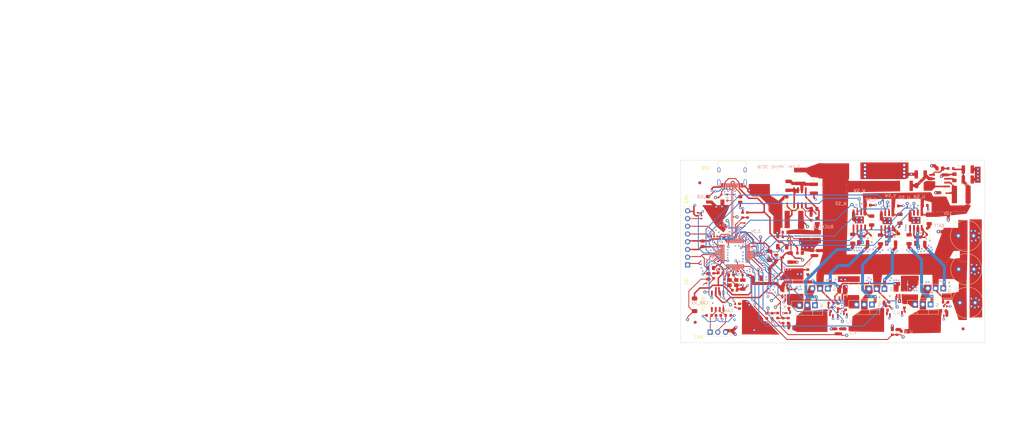
<source format=kicad_pcb>
(kicad_pcb (version 20241229) (generator "pcbnew") (generator_version "9.0")
  (layers (0 "F.Cu" signal) (4 "In1.Cu" power) (6 "In2.Cu" power) (2 "B.Cu" signal) (13 "F.Paste" user) (15 "B.Paste" user) (5 "F.SilkS" user "F.Silkscreen") (7 "B.SilkS" user "B.Silkscreen") (1 "F.Mask" user) (3 "B.Mask" user) (25 "Edge.Cuts" user))
  (net 0 "")
  (net 1 "+10V")
  (net 2 "GND")
  (net 3 "Net-(D1-K)")
  (net 4 "Net-(U1-VS)")
  (net 5 "Net-(D2-K)")
  (net 6 "Net-(U2-VS)")
  (net 7 "Net-(D3-K)")
  (net 8 "Net-(C7-Pad1)")
  (net 9 "Net-(C8-Pad1)")
  (net 10 "Net-(C9-Pad1)")
  (net 11 "Net-(C10-Pad1)")
  (net 12 "Net-(C11-Pad1)")
  (net 13 "Net-(C12-Pad1)")
  (net 14 "Net-(C13-Pad1)")
  (net 15 "Net-(C14-Pad1)")
  (net 16 "Net-(C15-Pad1)")
  (net 17 "+BATT")
  (net 18 "+3.3V")
  (net 19 "/CPU/BOOT0")
  (net 20 "Net-(U3-VS)")
  (net 21 "/CPU/HSE_IN")
  (net 22 "+5V")
  (net 23 "/CPU/SWD_NRESET")
  (net 24 "/POWER/VBUCK5_OUT")
  (net 25 "USB_VBUS")
  (net 26 "Net-(U10-TC)")
  (net 27 "Net-(U11-TC)")
  (net 28 "Net-(D1-A)")
  (net 29 "Net-(D2-A)")
  (net 30 "Net-(D3-A)")
  (net 31 "/CPU/I2C_SDA")
  (net 32 "/CPU/I2C_SCL")
  (net 33 "+3.3VA")
  (net 34 "Net-(J4-CC1)")
  (net 35 "USB_DP")
  (net 37 "Net-(J4-CC2)")
  (net 39 "/DRIVER/PhaseU")
  (net 40 "/DRIVER/PhaseV")
  (net 41 "/DRIVER/PhaseW")
  (net 42 "Net-(Q1-G)")
  (net 43 "Net-(Q2-G)")
  (net 44 "/DRIVER/PhaseU_CURRENT+")
  (net 45 "Net-(Q3-G)")
  (net 46 "Net-(Q4-G)")
  (net 47 "/DRIVER/PhaseV_CURRENT+")
  (net 48 "Net-(Q5-G)")
  (net 49 "Net-(Q6-G)")
  (net 50 "/DRIVER/PhaseW_CURRENT+")
  (net 51 "Net-(U10-Vin)")
  (net 52 "Net-(U11-Vin)")
  (net 53 "Net-(U1-HO)")
  (net 54 "Net-(U1-LO)")
  (net 55 "Net-(U2-HO)")
  (net 56 "Net-(U2-LO)")
  (net 57 "Net-(R22-Pad1)")
  (net 58 "Net-(R25-Pad1)")
  (net 59 "Net-(R28-Pad1)")
  (net 60 "PhaseU_DIV")
  (net 61 "Phase_GVIRTUAL")
  (net 62 "/CPU/MEAS_BAT")
  (net 63 "/CPU/MEAS_TEMP")
  (net 64 "/CPU/HSE_OUT")
  (net 65 "/CPU/SWD_SWDIO")
  (net 66 "/CPU/SWD_SWCLK")
  (net 67 "Net-(U10-Vfb)")
  (net 68 "Net-(U11-Vfb)")
  (net 69 "USB_RENUMn")
  (net 70 "USB_SENSE")
  (net 71 "Net-(U13-PR1)")
  (net 72 "PhaseU_SWITCH")
  (net 73 "PhaseU_SD")
  (net 74 "PhaseV_SWITCH")
  (net 75 "PhaseV_SD")
  (net 76 "PhaseW_SWITCH")
  (net 77 "PhaseW_SD")
  (net 78 "PhaseU_CURRENT")
  (net 79 "PhaseV_CURRENT")
  (net 80 "PhaseW_CURRENT")
  (net 81 "Net-(D8-A)")
  (net 91 "/CPU/CAN_RX")
  (net 92 "/CPU/CAN_TX")
  (net 94 "Net-(C35-Pad2)")
  (net 95 "Net-(U3-HO)")
  (net 96 "Net-(U3-LO)")
  (net 97 "/CPU/CAN_L")
  (net 98 "/CPU/CAN_H")
  (net 99 "/CPU/CAN_N")
  (net 100 "USB_DN")
  (net 101 "/POWER/VBUCK5_IN")
  (net 102 "/POWER/VBUCK10_IN")
  (net 103 "Net-(D4-K)")
  (net 104 "Net-(D5-K)")
  (net 105 "Net-(D6-A)")
  (net 106 "PhaseW_DIV")
  (net 107 "PhaseV_DIV")
  (net 108 "/CPU/BOOT0_R")
  (net 109 "Net-(D9-A)")
  (net 110 "Net-(U7-PC13)")
  (net 111 "/CPU/SWD_NRESET_IN")
  (net 112 "/CPU/SWD_SWDIO_IN")
  (net 113 "/CPU/SWD_SWCLK_IN")
  (footprint "Capacitor_SMD:C_0603_1608Metric" (layer "F.Cu") (at 54.35 117.5 180)
    (property "Reference" "C22" (hide yes))
    (property "Value" "4.7uF")
  )
  (footprint "Package_TO_SOT_THT:TO-220-3_Vertical" (layer "F.Cu") (at 127.54 122.5925 180)
    (property "Reference" "Q1" (hide yes))
    (property "Value" "IRFZ44NPBF")
  )
  (footprint "Resistor_SMD:R_0603_1608Metric" (layer "F.Cu") (at 52.075 118.475 90)
    (property "Reference" "R37" (hide yes))
    (property "Value" "33k")
  )
  (footprint "Capacitor_THT:C_Radial_D10.0mm_H20.0mm_P5.00mm" (layer "F.Cu") (at 132.5 105.3)
    (property "Reference" "C16" (hide yes))
    (property "Value" "470uF")
  )
  (footprint "Capacitor_SMD:C_0402_1005Metric" (layer "F.Cu") (at 60.55 117.025 180)
    (property "Reference" "C30" (hide yes))
    (property "Value" "0.1uF")
  )
  (footprint "Diode_SMD:D_SOD-323" (layer "F.Cu") (at 127.5 91.3 180)
    (property "Reference" "D5" (hide yes))
    (property "Value" "1N5819WS")
  )
  (footprint "bldc:SOIC-8-N8_3.9x4.9mm_P1.27mm" (layer "F.Cu") (at 53.38 126.825 -90)
    (property "Reference" "U8" (hide yes))
    (property "Value" "ATA6560-GAQW-N")
  )
  (footprint "bldc:MountingHole_1.152mm_jlcpcb" (layer "F.Cu") (at 137.8 97.45 90)
    (property "Reference" "H1" (hide yes))
    (property "Value" "MountingHole")
  )
  (footprint "Resistor_SMD:R_2512_6332Metric" (layer "F.Cu") (at 79.8 122.1125 90)
    (property "Reference" "R12" (hide yes))
    (property "Value" "3m")
  )
  (footprint "Resistor_SMD:R_1206_3216Metric" (layer "F.Cu") (at 120 107.8)
    (property "Reference" "R4" (hide yes))
    (property "Value" "51")
  )
  (footprint "Capacitor_THT:C_Radial_D10.0mm_H20.0mm_P5.00mm" (layer "F.Cu") (at 133 127.3)
    (property "Reference" "C18" (hide yes))
    (property "Value" "470uF")
  )
  (footprint "Capacitor_SMD:C_1206_3216Metric" (layer "F.Cu") (at 61.65 121.35 -90)
    (property "Reference" "C29" (hide yes))
    (property "Value" "1uF")
  )
  (footprint "Resistor_SMD:R_0402_1005Metric" (layer "F.Cu") (at 83.1 119.75 -90)
    (property "Reference" "R52" (hide yes))
    (property "Value" "499")
  )
  (footprint "Package_TO_SOT_SMD:SOT-23-5" (layer "F.Cu") (at 94.3775 124.7725 90)
    (property "Reference" "U5" (hide yes))
    (property "Value" "INA180A2IDBVR")
  )
  (footprint "bldc:SolderWirePad_1x01_SMD_5x10mm" (layer "F.Cu") (at 84.5 134.4 -90)
    (property "Reference" "P3" (hide yes))
    (property "Value" "~")
  )
  (footprint "Resistor_SMD:R_0805_2012Metric" (layer "F.Cu") (at 50.35 118.65 90)
    (property "Reference" "R36" (hide yes))
    (property "Value" "1.5k")
  )
  (footprint "Resistor_SMD:R_0603_1608Metric" (layer "F.Cu") (at 90.7 127.4 180)
    (property "Reference" "R21" (hide yes))
    (property "Value" "1")
  )
  (footprint "bldc:MountingHole_1.152mm_jlcpcb" (layer "F.Cu") (at 45.9 91.75 90)
    (property "Reference" "H3" (hide yes))
    (property "Value" "MountingHole")
  )
  (footprint "LED_SMD:LED_0603_1608Metric" (layer "F.Cu") (at 80.4 111 180)
    (property "Reference" "D6" (hide yes))
    (property "Value" "LED_RED")
  )
  (footprint "Resistor_SMD:R_0603_1608Metric" (layer "F.Cu") (at 86 111 -90)
    (property "Reference" "R34" (hide yes))
    (property "Value" "330k")
  )
  (footprint "Resistor_SMD:R_0603_1608Metric" (layer "F.Cu") (at 130 83.2)
    (property "Reference" "R48" (hide yes))
    (property "Value" "12k")
  )
  (footprint "Resistor_SMD:R_0603_1608Metric" (layer "F.Cu") (at 93.8 136.7 90)
    (property "Reference" "R26" (hide yes))
    (property "Value" "33k")
  )
  (footprint "Resistor_SMD:R_1206_3216Metric" (layer "F.Cu") (at 97.8 106.3 -90)
    (property "Reference" "R7" (hide yes))
    (property "Value" "51")
  )
  (footprint "bldc:MountingHole_1.152mm_jlcpcb" (layer "F.Cu") (at 138.2 136.9 90)
    (property "Reference" "H2" (hide yes))
    (property "Value" "MountingHole")
  )
  (footprint "Resistor_SMD:R_1206_3216Metric" (layer "F.Cu") (at 101.2 107.6)
    (property "Reference" "R6" (hide yes))
    (property "Value" "51")
  )
  (footprint "Package_TO_SOT_SMD:SOT-583-8" (layer "F.Cu") (at 77.0625 106.285 -90)
    (property "Reference" "U13" (hide yes))
    (property "Value" "TPS2116DRLR")
  )
  (footprint "Resistor_SMD:R_2512_6332Metric" (layer "F.Cu") (at 117.6 122.2375 90)
    (property "Reference" "R10" (hide yes))
    (property "Value" "3m")
  )
  (footprint "Resistor_SMD:R_0603_1608Metric" (layer "F.Cu") (at 96.1 135.9)
    (property "Reference" "R25" (hide yes))
    (property "Value" "33k")
  )
  (footprint "LED_SMD:LED_0603_1608Metric" (layer "F.Cu") (at 60.55 128.45 -90)
    (property "Reference" "D8" (hide yes))
    (property "Value" "LED_BLUE")
  )
  (footprint "Resistor_SMD:R_0603_1608Metric" (layer "F.Cu") (at 76.6 133.2 -90)
    (property "Reference" "R23" (hide yes))
    (property "Value" "33k")
  )
  (footprint "Diode_SMD:D_SOD-323" (layer "F.Cu") (at 103.8 104.2 90)
    (property "Reference" "D3" (hide yes))
    (property "Value" "1N5819WS")
  )
  (footprint "Capacitor_SMD:C_0402_1005Metric" (layer "F.Cu") (at 90.2575 128.8175)
    (property "Reference" "C15" (hide yes))
    (property "Value" "10nF")
  )
  (footprint "bldc:SolderWirePad_1x01_SMD_5x10mm" (layer "F.Cu") (at 121.3625 134.435 90)
    (property "Reference" "P1" (hide yes))
    (property "Value" "~")
  )
  (footprint "Resistor_SMD:R_0603_1608Metric" (layer "F.Cu") (at 128.3 127.1375)
    (property "Reference" "R19" (hide yes))
    (property "Value" "1")
  )
  (footprint "Capacitor_SMD:C_0603_1608Metric" (layer "F.Cu") (at 53.625 131.475)
    (property "Reference" "C34" (hide yes))
    (property "Value" "100pF")
  )
  (footprint "Capacitor_SMD:C_0402_1005Metric" (layer "F.Cu") (at 75.68 121.4925)
    (property "Reference" "C21" (hide yes))
    (property "Value" "0.1uF")
  )
  (footprint "Resistor_SMD:R_0603_1608Metric" (layer "F.Cu") (at 73.9875 105.645 180)
    (property "Reference" "R62" (hide yes))
    (property "Value" "33k")
  )
  (footprint "Capacitor_SMD:C_0402_1005Metric" (layer "F.Cu") (at 90.7775 131.4)
    (property "Reference" "C12" (hide yes))
    (property "Value" "10nF")
  )
  (footprint "Capacitor_SMD:C_1206_3216Metric" (layer "F.Cu") (at 74.625 108.9 180)
    (property "Reference" "C38" (hide yes))
    (property "Value" "1uF")
  )
  (footprint "Resistor_SMD:R_0603_1608Metric" (layer "F.Cu") (at 114.7625 128.11 -90)
    (property "Reference" "R13" (hide yes))
    (property "Value" "1")
  )
  (footprint "Resistor_SMD:R_0603_1608Metric" (layer "F.Cu") (at 56.85 131.475 180)
    (property "Reference" "R42" (hide yes))
    (property "Value" "56")
  )
  (footprint "Resistor_SMD:R_0402_1005Metric" (layer "F.Cu") (at 92.9 130.91 -90)
    (property "Reference" "TH1" (hide yes))
    (property "Value" "47k")
  )
  (footprint "Fiducial:Fiducial_1mm_Mask2mm" (layer "F.Cu") (at 134.05 135.9)
    (property "Reference" "FM3" (hide yes))
    (property "Value" "Fiducial")
  )
  (footprint "Capacitor_SMD:C_0402_1005Metric" (layer "F.Cu") (at 109.5 131.1)
    (property "Reference" "C11" (hide yes))
    (property "Value" "10nF")
  )
  (footprint "Fuse:Fuse_1812_4532Metric" (layer "F.Cu") (at 80.536 85.974 90)
    (property "Reference" "F1" (hide yes))
    (property "Value" "Polyfuse_Small")
  )
  (footprint "Capacitor_SMD:C_1206_3216Metric" (layer "F.Cu") (at 77.2 112.475 -90)
    (property "Reference" "C46" (hide yes))
    (property "Value" "1uF")
  )
  (footprint "Package_TO_SOT_THT:TO-220-3_Vertical" (layer "F.Cu") (at 108.1775 122.7725 180)
    (property "Reference" "Q3" (hide yes))
    (property "Value" "IRFZ44NPBF")
  )
  (footprint "Capacitor_SMD:C_0603_1608Metric" (layer "F.Cu") (at 112 95.5)
    (property "Reference" "C2" (hide yes))
    (property "Value" "470nF")
  )
  (footprint "Resistor_SMD:R_0603_1608Metric" (layer "F.Cu") (at 92.3 136.7 -90)
    (property "Reference" "R27" (hide yes))
    (property "Value" "33k")
  )
  (footprint "Package_SO:SOIC-8_3.9x4.9mm_P1.27mm" (layer "F.Cu") (at 126.325 87.195 180)
    (property "Reference" "U11" (hide yes))
    (property "Value" "MC34063AD")
  )
  (footprint "Capacitor_SMD:C_0402_1005Metric" (layer "F.Cu") (at 76.6025 130.7175 180)
    (property "Reference" "C9" (hide yes))
    (property "Value" "10nF")
  )
  (footprint "Capacitor_SMD:C_0402_1005Metric" (layer "F.Cu") (at 50.175 120.925 180)
    (property "Reference" "C25" (hide yes))
    (property "Value" "0.1uF")
  )
  (footprint "Resistor_SMD:R_0603_1608Metric" (layer "F.Cu") (at 84.4 111 -90)
    (property "Reference" "R35" (hide yes))
    (property "Value" "33k")
  )
  (footprint "Resistor_SMD:R_0603_1608Metric" (layer "F.Cu") (at 62.4 118.25)
    (property "Reference" "FB1" (hide yes))
    (property "Value" "120R")
  )
  (footprint "Package_SO:SOIC-8-1EP_3.9x4.9mm_P1.27mm_EP2.29x3mm" (layer "F.Cu") (at 99.94 100.0925 -90)
    (property "Reference" "U3" (hide yes))
    (property "Value" "ir2104")
  )
  (footprint "Resistor_SMD:R_0603_1608Metric" (layer "F.Cu") (at 76.8025 128.2425 -90)
    (property "Reference" "R15" (hide yes))
    (property "Value" "1")
  )
  (footprint "bldc:SolderWirePad_1x01_SMD_5x10mm" (layer "F.Cu") (at 91.6 84 -90)
    (property "Reference" "P4" (hide yes))
    (property "Value" "~")
  )
  (footprint "Capacitor_SMD:C_1210_3225Metric" (layer "F.Cu") (at 85.9 105.7 90)
    (property "Reference" "C37" (hide yes))
    (property "Value" "100uF")
  )
  (footprint "Connector_USB:USB_C_Receptacle_HRO_TYPE-C-31-M-12" (layer "F.Cu") (at 58.1 84.7 180)
    (property "Reference" "J4" (hide yes))
    (property "Value" "TYPE-C-31-M-12")
  )
  (footprint "Resistor_SMD:R_0603_1608Metric" (layer "F.Cu") (at 77.6 135.6)
    (property "Reference" "R22" (hide yes))
    (property "Value" "33k")
  )
  (footprint "Capacitor_SMD:C_1210_3225Metric" (layer "F.Cu") (at 120.125 85.15 180)
    (property "Reference" "C45" (hide yes))
    (property "Value" "100uF")
  )
  (footprint "Capacitor_SMD:C_1206_3216Metric" (layer "F.Cu") (at 66.25 119.275)
    (property "Reference" "C31" (hide yes))
    (property "Value" "1uF")
  )
  (footprint "Package_TO_SOT_SMD:SOT-23-5" (layer "F.Cu") (at 75.6175 124.1175 90)
    (property "Reference" "U6" (hide yes))
    (property "Value" "INA180A2IDBVR")
  )
  (footprint "Fuse:Fuse_1812_4532Metric" (layer "F.Cu") (at 114.8625 88.9 180)
    (property "Reference" "F2" (hide yes))
    (property "Value" "Polyfuse_Small")
  )
  (footprint "Resistor_SMD:R_1206_3216Metric" (layer "F.Cu") (at 113.3 99.7 -90)
    (property "Reference" "R2" (hide yes))
    (property "Value" "10")
  )
  (footprint "Resistor_SMD:R_0603_1608Metric" (layer "F.Cu") (at 127.6 130)
    (property "Reference" "R16" (hide yes))
    (property "Value" "1")
  )
  (footprint "Resistor_SMD:R_0805_2012Metric" (layer "F.Cu") (at 85.1 96.5 180)
    (property "Reference" "R54" (hide yes))
    (property "Value" "1.5k")
  )
  (footprint "Package_QFP:LQFP-48_7x7mm_P0.5mm" (layer "F.Cu") (at 59.15 111.2 90)
    (property "Reference" "U7" (hide yes))
    (property "Value" "STM32F303CBTx")
  )
  (footprint "Resistor_SMD:R_0805_2012Metric" (layer "F.Cu") (at 50.25 93.3 90)
    (property "Reference" "R56" (hide yes))
    (property "Value" "5.1k")
  )
  (footprint "Fiducial:Fiducial_1mm_Mask2mm" (layer "F.Cu") (at 46 133.75)
    (property "Reference" "FM2" (hide yes))
    (property "Value" "Fiducial")
  )
  (footprint "Resistor_SMD:R_0805_2012Metric" (layer "F.Cu") (at 126.4125 83.2 180)
    (property "Reference" "R55" (hide yes))
    (property "Value" "1.5k")
  )
  (footprint "Resistor_SMD:R_0603_1608Metric" (layer "F.Cu") (at 73.1 131.525 90)
    (property "Reference" "R33" (hide yes))
    (property "Value" "33k")
  )
  (footprint "Package_TO_SOT_THT:TO-220-3_Vertical" (layer "F.Cu") (at 104.0775 127.9175 180)
    (property "Reference" "Q4" (hide yes))
    (property "Value" "IRFZ44NPBF")
  )
  (footprint "Resistor_SMD:R_0603_1608Metric" (layer "F.Cu") (at 95.4625 128.78 -90)
    (property "Reference" "R14" (hide yes))
    (property "Value" "1")
  )
  (footprint "Package_TO_SOT_THT:TO-220-3_Vertical" (layer "F.Cu") (at 85.35 128.15 180)
    (property "Reference" "Q5" (hide yes))
    (property "Value" "IRFZ44NPBF")
  )
  (footprint "Resistor_SMD:R_0603_1608Metric" (layer "F.Cu") (at 71.23 131.6 90)
    (property "Reference" "R32" (hide yes))
    (property "Value" "33k")
  )
  (footprint "Capacitor_SMD:C_0603_1608Metric" (layer "F.Cu") (at 100.745 105.4875 180)
    (property "Reference" "C6" (hide yes))
    (property "Value" "4.7uF")
  )
  (footprint "Resistor_SMD:R_0603_1608Metric" (layer "F.Cu") (at 63.2 98.5 -90)
    (property "Reference" "R49" (hide yes))
    (property "Value" "33k")
  )
  (footprint "Resistor_SMD:R_0603_1608Metric" (layer "F.Cu") (at 112.3 137 90)
    (property "Reference" "R29" (hide yes))
    (property "Value" "33k")
  )
  (footprint "Capacitor_SMD:C_0402_1005Metric" (layer "F.Cu") (at 128.2 131.5 180)
    (property "Reference" "C10" (hide yes))
    (property "Value" "10nF")
  )
  (footprint "Resistor_SMD:R_0402_1005Metric_Pad0.72x0.64mm_HandSolder" (layer "F.Cu") (at 55.7 120.3 -90)
    (property "Reference" "R45" (hide yes))
    (property "Value" "0")
  )
  (footprint "Capacitor_SMD:C_0402_1005Metric" (layer "F.Cu") (at 113.525 121.11)
    (property "Reference" "C19" (hide yes))
    (property "Value" "0.1uF")
  )
  (footprint "Resistor_SMD:R_0805_2012Metric" (layer "F.Cu") (at 48.45 107.95 -90)
    (property "Reference" "R46" (hide yes))
    (property "Value" "4.7k")
  )
  (footprint "Capacitor_SMD:C_1210_3225Metric" (layer "F.Cu") (at 85.02 89.86 -90)
    (property "Reference" "C44" (hide yes))
    (property "Value" "100uF")
  )
  (footprint "Package_SO:SOIC-8_3.9x4.9mm_P1.27mm" (layer "F.Cu") (at 80.435 92.825 90)
    (property "Reference" "U10" (hide yes))
    (property "Value" "MC34063AD")
  )
  (footprint "Package_TO_SOT_THT:TO-220-3_Vertical" (layer "F.Cu") (at 89.58 122.655 180)
    (property "Reference" "Q6" (hide yes))
    (property "Value" "IRFZ44NPBF")
  )
  (footprint "Resistor_SMD:R_1206_3216Metric" (layer "F.Cu") (at 116.3 106.4625 -90)
    (property "Reference" "R5" (hide yes))
    (property "Value" "51")
  )
  (footprint "Capacitor_SMD:C_1210_3225Metric" (layer "F.Cu") (at 135.6 83.5)
    (property "Reference" "C41" (hide yes))
    (property "Value" "100uF")
  )
  (footprint "Resistor_SMD:R_0603_1608Metric" (layer "F.Cu") (at 50.575 131.475 180)
    (property "Reference" "R43" (hide yes))
    (property "Value" "56")
  )
  (footprint "Capacitor_SMD:C_0603_1608Metric" (layer "F.Cu") (at 59 123.2 180)
    (property "Reference" "C35" (hide yes))
    (property "Value" "20pF")
  )
  (footprint "Diode_SMD:D_SOD-323" (layer "F.Cu") (at 122.3 103.9 90)
    (property "Reference" "D1" (hide yes))
    (property "Value" "1N5819WS")
  )
  (footprint "Capacitor_SMD:C_0603_1608Metric" (layer "F.Cu") (at 121.525 95.35)
    (property "Reference" "C1" (hide yes))
    (property "Value" "470nF")
  )
  (footprint "Capacitor_THT:C_Radial_D10.0mm_H20.0mm_P5.00mm" (layer "F.Cu") (at 132.6 116.3)
    (property "Reference" "C17" (hide yes))
    (property "Value" "470uF")
  )
  (footprint "Capacitor_SMD:C_0402_1005Metric" (layer "F.Cu") (at 95.3625 131.08)
    (property "Reference" "C8" (hide yes))
    (property "Value" "10nF")
  )
  (footprint "Resistor_SMD:R_0402_1005Metric" (layer "F.Cu") (at 62.2 101.65 -90)
    (property "Reference" "R53" (hide yes))
    (property "Value" "499")
  )
  (footprint "bldc:SolderWirePad_1x01_SMD_5x10mm" (layer "F.Cu") (at 108.3 84 -90)
    (property "Reference" "P5" (hide yes))
    (property "Value" "~")
  )
  (footprint "Package_TO_SOT_SMD:SOT-143" (layer "F.Cu") (at 55.6 92.75 90)
    (property "Reference" "D7" (hide yes))
    (property "Value" "PRTR5V0U2X,215")
  )
  (footprint "Capacitor_SMD:C_0603_1608Metric" (layer "F.Cu") (at 109.675 105.6 180)
    (property "Reference" "C5" (hide yes))
    (property "Value" "4.7uF")
  )
  (footprint "Capacitor_SMD:C_0402_1005Metric" (layer "F.Cu") (at 109.3 128.4)
    (property "Reference" "C14" (hide yes))
    (property "Value" "10nF")
  )
  (footprint "Resistor_SMD:R_0402_1005Metric" (layer "F.Cu") (at 52.71 105.55 180)
    (property "Reference" "R64" (hide yes))
    (property "Value" "10")
  )
  (footprint "Resistor_SMD:R_0402_1005Metric" (layer "F.Cu") (at 59.15 128.3 -90)
    (property "Reference" "R51" (hide yes))
    (property "Value" "499")
  )
  (footprint "Fiducial:Fiducial_1mm_Mask2mm" (layer "F.Cu") (at 47.5 87.9)
    (property "Reference" "FM1" (hide yes))
    (property "Value" "Fiducial")
  )
  (footprint "Capacitor_SMD:C_0603_1608Metric" (layer "F.Cu") (at 119.2 105.8 180)
    (property "Reference" "C4" (hide yes))
    (property "Value" "4.7uF")
  )
  (footprint "Resistor_SMD:R_1206_3216Metric" (layer "F.Cu") (at 76.5 88.9 -90)
    (property "Reference" "R59" (hide yes))
    (property "Value" "0.33")
  )
  (footprint "Crystal:Crystal_SMD_3225-4Pin_3.2x2.5mm" (layer "F.Cu") (at 58.4 120.7 180)
    (property "Reference" "Y1" (hide yes))
    (property "Value" "8 MHz")
  )
  (footprint "Resistor_SMD:R_0402_1005Metric" (layer "F.Cu") (at 50.66 105.6 180)
    (property "Reference" "R57" (hide yes))
    (property "Value" "10")
  )
  (footprint "Resistor_SMD:R_1206_3216Metric" (layer "F.Cu") (at 106.9 106.5 -90)
    (property "Reference" "R9" (hide yes))
    (property "Value" "51")
  )
  (footprint "Capacitor_SMD:C_0402_1005Metric" (layer "F.Cu") (at 54.45 116.2 180)
    (property "Reference" "C27" (hide yes))
    (property "Value" "0.1uF")
  )
  (footprint "Capacitor_SMD:C_0402_1005Metric" (layer "F.Cu") (at 53.475 114.225 90)
    (property "Reference" "C23" (hide yes))
    (property "Value" "0.1uF")
  )
  (footprint "Package_TO_SOT_SMD:SOT-23" (layer "F.Cu") (at 73.5375 112.475)
    (property "Reference" "U12" (hide yes))
    (property "Value" "XC6206P332MR-G")
  )
  (footprint "bldc:TS-1088_w4.00xD3.00" (layer "F.Cu") (at 45.8 128 -90)
    (property "Reference" "SW1" (hide yes))
    (property "Value" "SW_Push")
  )
  (footprint "Resistor_SMD:R_0603_1608Metric" (layer "F.Cu") (at 89.7175 130.1175)
    (property "Reference" "R18" (hide yes))
    (property "Value" "1")
  )
  (footprint "LED_SMD:LED_0603_1608Metric" (layer "F.Cu") (at 83 117.25 -90)
    (property "Reference" "D9" (hide yes))
    (property "Value" "LED_RED")
  )
  (footprint "Inductor_SMD:L_Sunlord_SWPA6045S" (layer "F.Cu") (at 78.5 99.95 180)
    (property "Reference" "L1" (hide yes))
    (property "Value" "100uH")
  )
  (footprint "Capacitor_SMD:C_0603_1608Metric" (layer "F.Cu") (at 102.8 95.2625)
    (property "Reference" "C3" (hide yes))
    (property "Value" "470nF")
  )
  (footprint "Diode_SMD:D_SOD-323" (layer "F.Cu") (at 76.25 93.6 90)
    (property "Reference" "D4" (hide yes))
    (property "Value" "1N5819WS")
  )
  (footprint "Resistor_SMD:R_0805_2012Metric" (layer "F.Cu") (at 60.8 93.4 90)
    (property "Reference" "R58" (hide yes))
    (property "Value" "5.1k")
  )
  (footprint "Inductor_SMD:L_Sunlord_SWPA6045S" (layer "F.Cu") (at 133.45 91.75 180)
    (property "Reference" "L2" (hide yes))
    (property "Value" "100uH")
  )
  (footprint "Capacitor_SMD:C_0603_1608Metric" (layer "F.Cu") (at 57.8 118.075)
    (property "Reference" "C36" (hide yes))
    (property "Value" "20pF")
  )
  (footprint "Capacitor_SMD:C_0402_1005Metric" (layer "F.Cu") (at 46.85 98.25 -90)
    (property "Reference" "C32" (hide yes))
    (property "Value" "0.1uF")
  )
  (footprint "Capacitor_SMD:C_0402_1005Metric" (layer "F.Cu") (at 94.3175 122.01)
    (property "Reference" "C20" (hide yes))
    (property "Value" "0.1uF")
  )
  (footprint "Capacitor_SMD:C_0402_1005Metric" (layer "F.Cu") (at 53.3 122.475)
    (property "Reference" "C33" (hide yes))
    (property "Value" "0.1uF")
  )
  (footprint "Resistor_SMD:R_0805_2012Metric" (layer "F.Cu") (at 51.1 115.9 180)
    (property "Reference" "R44" (hide yes))
    (property "Value" "4.7k")
  )
  (footprint "Resistor_SMD:R_0402_1005Metric" (layer "F.Cu") (at 78 108.2 180)
    (property "Reference" "R63" (hide yes))
    (property "Value" "499")
  )
  (footprint "Capacitor_SMD:C_0402_1005Metric" (layer "F.Cu") (at 64.85 108.3 -90)
    (property "Reference" "C24" (hide yes))
    (property "Value" "0.1uF")
  )
  (footprint "Resistor_SMD:R_0402_1005Metric" (layer "F.Cu") (at 48.05 99.15 -90)
    (property "Reference" "R41" (hide yes))
    (property "Value" "10")
  )
  (footprint "Capacitor_SMD:C_0805_2012Metric_Pad1.18x1.45mm_HandSolder" (layer "F.Cu") (at 131.2 86.1 -90)
    (property "Reference" "C43" (hide yes))
    (property "Value" "820pF")
  )
  (footprint "Package_SO:SOIC-8-1EP_3.9x4.9mm_P1.27mm_EP2.29x3mm" (layer "F.Cu") (at 109.095 100.355 -90)
    (property "Reference" "U2" (hide yes))
    (property "Value" "ir2104")
  )
  (footprint "Capacitor_SMD:C_0402_1005Metric" (layer "F.Cu") (at 56.175 105.525)
    (property "Reference" "C26" (hide yes))
    (property "Value" "0.1uF")
  )
  (footprint "Resistor_SMD:R_0603_1608Metric" (layer "F.Cu") (at 108.9 127.1175 180)
    (property "Reference" "R20" (hide yes))
    (property "Value" "1")
  )
  (footprint "Resistor_SMD:R_0805_2012Metric" (layer "F.Cu") (at 86.2 100.5 -90)
    (property "Reference" "R47" (hide yes))
    (property "Value" "4.7k")
  )
  (footprint "Package_TO_SOT_SMD:SOT-23-5" (layer "F.Cu") (at 113.215 124.01 90)
    (property "Reference" "U4" (hide yes))
    (property "Value" "INA180A2IDBVR")
  )
  (footprint "Capacitor_SMD:C_0402_1005Metric" (layer "F.Cu") (at 65.95 108.3 -90)
    (property "Reference" "C28" (hide yes))
    (property "Value" "0.1uF")
  )
  (footprint "Resistor_SMD:R_0603_1608Metric" (layer "F.Cu") (at 74.9 133.2 90)
    (property "Reference" "R24" (hide yes))
    (property "Value" "33k")
  )
  (footprint "Capacitor_SMD:C_0402_1005Metric" (layer "F.Cu") (at 114.4625 130.3 180)
    (property "Reference" "C7" (hide yes))
    (property "Value" "10nF")
  )
  (footprint "Resistor_SMD:R_2512_6332Metric" (layer "F.Cu") (at 98.1 122.5625 90)
    (property "Reference" "R11" (hide yes))
    (property "Value" "3m")
  )
  (footprint "Capacitor_SMD:C_1210_3225Metric" (layer "F.Cu") (at 82.6 105.7 -90)
    (property "Reference" "C40" (hide yes))
    (property "Value" "100uF")
  )
  (footprint "Diode_SMD:D_SOD-323" (layer "F.Cu") (at 112.93 103.6 90)
    (property "Reference" "D2" (hide yes))
    (property "Value" "1N5819WS")
  )
  (footprint "Package_SO:SOIC-8-1EP_3.9x4.9mm_P1.27mm_EP2.29x3mm" (layer "F.Cu") (at 118.55 100.23 -90)
    (property "Reference" "U1" (hide yes))
    (property "Value" "ir2104")
  )
  (footprint "Capacitor_SMD:C_1210_3225Metric" (layer "F.Cu") (at 135.6 86.8 180)
    (property "Reference" "C39" (hide yes))
    (property "Value" "100uF")
  )
  (footprint "Resistor_SMD:R_1206_3216Metric" (layer "F.Cu") (at 110.4 107.7)
    (property "Reference" "R8" (hide yes))
    (property "Value" "51")
  )
  (footprint "Resistor_SMD:R_0603_1608Metric" (layer "F.Cu") (at 75.5875 104.145 180)
    (property "Reference" "R61" (hide yes))
    (property "Value" "33k")
  )
  (footprint "Resistor_SMD:R_0603_1608Metric" (layer "F.Cu") (at 61.6 98.5 90)
    (property "Reference" "R50" (hide yes))
    (property "Value" "33k")
  )
  (footprint "Connector_PinHeader_2.54mm:PinHeader_1x03_P2.54mm_Vertical" (layer "F.Cu") (at 50.9 137 90)
    (property "Reference" "J2" (hide yes))
    (property "Value" "Conn_01x03_Pin")
  )
  (footprint "bldc:MountingHole_1.152mm_jlcpcb" (layer "F.Cu") (at 44.2 136.9 90)
    (property "Reference" "H4" (hide yes))
    (property "Value" "MountingHole")
  )
  (footprint "Capacitor_SMD:C_0402_1005Metric" (layer "F.Cu") (at 128.2 128.5)
    (property "Reference" "C13" (hide yes))
    (property "Value" "10nF")
  )
  (footprint "Resistor_SMD:R_0603_1608Metric" (layer "F.Cu") (at 69.5 131.625 90)
    (property "Reference" "R31" (hide yes))
    (property "Value" "33k")
  )
  (footprint "Resistor_SMD:R_0603_1608Metric" (layer "F.Cu") (at 110.8 137 -90)
    (property "Reference" "R30" (hide yes))
    (property "Value" "33k")
  )
  (footprint "bldc:SolderWirePad_1x01_SMD_5x10mm" (layer "F.Cu") (at 102.9 134.2 90)
    (property "Reference" "P2" (hide yes))
    (property "Value" "~")
  )
  (footprint "Resistor_SMD:R_0603_1608Metric" (layer "F.Cu") (at 93 128.4 90)
    (property "Reference" "R38" (hide yes))
    (property "Value" "33k")
  )
  (footprint "Package_TO_SOT_THT:TO-220-3_Vertical" (layer "F.Cu") (at 123.3775 127.8725 180)
    (property "Reference" "Q2" (hide yes))
    (property "Value" "IRFZ44NPBF")
  )
  (footprint "Connector_PinHeader_2.54mm:PinHeader_1x08_P2.54mm_Vertical" (layer "F.Cu") (at 43.5 114.89 180)
    (property "Reference" "J1" (hide yes))
    (property "Value" "Conn_01x08")
  )
  (footprint "Capacitor_SMD:C_0603_1608Metric" (layer "F.Cu") (at 84.1 99.4 -90)
    (property "Reference" "C42" (hide yes))
    (property "Value" "470pF")
  )
  (footprint "Resistor_SMD:R_1206_3216Metric" (layer "F.Cu") (at 120.2375 88.8)
    (property "Reference" "R60" (hide yes))
    (property "Value" "0.33")
  )
  (footprint "Resistor_SMD:R_1206_3216Metric" (layer "F.Cu") (at 122.9 99.9 -90)
    (property "Reference" "R1" (hide yes))
    (property "Value" "10")
  )
  (footprint "Resistor_SMD:R_0603_1608Metric" (layer "F.Cu") (at 108.4 129.6725)
    (property "Reference" "R17" (hide yes))
    (property "Value" "1")
  )
  (footprint "Resistor_SMD:R_1206_3216Metric" (layer "F.Cu") (at 104 100.3 -90)
    (property "Reference" "R3" (hide yes))
    (property "Value" "10")
  )
  (footprint "Capacitor_SMD:C_1206_3216Metric" (layer "F.Cu") (at 70.4 111.9 -90)
    (property "Reference" "C47" (hide yes))
    (property "Value" "1uF")
  )
  (footprint "Resistor_SMD:R_0603_1608Metric" (layer "F.Cu") (at 114.6 136.7)
    (property "Reference" "R28" (hide yes))
    (property "Value" "33k")
  )
  (footprint "bldc:TestPoint_THTPad_D1.0mm_Drill0.5mm" (layer "B.Cu") (at 49.2 123.8 180)
    (property "Reference" "TP6" (hide yes))
    (property "Value" "TestPoint_Probe")
  )
  (footprint "bldc:TestPoint_THTPad_D1.0mm_Drill0.5mm" (layer "B.Cu") (at 81.3 113.2 180)
    (property "Reference" "TP3" (hide yes))
    (property "Value" "TestPoint_Probe")
  )
  (footprint "bldc:TestPoint_THTPad_D1.0mm_Drill0.5mm" (layer "B.Cu") (at 117.9 94.7 180)
    (property "Reference" "TP8" (hide yes))
    (property "Value" "TestPoint_Probe")
  )
  (footprint "bldc:TestPoint_THTPad_D1.0mm_Drill0.5mm" (layer "B.Cu") (at 94.4 133.4 180)
    (property "Reference" "TP15" (hide yes))
    (property "Value" "TestPoint_Probe")
  )
  (footprint "bldc:TestPoint_THTPad_D1.0mm_Drill0.5mm" (layer "B.Cu") (at 43.5 132.85 180)
    (property "Reference" "TP21" (hide yes))
    (property "Value" "TestPoint_Probe")
  )
  (footprint "bldc:TestPoint_THTPad_D1.0mm_Drill0.5mm" (layer "B.Cu") (at 114.35 138.55 180)
    (property "Reference" "TP17" (hide yes))
    (property "Value" "TestPoint_Probe")
  )
  (footprint "bldc:TestPoint_THTPad_D1.0mm_Drill0.5mm" (layer "B.Cu") (at 129.2 100.05 180)
    (property "Reference" "TP4" (hide yes))
    (property "Value" "TestPoint_Probe")
  )
  (footprint "bldc:TestPoint_THTPad_D1.0mm_Drill0.5mm" (layer "B.Cu") (at 52.65 92.75 180)
    (property "Reference" "TP20" (hide yes))
    (property "Value" "TestPoint_Probe")
  )
  (footprint "bldc:TestPoint_THTPad_D1.0mm_Drill0.5mm" (layer "B.Cu") (at 71.05 126.6 180)
    (property "Reference" "TP16" (hide yes))
    (property "Value" "TestPoint_Probe")
  )
  (footprint "bldc:TestPoint_THTPad_D1.0mm_Drill0.5mm" (layer "B.Cu") (at 95.8 138.05 180)
    (property "Reference" "TP22" (hide yes))
    (property "Value" "TestPoint_Probe")
  )
  (footprint "bldc:TestPoint_THTPad_D1.0mm_Drill0.5mm" (layer "B.Cu") (at 59.75 99.1 180)
    (property "Reference" "TP19" (hide yes))
    (property "Value" "TestPoint_Probe")
  )
  (footprint "bldc:TestPoint_THTPad_D1.0mm_Drill0.5mm" (layer "B.Cu") (at 115.7 94.7 180)
    (property "Reference" "TP11" (hide yes))
    (property "Value" "TestPoint_Probe")
  )
  (footprint "bldc:TestPoint_THTPad_D1.0mm_Drill0.5mm" (layer "B.Cu") (at 97.5 95.05 180)
    (property "Reference" "TP13" (hide yes))
    (property "Value" "TestPoint_Probe")
  )
  (footprint "bldc:TestPoint_THTPad_D1.0mm_Drill0.5mm" (layer "B.Cu") (at 56.55 100.35 180)
    (property "Reference" "TP18" (hide yes))
    (property "Value" "TestPoint_Probe")
  )
  (footprint "bldc:TestPoint_THTPad_D1.0mm_Drill0.5mm" (layer "B.Cu") (at 57.6 128 180)
    (property "Reference" "TP7" (hide yes))
    (property "Value" "TestPoint_Probe")
  )
  (footprint "bldc:TestPoint_THTPad_D1.0mm_Drill0.5mm" (layer "B.Cu") (at 67.5 105.7 180)
    (property "Reference" "TP1" (hide yes))
    (property "Value" "TestPoint_Probe")
  )
  (footprint "bldc:TestPoint_THTPad_D1.0mm_Drill0.5mm" (layer "B.Cu") (at 99.9 93.2 180)
    (property "Reference" "TP10" (hide yes))
    (property "Value" "TestPoint_Probe")
  )
  (footprint "bldc:TestPoint_THTPad_D1.0mm_Drill0.5mm" (layer "B.Cu") (at 109.25 94.3 180)
    (property "Reference" "TP9" (hide yes))
    (property "Value" "TestPoint_Probe")
  )
  (footprint "bldc:TestPoint_THTPad_D1.0mm_Drill0.5mm" (layer "B.Cu") (at 72.4 128.8 180)
    (property "Reference" "TP23" (hide yes))
    (property "Value" "TestPoint_Probe")
  )
  (footprint "bldc:TestPoint_THTPad_D1.0mm_Drill0.5mm" (layer "B.Cu") (at 82.95 102.3 180)
    (property "Reference" "TP2" (hide yes))
    (property "Value" "TestPoint_Probe")
  )
  (footprint "bldc:TestPoint_THTPad_D1.0mm_Drill0.5mm" (layer "B.Cu") (at 125.9 103.95 180)
    (property "Reference" "TP5" (hide yes))
    (property "Value" "TestPoint_Probe")
  )
  (footprint "bldc:TestPoint_THTPad_D1.0mm_Drill0.5mm" (layer "B.Cu") (at 69.9 129.1 180)
    (property "Reference" "TP24" (hide yes))
    (property "Value" "TestPoint_Probe")
  )
  (footprint "bldc:TestPoint_THTPad_D1.0mm_Drill0.5mm" (layer "B.Cu") (at 106.65 94.55 180)
    (property "Reference" "TP12" (hide yes))
    (property "Value" "TestPoint_Probe")
  )
  (footprint "bldc:TestPoint_THTPad_D1.0mm_Drill0.5mm" (layer "B.Cu") (at 112.4 128.7 180)
    (property "Reference" "TP14" (hide yes))
    (property "Value" "TestPoint_Probe")
  )
  (gr_line (start 132.7 81.9) (end 132.7 82.7) (stroke (width 0.15)) (layer "F.SilkS"))
  (gr_line (start 123.25 83.425) (end 123.25 84.225) (stroke (width 0.15)) (layer "F.SilkS"))
  (gr_line (start 132.2 111.5) (end 131.4 111.5) (stroke (width 0.15)) (layer "F.SilkS"))
  (gr_line (start 133.1 82.3) (end 132.3 82.3) (stroke (width 0.15)) (layer "F.SilkS"))
  (gr_circle (center 83.2 115.1) (end 83.4 115.1) (stroke (width 0.15)) (fill yes) (layer "F.SilkS"))
  (gr_line (start 87.2 102.4) (end 87.2 103.2) (stroke (width 0.15)) (layer "F.SilkS"))
  (gr_circle (center 129.6 92.6) (end 129.8 92.6) (stroke (width 0.15)) (fill yes) (layer "F.SilkS"))
  (gr_line (start 131.8 111.1) (end 131.8 111.9) (stroke (width 0.15)) (layer "F.SilkS"))
  (gr_circle (center 122.95 106.05) (end 123.15 106.05) (stroke (width 0.15)) (fill yes) (layer "F.SilkS"))
  (gr_circle (center 75.5 96) (end 75.7 96) (stroke (width 0.15)) (fill yes) (layer "F.SilkS"))
  (gr_line (start 133.15 85.7) (end 132.35 85.7) (stroke (width 0.15)) (layer "F.SilkS"))
  (gr_circle (center 60.5 118.55) (end 60.7 118.55) (stroke (width 0.15)) (fill yes) (layer "F.SilkS"))
  (gr_line (start 123.65 83.825) (end 122.85 83.825) (stroke (width 0.15)) (layer "F.SilkS"))
  (gr_line (start 84.8 102.8) (end 84 102.8) (stroke (width 0.15)) (layer "F.SilkS"))
  (gr_line (start 131.8 122.3) (end 131.8 123.1) (stroke (width 0.15)) (layer "F.SilkS"))
  (gr_line (start 132.2 122.7) (end 131.4 122.7) (stroke (width 0.15)) (layer "F.SilkS"))
  (gr_line (start 87.6 102.8) (end 86.8 102.8) (stroke (width 0.15)) (layer "F.SilkS"))
  (gr_line (start 132.75 85.3) (end 132.75 86.1) (stroke (width 0.15)) (layer "F.SilkS"))
  (gr_line (start 85.35 87.01) (end 84.55 87.01) (stroke (width 0.15)) (layer "F.SilkS"))
  (gr_line (start 131.5 100.2) (end 131.5 101) (stroke (width 0.15)) (layer "F.SilkS"))
  (gr_circle (center 104.2 106.35) (end 104.4 106.35) (stroke (width 0.15)) (fill yes) (layer "F.SilkS"))
  (gr_line (start 131.9 100.6) (end 131.1 100.6) (stroke (width 0.15)) (layer "F.SilkS"))
  (gr_circle (center 82.5 111.3) (end 82.7 111.3) (stroke (width 0.15)) (fill yes) (layer "F.SilkS"))
  (gr_line (start 84.4 102.4) (end 84.4 103.2) (stroke (width 0.15)) (layer "F.SilkS"))
  (gr_circle (center 60.55 126.4) (end 60.75 126.4) (stroke (width 0.15)) (fill yes) (layer "F.SilkS"))
  (gr_circle (center 113.35 105.8) (end 113.55 105.8) (stroke (width 0.15)) (fill yes) (layer "F.SilkS"))
  (gr_line (start 84.95 86.61) (end 84.95 87.41) (stroke (width 0.15)) (layer "F.SilkS"))
  (gr_rect (start 41.2 80.5) (end 141.2 140.5) (stroke (width 0.1)) (fill no) (layer "Edge.Cuts"))
  (gr_text "CAN" (at 45.5 139.2 0) (layer "F.SilkS") (effects (font (size 1 1) (thickness 0.2) (bold yes)) (justify left bottom)))
  (gr_text "I2C" (at 42.5 119 -90) (layer "F.SilkS") (effects (font (size 1 1) (thickness 0.2) (bold yes)) (justify left bottom)))
  (gr_text "USB" (at 51.2 82.4 180) (layer "F.SilkS") (effects (font (size 1 1) (thickness 0.2) (bold yes)) (justify left bottom)))
  (gr_text "SWD" (at 42.5 91.6 270) (layer "F.SilkS") (effects (font (size 1 1) (thickness 0.2) (bold yes)) (justify left bottom)))
  (gr_text "BOOT0" (at 47.9 125.1 270) (layer "F.SilkS") (effects (font (size 1 1) (thickness 0.2) (bold yes)) (justify left bottom)))
  (gr_text "W_V" (at 76.25 129.2 0) (layer "B.SilkS") (effects (font (size 1 1) (thickness 0.16)) (justify left bottom mirror)))
  (gr_text "W_SW" (at 102.1 91.05 0) (layer "B.SilkS") (effects (font (size 1 1) (thickness 0.16)) (justify left bottom mirror)))
  (gr_text "U_SD" (at 116.75 93.35 0) (layer "B.SilkS") (effects (font (size 1 1) (thickness 0.16)) (justify left bottom mirror)))
  (gr_text "V_USB" (at 51.3 93.05 0) (layer "B.SilkS") (effects (font (size 1 1) (thickness 0.16)) (justify left bottom mirror)))
  (gr_text "W_SD" (at 95.95 95.3 0) (layer "B.SilkS") (effects (font (size 1 1) (thickness 0.16)) (justify left bottom mirror)))
  (gr_text "5V" (at 84.25 115 0) (layer "B.SilkS") (effects (font (size 1 1) (thickness 0.16)) (justify left bottom mirror)))
  (gr_text "W_I" (at 76.15 126.1 0) (layer "B.SilkS") (effects (font (size 1 1) (thickness 0.16)) (justify left bottom mirror)))
  (gr_text "G" (at 130 124 0) (layer "B.SilkS") (effects (font (size 1 1) (thickness 0.16)) (justify left bottom mirror)))
  (gr_text "D-" (at 61.05 101.6 0) (layer "B.SilkS") (effects (font (size 1 1) (thickness 0.16)) (justify left bottom mirror)))
  (gr_text "V_SD" (at 105.6 93.95 0) (layer "B.SilkS") (effects (font (size 1 1) (thickness 0.16)) (justify left bottom mirror)))
  (gr_text "V_SW" (at 112.1 92.65 0) (layer "B.SilkS") (effects (font (size 1 1) (thickness 0.16)) (justify left bottom mirror)))
  (gr_text "G" (at 92.3 123.5 0) (layer "B.SilkS") (effects (font (size 1 1) (thickness 0.16)) (justify left bottom mirror)))
  (gr_text "G" (at 111.05 123.4 0) (layer "B.SilkS") (effects (font (size 1 1) (thickness 0.16)) (justify left bottom mirror)))
  (gr_text "U_SW" (at 121.75 92.95 0) (layer "B.SilkS") (effects (font (size 1 1) (thickness 0.16)) (justify left bottom mirror)))
  (gr_text "CAN_TX" (at 58.55 130.55 0) (layer "B.SilkS") (effects (font (size 1 1) (thickness 0.16)) (justify left bottom mirror)))
  (gr_text "V_V" (at 99.15 137.75 0) (layer "B.SilkS") (effects (font (size 1 1) (thickness 0.16)) (justify left bottom mirror)))
  (gr_text "G" (at 126.1 128.65 0) (layer "B.SilkS") (effects (font (size 1 1) (thickness 0.16)) (justify left bottom mirror)))
  (gr_text "G" (at 88.1 128.9 0) (layer "B.SilkS") (effects (font (size 1 1) (thickness 0.16)) (justify left bottom mirror)))
  (gr_text "10V" (at 130.5 98.5 0) (layer "B.SilkS") (effects (font (size 1 1) (thickness 0.16)) (justify left bottom mirror)))
  (gr_text "3.3V" (at 67.75 104.4 0) (layer "B.SilkS") (effects (font (size 1 1) (thickness 0.16)) (justify left bottom mirror)))
  (gr_text "U_V" (at 117.6 137.5 0) (layer "B.SilkS") (effects (font (size 1 1) (thickness 0.16)) (justify left bottom mirror)))
  (gr_text "G_V" (at 72.9 131.45 0) (layer "B.SilkS") (effects (font (size 1 1) (thickness 0.16)) (justify left bottom mirror)))
  (gr_text "V_I" (at 97.7 134 0) (layer "B.SilkS") (effects (font (size 1 1) (thickness 0.16)) (justify left bottom mirror)))
  (gr_text "U_I" (at 113.5 131.1 0) (layer "B.SilkS") (effects (font (size 1 1) (thickness 0.16)) (justify left bottom mirror)))
  (gr_text "BATT" (at 128 102.6 0) (layer "B.SilkS") (effects (font (size 1 1) (thickness 0.16)) (justify left bottom mirror)))
  (gr_text "BUCK5_O" (at 91.6 102.95 0) (layer "B.SilkS") (effects (font (size 1 1) (thickness 0.16)) (justify left bottom mirror)))
  (gr_text "BLDC Driver, rev 1" (at 66.3 82 180) (layer "B.SilkS") (effects (font (size 1 1) (thickness 0.16)) (justify left bottom mirror)))
  (gr_text "CAN_RX" (at 50.4 127.95 0) (layer "B.SilkS") (effects (font (size 1 1) (thickness 0.16)) (justify left bottom mirror)))
  (gr_text "D+" (at 55.95 102.4 0) (layer "B.SilkS") (effects (font (size 1 1) (thickness 0.16)) (justify left bottom mirror)))
  (gr_text "G" (at 107.1 128.5 0) (layer "B.SilkS") (effects (font (size 1 1) (thickness 0.16)) (justify left bottom mirror)))
  (segment (start 134.125 83.5) (end 131.125 83.5) (width 0.5) (layer "F.Cu") (net 1))
  (segment (start 101.85 95.2625) (end 101.85 97.6125) (width 0.5) (layer "F.Cu") (net 1))
  (segment (start 135.7 89.05) (end 134.125 87.475) (width 1) (layer "F.Cu") (net 1))
  (segment (start 131.125 83.5) (end 130.825 83.2) (width 0.5) (layer "F.Cu") (net 1))
  (segment (start 111.05 97.83) (end 111 97.88) (width 0.5) (layer "F.Cu") (net 1))
  (segment (start 129.2 98.15) (end 128.95 97.9) (width 1) (layer "F.Cu") (net 1))
  (segment (start 104 98.8375) (end 103.065 98.8375) (width 0.5) (layer "F.Cu") (net 1))
  (segment (start 111.05 95.5) (end 111.05 97.83) (width 0.5) (layer "F.Cu") (net 1))
  (segment (start 121.1375 98.4375) (end 120.455 97.755) (width 0.5) (layer "F.Cu") (net 1))
  (segment (start 111 97.88) (end 111.57 98.45) (width 0.5) (layer "F.Cu") (net 1))
  (segment (start 129.2 100.05) (end 129.2 98.15) (width 1) (layer "F.Cu") (net 1))
  (segment (start 120.575 97.635) (end 120.455 97.755) (width 0.5) (layer "F.Cu") (net 1))
  (segment (start 135.7 95) (end 133.85 96.85) (width 1) (layer "F.Cu") (net 1))
  (segment (start 122.9 98.4375) (end 121.1375 98.4375) (width 0.5) (layer "F.Cu") (net 1))
  (segment (start 134.125 86.8) (end 134.125 83.5) (width 0.5) (layer "F.Cu") (net 1))
  (segment (start 134.125 87.475) (end 134.125 86.8) (width 1) (layer "F.Cu") (net 1))
  (segment (start 103.065 98.8375) (end 101.845 97.6175) (width 0.5) (layer "F.Cu") (net 1))
  (segment (start 135.7 91.75) (end 135.7 89.05) (width 1) (layer "F.Cu") (net 1))
  (segment (start 135.7 91.75) (end 135.7 95) (width 1) (layer "F.Cu") (net 1))
  (segment (start 111.57 98.45) (end 112.9875 98.45) (width 0.5) (layer "F.Cu") (net 1))
  (segment (start 120.575 95.35) (end 120.575 97.635) (width 0.5) (layer "F.Cu") (net 1))
  (segment (start 101.85 97.6125) (end 101.845 97.6175) (width 0.5) (layer "F.Cu") (net 1))
  (segment (start 49.15 120.925) (end 49.665 120.925) (width 0.25) (layer "F.Cu") (net 2))
  (segment (start 113.9825 130.3) (end 113.9825 131.4825) (width 0.5) (layer "F.Cu") (net 2))
  (segment (start 50.25 94.2125) (end 51.3125 94.2125) (width 1) (layer "F.Cu") (net 2))
  (segment (start 105.2375 95.2625) (end 105.3 95.2) (width 0.5) (layer "F.Cu") (net 2))
  (segment (start 76.5675 122.98) (end 78.77 122.98) (width 0.5) (layer "F.Cu") (net 2))
  (segment (start 90.725 135.875) (end 90.7 135.9) (width 1) (layer "F.Cu") (net 2))
  (segment (start 114.7 85.8) (end 115.4 85.1) (width 1) (layer "F.Cu") (net 2))
  (segment (start 126.45 91.15) (end 125.05 91.15) (width 1) (layer "F.Cu") (net 2))
  (segment (start 128.8 85.29) (end 127.41 85.29) (width 1) (layer "F.Cu") (net 2))
  (segment (start 61.6 97.675) (end 61.6 96.3) (width 0.5) (layer "F.Cu") (net 2))
  (segment (start 84.1 96.5875) (end 84.1875 96.5) (width 1) (layer "F.Cu") (net 2))
  (segment (start 60.6 127.6625) (end 61.2875 127.6625) (width 0.25) (layer "F.Cu") (net 2))
  (segment (start 113.9825 131.4825) (end 114 131.5) (width 0.5) (layer "F.Cu") (net 2))
  (segment (start 45.925 95.275) (end 45.6 95.6) (width 0.5) (layer "F.Cu") (net 2))
  (segment (start 85.02 92.744) (end 85.616 93.34) (width 0.5) (layer "F.Cu") (net 2))
  (segment (start 53.2 116.2) (end 53.15 116.15) (width 0.25) (layer "F.Cu") (net 2))
  (segment (start 66.843563 118.168563) (end 67.375 118.7) (width 0.5) (layer "F.Cu") (net 2))
  (segment (start 76.1225 130.7175) (end 75.0825 130.7175) (width 0.5) (layer "F.Cu") (net 2))
  (segment (start 122.475 96.775) (end 122.6 96.9) (width 0.5) (layer "F.Cu") (net 2))
  (segment (start 110.8 136.175) (end 110.8 134.9) (width 1) (layer "F.Cu") (net 2))
  (segment (start 122.475 95.35) (end 122.475 96.775) (width 0.5) (layer "F.Cu") (net 2))
  (segment (start 137.075 86.8) (end 138.8 86.8) (width 1) (layer "F.Cu") (net 2))
  (segment (start 53.81 123.92) (end 54.015 124.125) (width 0.5) (layer "F.Cu") (net 2))
  (segment (start 114.165 122.8725) (end 114.2275 122.8725) (width 1) (layer "F.Cu") (net 2))
  (segment (start 116.645 97.755) (end 116.645 100.145) (width 1) (layer "F.Cu") (net 2))
  (segment (start 52 89.3) (end 54.295 89.3) (width 0.5) (layer "F.Cu") (net 2))
  (segment (start 94.3775 125.91) (end 94.3775 124.585) (width 0.5) (layer "F.Cu") (net 2))
  (segment (start 114.165 122.8725) (end 116.5275 122.8725) (width 1) (layer "F.Cu") (net 2))
  (segment (start 54.35 125.475) (end 54.35 124.06) (width 0.25) (layer "F.Cu") (net 2))
  (segment (start 72.5625 111.5) (end 72.5625 112.0125) (width 0.5) (layer "F.Cu") (net 2))
  (segment (start 82.545 96.275) (end 83.9625 96.275) (width 0.5) (layer "F.Cu") (net 2))
  (segment (start 84.2 96.5) (end 85.8 98.1) (width 0.5) (layer "F.Cu") (net 2))
  (segment (start 59.9 116.885) (end 60.04 117.025) (width 0.3) (layer "F.Cu") (net 2))
  (segment (start 62.4 89.1) (end 61.705 89.1) (width 0.5) (layer "F.Cu") (net 2))
  (segment (start 125.3625 83.2) (end 125.3625 82.9875) (width 1) (layer "F.Cu") (net 2))
  (segment (start 82.6 106.775) (end 81.475 106.775) (width 0.5) (layer "F.Cu") (net 2))
  (segment (start 59.55 121.5) (end 59.5 121.55) (width 0.5) (layer "F.Cu") (net 2))
  (segment (start 92.3 135.875) (end 90.725 135.875) (width 1) (layer "F.Cu") (net 2))
  (segment (start 57.025 119.575) (end 57.3 119.85) (width 0.5) (layer "F.Cu") (net 2))
  (segment (start 73.1625 105.645) (end 73.1625 104.4625) (width 1) (layer "F.Cu") (net 2))
  (segment (start 117 85.1) (end 118.7625 85.1) (width 1) (layer "F.Cu") (net 2))
  (segment (start 53.74 113.45) (end 54.9875 113.45) (width 0.3) (layer "F.Cu") (net 2))
  (segment (start 127.41 85.29) (end 126.9 85.8) (width 1) (layer "F.Cu") (net 2))
  (segment (start 84.1875 96.5) (end 84.2 96.5) (width 0.5) (layer "F.Cu") (net 2))
  (segment (start 62.075 122.825) (end 63.3 121.6) (width 0.5) (layer "F.Cu") (net 2))
  (segment (start 81.375 111) (end 81.375 109.325001) (width 0.5) (layer "F.Cu") (net 2))
  (segment (start 84.4 110.175) (end 84.4 109.2) (width 0.5) (layer "F.Cu") (net 2))
  (segment (start 107.19 97.88) (end 107.19 99.79) (width 1) (layer "F.Cu") (net 2))
  (segment (start 125.05 91.15) (end 125 91.2) (width 1) (layer "F.Cu") (net 2))
  (segment (start 61.705 89.1) (end 61.35 88.745) (width 0.5) (layer "F.Cu") (net 2))
  (segment (start 45.45 97.3) (end 43.69 97.3) (width 0.5) (layer "F.Cu") (net 2))
  (segment (start 82.6 106.775) (end 82.6 109) (width 0.5) (layer "F.Cu") (net 2))
  (segment (start 59.4 135.4) (end 58.325 136.475) (width 1) (layer "F.Cu") (net 2))
  (segment (start 77.8125 105.545) (end 78.5675 106.3) (width 0.3) (layer "F.Cu") (net 2))
  (segment (start 76.19 122.6025) (end 76.5675 122.98) (width 0.5) (layer "F.Cu") (net 2))
  (segment (start 84.1 98.35) (end 84.1 96.5875) (width 1) (layer "F.Cu") (net 2))
  (segment (start 53.775 117.5) (end 53.775 116.365) (width 0.25) (layer "F.Cu") (net 2))
  (segment (start 115.4 85.1) (end 117 85.1) (width 1) (layer "F.Cu") (net 2))
  (segment (start 54.55 131.475) (end 54.55 132.475) (width 0.25) (layer "F.Cu") (net 2))
  (segment (start 56.9 105.74) (end 56.9 107.0375) (width 0.3) (layer "F.Cu") (net 2))
  (segment (start 109.98 132.22) (end 109.8 132.4) (width 0.5) (layer "F.Cu") (net 2))
  (segment (start 73.1 108.8) (end 74.7 110.4) (width 0.5) (layer "F.Cu") (net 2))
  (segment (start 138.8 83.5) (end 138.9 83.4) (width 1) (layer "F.Cu") (net 2))
  (segment (start 74.025 134.025) (end 73.4 133.4) (width 0.3) (layer "F.Cu") (net 2))
  (segment (start 59.4 121.55) (end 59.5 121.55) (width 0.3) (layer "F.Cu") (net 2))
  (segment (start 80.8 117.9) (end 80.8 118.5475) (width 1) (layer "F.Cu") (net 2))
  (segment (start 81.475 106.775) (end 80.6 107.65) (width 0.5) (layer "F.Cu") (net 2))
  (segment (start 56.225 136.125) (end 56.05 136.3) (width 0.25) (layer "F.Cu") (net 2))
  (segment (start 66.843563 116.22224) (end 66.843563 118.168563) (width 0.5) (layer "F.Cu") (net 2))
  (segment (start 109.8 128.4) (end 110.7 129.3) (width 0.5) (layer "F.Cu") (net 2))
  (segment (start 137.075 83.5) (end 138.8 83.5) (width 1) (layer "F.Cu") (net 2))
  (segment (start 85.02 91.335) (end 85.02 92.744) (width 0.5) (layer "F.Cu") (net 2))
  (segment (start 78.5675 106.3) (end 80.2 106.3) (width 0.3) (layer "F.Cu") (net 2))
  (segment (start 76.19 121.4925) (end 76.19 122.6025) (width 0.5) (layer "F.Cu") (net 2))
  (segment (start 61.65 122.825) (end 62.075 122.825) (width 0.5) (layer "F.Cu") (net 2))
  (segment (start 47.9 113.6) (end 47.1 114.4) (width 0.3) (layer "F.Cu") (net 2))
  (segment (start 43.99 114.4) (end 43.5 114.89) (width 0.3) (layer "F.Cu") (net 2))
  (segment (start 98.035 99.935) (end 98.1925 100.0925) (width 1) (layer "F.Cu") (net 2))
  (segment (start 91.2575 132.5575) (end 91.2575 131.4) (width 0.5) (layer "F.Cu") (net 2))
  (segment (start 79.7375 117.9375) (end 79.7 117.9) (width 1) (layer "F.Cu") (net 2))
  (segment (start 61.65 121.55) (end 61.6 121.5) (width 0.5) (layer "F.Cu") (net 2))
  (segment (start 57.925 136.475) (end 59.175 137.725) (width 1) (layer "F.Cu") (net 2))
  (segment (start 138.8 86.8) (end 138.9 86.9) (width 1) (layer "F.Cu") (net 2))
  (segment (start 73.1625 104.4625) (end 73 104.3) (width 1) (layer "F.Cu") (net 2))
  (segment (start 82.6 109) (end 82.8 109.2) (width 0.5) (layer "F.Cu") (net 2))
  (segment (start 75.0825 130.7175) (end 75 130.8) (width 0.5) (layer "F.Cu") (net 2))
  (segment (start 128.68 128.5) (end 129.8 128.5) (width 0.25) (layer "F.Cu") (net 2))
  (segment (start 53.15 116.875) (end 53.775 117.5) (width 0.25) (layer "F.Cu") (net 2))
  (segment (start 113.215 126.685) (end 113.1 126.8) (width 0.5) (layer "F.Cu") (net 2))
  (segment (start 123.75 82.3) (end 123.7 82.35) (width 1) (layer "F.Cu") (net 2))
  (segment (start 107.19 99.79) (end 107.5 100.1) (width 1) (layer "F.Cu") (net 2))
  (segment (start 115 85.8) (end 115.4 85.4) (width 1) (layer "F.Cu") (net 2))
  (segment (start 83.9625 96.275) (end 84.1875 96.5) (width 0.5) (layer "F.Cu") (net 2))
  (segment (start 72.5625 112.0125) (end 72.9 112.35) (width 0.5) (layer "F.Cu") (net 2))
  (segment (start 114.7 85.8) (end 115 85.8) (width 1) (layer "F.Cu") (net 2))
  (segment (start 60.8 94.3125) (end 60.8 96.1) (width 0.5) (layer "F.Cu") (net 2))
  (segment (start 64.85 108.81) (end 65.95 108.81) (width 0.3) (layer "F.Cu") (net 2))
  (segment (start 81.375 109.325001) (end 81.5 109.200001) (width 0.5) (layer "F.Cu") (net 2))
  (segment (start 91.7825 128.8175) (end 91.8 128.8) (width 0.5) (layer "F.Cu") (net 2))
  (segment (start 55.225 128.15) (end 55.225 129.465) (width 0.25) (layer "F.Cu") (net 2))
  (segment (start 57.7 119.85) (end 59.4 121.55) (width 0.3) (layer "F.Cu") (net 2))
  (segment (start 54.295 89.3) (end 54.85 88.745) (width 0.5) (layer "F.Cu") (net 2))
  (segment (start 63.7 90.4) (end 62.4 89.1) (width 0.5) (layer "F.Cu") (net 2))
  (segment (start 53.775 116.365) (end 53.94 116.2) (width 0.25) (layer "F.Cu") (net 2))
  (segment (start 64.85 108.81) (end 64.71 108.95) (width 0.3) (layer "F.Cu") (net 2))
  (segment (start 98.1925 100.0925) (end 99.94 100.0925) (width 1) (layer "F.Cu") (net 2))
  (segment (start 124.675 82.3) (end 123.75 82.3) (width 1) (layer "F.Cu") (net 2))
  (segment (start 51.5 89.8) (end 52 89.3) (width 0.5) (layer "F.Cu") (net 2))
  (segment (start 69.911744 111.95) (end 70.4 112.438256) (width 0.5) (layer "F.Cu") (net 2))
  (segment (start 51.3125 94.2125) (end 52.9 95.8) (width 1) (layer "F.Cu") (net 2))
  (segment (start 92.9 132.6) (end 92.9 131.42) (width 0.5) (layer "F.Cu") (net 2))
  (segment (start 74.9 134.025) (end 74.9 135.1) (width 0.3) (layer "F.Cu") (net 2))
  (segment (start 73.025 108.8) (end 73.1 108.8) (width 0.5) (layer "F.Cu") (net 2))
  (segment (start 75.6175 125.255) (end 75.6175 126.5825) (width 0.5) (layer "F.Cu") (net 2))
  (segment (start 56.9 107.0375) (end 56.9 108.9) (width 0.3) (layer "F.Cu") (net 2))
  (segment (start 56.685 105.525) (end 56.9 105.74) (width 0.3) (layer "F.Cu") (net 2))
  (segment (start 55.225 129.465) (end 55.285 129.525) (width 0.25) (layer "F.Cu") (net 2))
  (segment (start 74.9 134.025) (end 74.025 134.025) (width 0.3) (layer "F.Cu") (net 2))
  (segment (start 56.7 113.45) (end 56.75 113.5) (width 0.3) (layer "F.Cu") (net 2))
  (segment (start 61.65 122.825) (end 61.65 121.55) (width 0.5) (layer "F.Cu") (net 2))
  (segment (start 60.15 122.825) (end 59.775 123.2) (width 0.5) (layer "F.Cu") (net 2))
  (segment (start 59.9 115.3625) (end 59.9 116.885) (width 0.3) (layer "F.Cu") (net 2))
  (segment (start 91.3 132.6) (end 91.2575 132.5575) (width 0.5) (layer "F.Cu") (net 2))
  (segment (start 47.4 114.7) (end 47.1 114.4) (width 0.3) (layer "F.Cu") (net 2))
  (segment (start 52.075 117.65) (end 53.625 117.65) (width 0.5) (layer "F.Cu") (net 2))
  (segment (start 54.9875 113.45) (end 56.7 113.45) (width 0.3) (layer "F.Cu") (net 2))
  (segment (start 46.13 98.73) (end 46.85 98.73) (width 0.5) (layer "F.Cu") (net 2))
  (segment (start 79.5 113.95) (end 77.2 113.95) (width 1) (layer "F.Cu") (net 2))
  (segment (start 75.6175 126.5825) (end 75.1 127.1) (width 0.5) (layer "F.Cu") (net 2))
  (segment (start 83.5875 97.1) (end 84.1875 96.5) (width 0.5) (layer "F.Cu") (net 2))
  (segment (start 61.45 108.95) (end 63.3125 108.95) (width 0.3) (layer "F.Cu") (net 2))
  (segment (start 116.5275 122.8725) (end 116.6 122.8) (width 1) (layer "F.Cu") (net 2))
  (segment (start 61.65 122.825) (end 60.15 122.825) (width 0.5) (layer "F.Cu") (net 2))
  (segment (start 74.9 135.1) (end 75.4 135.6) (width 0.3) (layer "F.Cu") (net 2))
  (segment (start 47.1 114.4) (end 43.99 114.4) (width 0.3) (layer "F.Cu") (net 2))
  (segment (start 54.55 132.475) (end 54.85 132.775) (width 0.25) (layer "F.Cu") (net 2))
  (segment (start 109.98 131.1) (end 109.98 132.22) (width 0.5) (layer "F.Cu") (net 2))
  (segment (start 78.77 122.98) (end 79.45 122.3) (width 0.5) (layer "F.Cu") (net 2))
  (segment (start 83 116.4625) (end 81.0375 116.4625) (width 0.5) (layer "F.Cu") (net 2))
  (segment (start 54.35 124.06) (end 54.015 123.725) (width 0.25) (layer "F.Cu") (net 2))
  (segment (start 45.6 97.45) (end 45.45 97.3) (width 0.5) (layer "F.Cu") (net 2))
  (segment (start 114.2275 122.8725) (end 115.8 121.3) (width 1) (layer "F.Cu") (net 2))
  (segment (start 59.775 121.825) (end 59.5 121.55) (width 0.5) (layer "F.Cu") (net 2))
  (segment (start 59.9 115.3625) (end 59.9 114.1) (width 0.3) (layer "F.Cu") (net 2))
  (segment (start 112.95 95.5) (end 114.3 95.5) (width 0.5) (layer "F.Cu") (net 2))
  (segment (start 127.72 131.5) (end 127.72 132.68) (width 0.3) (layer "F.Cu") (net 2))
  (segment (start 125.3625 82.9875) (end 124.675 82.3) (width 1) (layer "F.Cu") (net 2))
  (segment (start 51.5 90.4) (end 51.5 89.8) (width 0.5) (layer "F.Cu") (net 2))
  (segment (start 58.325 136.475) (end 55.83 136.475) (width 1) (layer "F.Cu") (net 2))
  (segment (start 128.94 85.15) (end 128.8 85.29) (width 0.5) (layer "F.Cu") (net 2))
  (segment (start 53.475 113.715) (end 53.74 113.45) (width 0.3) (layer "F.Cu") (net 2))
  (segment (start 103.75 95.2625) (end 105.2375 95.2625) (width 0.5) (layer "F.Cu") (net 2))
  (segment (start 45.6 95.6) (end 45.6 98.2) (width 0.5) (layer "F.Cu") (net 2))
  (segment (start 61.1 109.3) (end 61.45 108.95) (width 0.3) (layer "F.Cu") (net 2))
  (segment (start 53.15 116.15) (end 53.15 116.875) (width 0.25) (layer "F.Cu") (net 2))
  (segment (start 79.43 122.28) (end 79.45 122.3) (width 0.5) (layer "F.Cu") (net 2))
  (segment (start 116.73 100.23) (end 118.55 100.23) (width 1) (layer "F.Cu") (net 2))
  (segment (start 53.81 122.475) (end 53.81 123.92) (width 0.5) (layer "F.Cu") (net 2))
  (segment (start 48.7 121.375) (end 49.15 120.925) (width 0.25) (layer "F.Cu") (net 2))
  (segment (start 45.6 98.2) (end 46.13 98.73) (width 0.5) (layer "F.Cu") (net 2))
  (segment (start 43.69 97.3) (end 43.5 97.11) (width 0.5) (layer "F.Cu") (net 2))
  (segment (start 53.94 116.2) (end 53.2 116.2) (width 0.25) (layer "F.Cu") (net 2))
  (segment (start 55.83 136.475) (end 57.925 136.475) (width 1) (layer "F.Cu") (net 2))
  (segment (start 98.035 97.6175) (end 98.035 99.935) (width 1) (layer "F.Cu") (net 2))
  (segment (start 116.645 100.145) (end 116.73 100.23) (width 1) (layer "F.Cu") (net 2))
  (segment (start 59.775 123.2) (end 59.775 121.825) (width 0.5) (layer "F.Cu") (net 2))
  (segment (start 64.71 108.95) (end 63.3125 108.95) (width 0.3) (layer "F.Cu") (net 2))
  (segment (start 57.025 118.075) (end 57.025 119.575) (width 0.5) (layer "F.Cu") (net 2))
  (segment (start 53.625 117.65) (end 53.775 117.5) (width 0.5) (layer "F.Cu") (net 2))
  (segment (start 83 97.1) (end 83.5875 97.1) (width 0.5) (layer "F.Cu") (net 2))
  (segment (start 61.6 121.5) (end 59.55 121.5) (width 0.5) (layer "F.Cu") (net 2))
  (segment (start 90.7375 128.8175) (end 91.7825 128.8175) (width 0.5) (layer "F.Cu") (net 2))
  (segment (start 109.78 128.4) (end 109.8 128.4) (width 0.5) (layer "F.Cu") (net 2))
  (segment (start 70.4 112.438256) (end 70.4 113.375) (width 0.5) (layer "F.Cu") (net 2))
  (segment (start 75.35 92.55) (end 73.7 94.2) (width 1) (layer "F.Cu") (net 2))
  (segment (start 57.3 119.85) (end 57.7 119.85) (width 0.3) (layer "F.Cu") (net 2))
  (segment (start 127.72 132.68) (end 127.7 132.7) (width 0.3) (layer "F.Cu") (net 2))
  (segment (start 63.8 90.4) (end 63.7 90.4) (width 0.5) (layer "F.Cu") (net 2))
  (segment (start 55.83 136.475) (end 57.525 136.475) (width 1) (layer "F.Cu") (net 2))
  (segment (start 94.3775 124.585) (end 95.3275 123.635) (width 0.5) (layer "F.Cu") (net 2))
  (segment (start 61.2875 127.6625) (end 61.8 127.15) (width 0.25) (layer "F.Cu") (net 2))
  (segment (start 76.25 92.55) (end 75.35 92.55) (width 1) (layer "F.Cu") (net 2))
  (segment (start 48 114.7) (end 47.4 114.7) (width 0.3) (layer "F.Cu") (net 2))
  (segment (start 114.3 95.5) (end 114.4 95.4) (width 0.5) (layer "F.Cu") (net 2))
  (segment (start 131.2 85.15) (end 128.94 85.15) (width 0.5) (layer "F.Cu") (net 2))
  (segment (start 117.6 119.275) (end 117.6 122) (width 1) (layer "F.Cu") (net 2))
  (segment (start 59.9 114.1) (end 59.3 113.5) (width 0.3) (layer "F.Cu") (net 2))
  (segment (start 95.8425 131.08) (end 95.8425 132.0575) (width 0.5) (layer "F.Cu") (net 2))
  (segment (start 95.8425 132.0575) (end 95.8 132.1) (width 0.5) (layer "F.Cu") (net 2))
  (via (at 102.95 119.1) (size 0.5) (drill 0.3) (layers "F.Cu" "B.Cu") (net 2))
  (via (at 104.05 107.35) (size 0.5) (drill 0.3) (layers "F.Cu" "B.Cu") (net 2))
  (via (at 110.4 119.2) (size 0.5) (drill 0.3) (layers "F.Cu" "B.Cu") (net 2))
  (via (at 80.6 107.65) (size 0.8) (drill 0.4) (layers "F.Cu" "B.Cu") (net 2))
  (via (at 111.9 110.8) (size 0.5) (drill 0.3) (layers "F.Cu" "B.Cu") (net 2))
  (via (at 116.2 110.6) (size 0.5) (drill 0.3) (layers "F.Cu" "B.Cu") (net 2))
  (via (at 122.75 120.6) (size 0.5) (drill 0.3) (layers "F.Cu" "B.Cu") (net 2))
  (via (at 48 114.7) (size 0.5) (drill 0.3) (layers "F.Cu" "B.Cu") (net 2))
  (via (at 118.7 122.4) (size 0.5) (drill 0.3) (layers "F.Cu" "B.Cu") (net 2))
  (via (at 111.2 119.95) (size 0.5) (drill 0.3) (layers "F.Cu" "B.Cu") (net 2))
  (via (at 139.3 104.5) (size 0.8) (drill 0.4) (layers "F.Cu" "B.Cu") (net 2))
  (via (at 125 91.2) (size 0.8) (drill 0.4) (layers "F.Cu" "B.Cu") (net 2))
  (via (at 74.7 110.4) (size 0.8) (drill 0.4) (layers "F.Cu" "B.Cu") (net 2))
  (via (at 61.7 111.8) (size 0.5) (drill 0.3) (layers "F.Cu" "B.Cu") (net 2))
  (via (at 138.5 114.9) (size 0.8) (drill 0.4) (layers "F.Cu" "B.Cu") (net 2))
  (via (at 59.3 92.5) (size 0.5) (drill 0.3) (layers "F.Cu" "B.Cu") (net 2))
  (via (at 56.6 92.8) (size 0.5) (drill 0.3) (layers "F.Cu" "B.Cu") (net 2))
  (via (at 138 103.7) (size 0.8) (drill 0.4) (layers "F.Cu" "B.Cu") (net 2))
  (via (at 139.3 126.4) (size 0.8) (drill 0.4) (layers "F.Cu" "B.Cu") (net 2))
  (via (at 75.2 115.6) (size 0.5) (drill 0.3) (layers "F.Cu" "B.Cu") (net 2))
  (via (at 99 95.1) (size 0.5) (drill 0.3) (layers "F.Cu" "B.Cu") (net 2))
  (via (at 106.55 125.5) (size 0.5) (drill 0.3) (layers "F.Cu" "B.Cu") (net 2))
  (via (at 76.45 116.5) (size 0.5) (drill 0.3) (layers "F.Cu" "B.Cu") (net 2))
  (via (at 84.4 109.2) (size 0.8) (drill 0.4) (layers "F.Cu" "B.Cu") (net 2))
  (via (at 103.3 109.8) (size 0.5) (drill 0.3) (layers "F.Cu" "B.Cu") (net 2))
  (via (at 60.35 108.55) (size 0.5) (drill 0.3) (layers "F.Cu" "B.Cu") (net 2))
  (via (at 126.65 120.2) (size 0.5) (drill 0.3) (layers "F.Cu" "B.Cu") (net 2))
  (via (at 48.7 121.375) (size 0.5) (drill 0.3) (layers "F.Cu" "B.Cu") (net 2))
  (via (at 100.7 100.7) (size 0.8) (drill 0.4) (layers "F.Cu" "B.Cu") (net 2))
  (via (at 51.825 127.45) (size 0.5) (drill 0.3) (layers "F.Cu" "B.Cu") (net 2))
  (via (at 63.3 121.6) (size 0.8) (drill 0.4) (layers "F.Cu" "B.Cu") (net 2))
  (via (at 117.6 122) (size 0.8) (drill 0.4) (layers "F.Cu" "B.Cu") (net 2))
  (via (at 51.15 110.15) (size 0.5) (drill 0.3) (layers "F.Cu" "B.Cu") (net 2))
  (via (at 75.1 127.1) (size 0.8) (drill 0.4) (layers "F.Cu" "B.Cu") (net 2))
  (via (at 79.5 113.95) (size 0.8) (drill 0.4) (layers "F.Cu" "B.Cu") (net 2))
  (via (at 79.7 117.9) (size 0.8) (drill 0.4) (layers "F.Cu" "B.Cu") (net 2))
  (via (at 115.2 101.9) (size 0.5) (drill 0.3) (layers "F.Cu" "B.Cu") (net 2))
  (via (at 129.55 120.65) (size 0.5) (drill 0.3) (layers "F.Cu" "B.Cu") (net 2))
  (via (at 55.9 102.75) (size 0.5) (drill 0.3) (layers "F.Cu" "B.Cu") (net 2))
  (via (at 63.8 90.4) (size 0.8) (drill 0.4) (layers "F.Cu" "B.Cu") (net 2))
  (via (at 80.8 122.95) (size 0.5) (drill 0.3) (layers "F.Cu" "B.Cu") (net 2))
  (via (at 114.7 85.8) (size 1) (drill 0.7) (layers "F.Cu" "B.Cu") (net 2))
  (via (at 54.9 107.4) (size 0.5) (drill 0.3) (layers "F.Cu" "B.Cu") (net 2))
  (via (at 104.5 109.8) (size 0.5) (drill 0.3) (layers "F.Cu" "B.Cu") (net 2))
  (via (at 58.9 132.9) (size 0.8) (drill 0.4) (layers "F.Cu" "B.Cu") (net 2))
  (via (at 66.843563 116.22224) (size 0.8) (drill 0.4) (layers "F.Cu" "B.Cu") (net 2))
  (via (at 123.55 109.15) (size 0.5) (drill 0.3) (layers "F.Cu" "B.Cu") (net 2))
  (via (at 81.5 109.200001) (size 0.8) (drill 0.4) (layers "F.Cu" "B.Cu") (net 2))
  (via (at 94.15 130.05) (size 0.5) (drill 0.3) (layers "F.Cu" "B.Cu") (net 2))
  (via (at 103.7 119.65) (size 0.5) (drill 0.3) (layers "F.Cu" "B.Cu") (net 2))
  (via (at 100.7 94.8) (size 0.5) (drill 0.3) (layers "F.Cu" "B.Cu") (net 2))
  (via (at 101.6 104.3) (size 0.5) (drill 0.3) (layers "F.Cu" "B.Cu") (net 2))
  (via (at 123.7 82.35) (size 0.8) (drill 0.4) (layers "F.Cu" "B.Cu") (net 2))
  (via (at 83 97.1) (size 0.8) (drill 0.4) (layers "F.Cu" "B.Cu") (net 2))
  (via (at 72.05 122) (size 0.5) (drill 0.3) (layers "F.Cu" "B.Cu") (net 2))
  (via (at 99.75 109.25) (size 0.5) (drill 0.3) (layers "F.Cu" "B.Cu") (net 2))
  (via (at 112.05 119.9) (size 0.5) (drill 0.3) (layers "F.Cu" "B.Cu") (net 2))
  (via (at 127.7 132.7) (size 0.8) (drill 0.4) (layers "F.Cu" "B.Cu") (net 2))
  (via (at 109.95 125.15) (size 0.5) (drill 0.3) (layers "F.Cu" "B.Cu") (net 2))
  (via (at 105.3 95.2) (size 0.8) (drill 0.4) (layers "F.Cu" "B.Cu") (net 2))
  (via (at 117.9 100.8) (size 0.8) (drill 0.4) (layers "F.Cu" "B.Cu") (net 2))
  (via (at 115.15 103.5) (size 0.5) (drill 0.3) (layers "F.Cu" "B.Cu") (net 2))
  (via (at 114.4 95.4) (size 0.8) (drill 0.4) (layers "F.Cu" "B.Cu") (net 2))
  (via (at 85.8 98.1) (size 0.8) (drill 0.4) (layers "F.Cu" "B.Cu") (net 2))
  (via (at 136.8 117.5) (size 0.8) (drill 0.4) (layers "F.Cu" "B.Cu") (net 2))
  (via (at 138.9 85.7) (size 0.8) (drill 0.4) (layers "F.Cu" "B.Cu") (net 2))
  (via (at 89.3 119.85) (size 0.5) (drill 0.3) (layers "F.Cu" "B.Cu") (net 2))
  (via (at 48.45 116.925) (size 0.5) (drill 0.3) (layers "F.Cu" "B.Cu") (net 2))
  (via (at 106.75 110.7) (size 0.5) (drill 0.3) (layers "F.Cu" "B.Cu") (net 2))
  (via (at 53.75 104.2) (size 0.5) (drill 0.3) (layers "F.Cu" "B.Cu") (net 2))
  (via (at 100.55 109.25) (size 0.5) (drill 0.3) (layers "F.Cu" "B.Cu") (net 2))
  (via (at 111.6 105.6) (size 0.5) (drill 0.3) (layers "F.Cu" "B.Cu") (net 2))
  (via (at 75.6 116.5) (size 0.5) (drill 0.3) (layers "F.Cu" "B.Cu") (net 2))
  (via (at 100 110.05) (size 0.5) (drill 0.3) (layers "F.Cu" "B.Cu") (net 2))
  (via (at 123.1 106.85) (size 0.5) (drill 0.3) (layers "F.Cu" "B.Cu") (net 2))
  (via (at 136.9 114.8) (size 0.8) (drill 0.4) (layers "F.Cu" "B.Cu") (net 2))
  (via (at 56.75 113.5) (size 0.8) (drill 0.4) (layers "F.Cu" "B.Cu") (net 2))
  (via (at 136.9 107) (size 0.8) (drill 0.4) (layers "F.Cu" "B.Cu") (net 2))
  (via (at 85.616 93.34) (size 0.8) (drill 0.4) (layers "F.Cu" "B.Cu") (net 2))
  (via (at 107.55 110.05) (size 0.5) (drill 0.3) (layers "F.Cu" "B.Cu") (net 2))
  (via (at 94 119.7) (size 0.8) (drill 0.4) (layers "F.Cu" "B.Cu") (net 2))
  (via (at 121.95 120.6) (size 0.5) (drill 0.3) (layers "F.Cu" "B.Cu") (net 2))
  (via (at 80.8 117.9) (size 0.8) (drill 0.4) (layers "F.Cu" "B.Cu") (net 2))
  (via (at 54.1 107.1) (size 0.5) (drill 0.3) (layers "F.Cu" "B.Cu") (net 2))
  (via (at 115.6 110) (size 0.5) (drill 0.3) (layers "F.Cu" "B.Cu") (net 2))
  (via (at 137.9 117.9) (size 0.8) (drill 0.4) (layers "F.Cu" "B.Cu") (net 2))
  (via (at 52.85 103.45) (size 0.5) (drill 0.3) (layers "F.Cu" "B.Cu") (net 2))
  (via (at 94.2 128.3) (size 0.5) (drill 0.3) (layers "F.Cu" "B.Cu") (net 2))
  (via (at 69.9 125.3) (size 0.8) (drill 0.4) (layers "F.Cu" "B.Cu") (net 2))
  (via (at 138.9 86.9) (size 0.8) (drill 0.4) (layers "F.Cu" "B.Cu") (net 2))
  (via (at 137.9 128.9) (size 0.8) (drill 0.4) (layers "F.Cu" "B.Cu") (net 2))
  (via (at 101.8 82.1) (size 1) (drill 0.7) (layers "F.Cu" "B.Cu") (net 2))
  (via (at 126.9 85.8) (size 0.8) (drill 0.4) (layers "F.Cu" "B.Cu") (net 2))
  (via (at 59.3 113.5) (size 0.8) (drill 0.4) (layers "F.Cu" "B.Cu") (net 2))
  (via (at 72.3 123.95) (size 0.5) (drill 0.3) (layers "F.Cu" "B.Cu") (net 2))
  (via (at 82.8 109.2) (size 0.8) (drill 0.4) (layers "F.Cu" "B.Cu") (net 2))
  (via (at 139.1 117.4) (size 0.8) (drill 0.4) (layers "F.Cu" "B.Cu") (net 2))
  (via (at 80.5 121.95) (size 0.5) (drill 0.3) (layers "F.Cu" "B.Cu") (net 2))
  (via (at 73.4 133.4) (size 0.5) (drill 0.3) (layers "F.Cu" "B.Cu") (net 2))
  (via (at 61.6 121.5) (size 0.8) (drill 0.4) (layers "F.Cu" "B.Cu") (net 2))
  (via (at 114.7 83.4) (size 1) (drill 0.7) (layers "F.Cu" "B.Cu") (net 2))
  (via (at 139.4 116) (size 0.8) (drill 0.4) (layers "F.Cu" "B.Cu") (net 2))
  (via (at 138.9 84.6) (size 0.8) (drill 0.4) (layers "F.Cu" "B.Cu") (net 2))
  (via (at 75.4 135.6) (size 0.5) (drill 0.3) (layers "F.Cu" "B.Cu") (net 2))
  (via (at 109.85 95.55) (size 0.5) (drill 0.3) (layers "F.Cu" "B.Cu") (net 2))
  (via (at 67.5 113.5) (size 0.5) (drill 0.3) (layers "F.Cu" "B.Cu") (net 2))
  (via (at 95.3 119.7) (size 0.8) (drill 0.4) (layers "F.Cu" "B.Cu") (net 2))
  (via (at 107.2 95.9) (size 0.5) (drill 0.3) (layers "F.Cu" "B.Cu") (net 2))
  (via (at 73 104.3) (size 0.8) (drill 0.4) (layers "F.Cu" "B.Cu") (net 2))
  (via (at 119.2 110.5) (size 0.5) (drill 0.3) (layers "F.Cu" "B.Cu") (net 2))
  (via (at 101.8 84.7) (size 1) (drill 0.7) (layers "F.Cu" "B.Cu") (net 2))
  (via (at 101.8 83.4) (size 1) (drill 0.7) (layers "F.Cu" "B.Cu") (net 2))
  (via (at 61.7 110.7) (size 0.5) (drill 0.3) (layers "F.Cu" "B.Cu") (net 2))
  (via (at 101.8 85.9) (size 1) (drill 0.7) (layers "F.Cu" "B.Cu") (net 2))
  (via (at 48.05 115.9) (size 0.5) (drill 0.3) (layers "F.Cu" "B.Cu") (net 2))
  (via (at 123.85 123.95) (size 0.5) (drill 0.3) (layers "F.Cu" "B.Cu") (net 2))
  (via (at 100.6 99.6) (size 0.8) (drill 0.4) (layers "F.Cu" "B.Cu") (net 2))
  (via (at 114.7 82.1) (size 1) (drill 0.7) (layers "F.Cu" "B.Cu") (net 2))
  (via (at 51.45 114.6) (size 0.5) (drill 0.3) (layers "F.Cu" "B.Cu") (net 2))
  (via (at 77.35 116.5) (size 0.5) (drill 0.3) (layers "F.Cu" "B.Cu") (net 2))
  (via (at 122 106.3) (size 0.5) (drill 0.3) (layers "F.Cu" "B.Cu") (net 2))
  (via (at 120.5 109.6) (size 0.5) (drill 0.3) (layers "F.Cu" "B.Cu") (net 2))
  (via (at 117.95 123.3) (size 0.5) (drill 0.3) (layers "F.Cu" "B.Cu") (net 2))
  (via (at 122.8 108.55) (size 0.5) (drill 0.3) (layers "F.Cu" "B.Cu") (net 2))
  (via (at 109.8 99.8) (size 0.8) (drill 0.4) (layers "F.Cu" "B.Cu") (net 2))
  (via (at 52 108.2) (size 0.5) (drill 0.3) (layers "F.Cu" "B.Cu") (net 2))
  (via (at 63.9 116.25) (size 0.5) (drill 0.3) (layers "F.Cu" "B.Cu") (net 2))
  (via (at 119.3 100.8) (size 0.8) (drill 0.4) (layers "F.Cu" "B.Cu") (net 2))
  (via (at 60.55 113.8) (size 0.5) (drill 0.3) (layers "F.Cu" "B.Cu") (net 2))
  (via (at 53.15 116.15) (size 0.5) (drill 0.3) (layers "F.Cu" "B.Cu") (net 2))
  (via (at 123.9 109.9) (size 0.5) (drill 0.3) (layers "F.Cu" "B.Cu") (net 2))
  (via (at 61.7 108.4) (size 0.5) (drill 0.3) (layers "F.Cu" "B.Cu") (net 2))
  (via (at 110 120.05) (size 0.5) (drill 0.3) (layers "F.Cu" "B.Cu") (net 2))
  (via (at 69.911744 111.95) (size 0.8) (drill 0.4) (layers "F.Cu" "B.Cu") (net 2))
  (via (at 139.1 128.6) (size 0.8) (drill 0.4) (layers "F.Cu" "B.Cu") (net 2))
  (via (at 93.9 130.85) (size 0.5) (drill 0.3) (layers "F.Cu" "B.Cu") (net 2))
  (via (at 119.2 95.4) (size 0.5) (drill 0.3) (layers "F.Cu" "B.Cu") (net 2))
  (via (at 55.225 128.15) (size 0.5) (drill 0.3) (layers "F.Cu" "B.Cu") (net 2))
  (via (at 114 131.5) (size 0.8) (drill 0.4) (layers "F.Cu" "B.Cu") (net 2))
  (via (at 68.6 116.45) (size 0.5) (drill 0.3) (layers "F.Cu" "B.Cu") (net 2))
  (via (at 117 85.1) (size 0.8) (drill 0.4) (layers "F.Cu" "B.Cu") (net 2))
  (via (at 109.5 110) (size 0.5) (drill 0.3) (layers "F.Cu" "B.Cu") (net 2))
  (via (at 129.8 128.5) (size 0.8) (drill 0.4) (layers "F.Cu" "B.Cu") (net 2))
  (via (at 110.2 109.4) (size 0.5) (drill 0.3) (layers "F.Cu" "B.Cu") (net 2))
  (via (at 120.2 104.4) (size 0.5) (drill 0.3) (layers "F.Cu" "B.Cu") (net 2))
  (via (at 112.875 120) (size 0.5) (drill 0.3) (layers "F.Cu" "B.Cu") (net 2))
  (via (at 57.25 104) (size 0.5) (drill 0.3) (layers "F.Cu" "B.Cu") (net 2))
  (via (at 91.3 132.6) (size 0.8) (drill 0.4) (layers "F.Cu" "B.Cu") (net 2))
  (via (at 119.3 99.6) (size 0.8) (drill 0.4) (layers "F.Cu" "B.Cu") (net 2))
  (via (at 120.2 110.5) (size 0.5) (drill 0.3) (layers "F.Cu" "B.Cu") (net 2))
  (via (at 79.45 122.3) (size 0.8) (drill 0.4) (layers "F.Cu" "B.Cu") (net 2))
  (via (at 115.2 102.7) (size 0.5) (drill 0.3) (layers "F.Cu" "B.Cu") (net 2))
  (via (at 117.8 99.6) (size 0.8) (drill 0.4) (layers "F.Cu" "B.Cu") (net 2))
  (via (at 71.500735 118.999265) (size 0.5) (drill 0.3) (layers "F.Cu" "B.Cu") (net 2))
  (via (at 118.8 123.3) (size 0.5) (drill 0.3) (layers "F.Cu" "B.Cu") (net 2))
  (via (at 52.9 95.8) (size 0.8) (drill 0.4) (layers "F.Cu" "B.Cu") (net 2))
  (via (at 138.9 83.4) (size 0.8) (drill 0.4) (layers "F.Cu" "B.Cu") (net 2))
  (via (at 69.45 119.8) (size 0.5) (drill 0.3) (layers "F.Cu" "B.Cu") (net 2))
  (via (at 73.925 119.55) (size 0.5) (drill 0.3) (layers "F.Cu" "B.Cu") (net 2))
  (via (at 65.4 136.3) (size 0.8) (drill 0.4) (layers "F.Cu" "B.Cu") (net 2))
  (via (at 95.8 132.1) (size 0.8) (drill 0.4) (layers "F.Cu" "B.Cu") (net 2))
  (via (at 56.9 108.9) (size 0.8) (drill 0.4) (layers "F.Cu" "B.Cu") (net 2))
  (via (at 54.85 132.775) (size 0.8) (drill 0.4) (layers "F.Cu" "B.Cu") (net 2))
  (via (at 108.2 99.8) (size 0.8) (drill 0.4) (layers "F.Cu" "B.Cu") (net 2))
  (via (at 63.1 116.8) (size 0.5) (drill 0.3) (layers "F.Cu" "B.Cu") (net 2))
  (via (at 112.45 110.2) (size 0.5) (drill 0.3) (layers "F.Cu" "B.Cu") (net 2))
  (via (at 92.9 132.6) (size 0.8) (drill 0.4) (layers "F.Cu" "B.Cu") (net 2))
  (via (at 47.9 113.6) (size 0.5) (drill 0.3) (layers "F.Cu" "B.Cu") (net 2))
  (via (at 50.35 103.65) (size 0.5) (drill 0.3) (layers "F.Cu" "B.Cu") (net 2))
  (via (at 59.4 135.4) (size 0.8) (drill 0.4) (layers "F.Cu" "B.Cu") (net 2))
  (via (at 56.65 111.7) (size 0.5) (drill 0.3) (layers "F.Cu" "B.Cu") (net 2))
  (via (at 56.25 101.95) (size 0.5) (drill 0.3) (layers "F.Cu" "B.Cu") (net 2))
  (via (at 91.8 128.8) (size 0.8) (drill 0.4) (layers "F.Cu" "B.Cu") (net 2))
  (via (at 51.5 90.4) (size 0.8) (drill 0.4) (layers "F.Cu" "B.Cu") (net 2))
  (via (at 49.7 113) (size 0.5) (drill 0.3) (layers "F.Cu" "B.Cu") (net 2))
  (via (at 63.8 128.05) (size 0.8) (drill 0.4) (layers "F.Cu" "B.Cu") (net 2))
  (via (at 114.7 84.6) (size 1) (drill 0.7) (layers "F.Cu" "B.Cu") (net 2))
  (via (at 69.4 118.875) (size 0.5) (drill 0.3) (layers "F.Cu" "B.Cu") (net 2))
  (via (at 102.45 120) (size 0.5) (drill 0.3) (layers "F.Cu" "B.Cu") (net 2))
  (via (at 129.65 121.95) (size 0.5) (drill 0.3) (layers "F.Cu" "B.Cu") (net 2))
  (via (at 113.1 126.8) (size 0.8) (drill 0.4) (layers "F.Cu" "B.Cu") (net 2))
  (via (at 56.65 112.55) (size 0.5) (drill 0.3) (layers "F.Cu" "B.Cu") (net 2))
  (via (at 60.6 117.8) (size 0.5) (drill 0.3) (layers "F.Cu" "B.Cu") (net 2))
  (via (at 72.1 117.875) (size 0.5) (drill 0.3) (layers "F.Cu" "B.Cu") (net 2))
  (via (at 69.3 109.2) (size 0.5) (drill 0.3) (layers "F.Cu" "B.Cu") (net 2))
  (via (at 98.95 109.25) (size 0.5) (drill 0.3) (layers "F.Cu" "B.Cu") (net 2))
  (via (at 121.3 110.3) (size 0.5) (drill 0.3) (layers "F.Cu" "B.Cu") (net 2))
  (via (at 56.65 109.9) (size 0.5) (drill 0.3) (layers "F.Cu" "B.Cu") (net 2))
  (via (at 59.1 90.7) (size 0.5) (drill 0.3) (layers "F.Cu" "B.Cu") (net 2))
  (via (at 102.7 106.2) (size 0.5) (drill 0.3) (layers "F.Cu" "B.Cu") (net 2))
  (via (at 99.2 99.5) (size 0.8) (drill 0.4) (layers "F.Cu" "B.Cu") (net 2))
  (via (at 98.3 110.1) (size 0.5) (drill 0.3) (layers "F.Cu" "B.Cu") (net 2))
  (via (at 54.8 95.7) (size 0.8) (drill 0.4) (layers "F.Cu" "B.Cu") (net 2))
  (via (at 72.157532 134.35) (size 0.5) (drill 0.3) (layers "F.Cu" "B.Cu") (net 2))
  (via (at 99.1 100.7) (size 0.8) (drill 0.4) (layers "F.Cu" "B.Cu") (net 2))
  (via (at 136.8 126) (size 0.8) (drill 0.4) (layers "F.Cu" "B.Cu") (net 2))
  (via (at 105.2 109.1) (size 0.5) (drill 0.3) (layers "F.Cu" "B.Cu") (net 2))
  (via (at 102.7 110.5) (size 0.5) (drill 0.3) (layers "F.Cu" "B.Cu") (net 2))
  (via (at 136.8 128.5) (size 0.8) (drill 0.4) (layers "F.Cu" "B.Cu") (net 2))
  (via (at 63.95 117.05) (size 0.5) (drill 0.3) (layers "F.Cu" "B.Cu") (net 2))
  (via (at 60.8 96.1) (size 0.8) (drill 0.4) (layers "F.Cu" "B.Cu") (net 2))
  (via (at 109.9 100.9) (size 0.8) (drill 0.4) (layers "F.Cu" "B.Cu") (net 2))
  (via (at 95.7 122.1) (size 0.8) (drill 0.4) (layers "F.Cu" "B.Cu") (net 2))
  (via (at 80 123.05) (size 0.5) (drill 0.3) (layers "F.Cu" "B.Cu") (net 2))
  (via (at 99.2 110.15) (size 0.5) (drill 0.3) (layers "F.Cu" "B.Cu") (net 2))
  (via (at 92.15 119.7) (size 0.5) (drill 0.3) (layers "F.Cu" "B.Cu") (net 2))
  (via (at 55.7 90.8) (size 0.5) (drill 0.3) (layers "F.Cu" "B.Cu") (net 2))
  (via (at 45.925 95.275) (size 0.8) (drill 0.4) (layers "F.Cu" "B.Cu") (net 2))
  (via (at 61.1 109.3) (size 0.8) (drill 0.4) (layers "F.Cu" "B.Cu") (net 2))
  (via (at 61.6 113.8) (size 0.5) (drill 0.3) (layers "F.Cu" "B.Cu") (net 2))
  (via (at 56.65 110.85) (size 0.5) (drill 0.3) (layers "F.Cu" "B.Cu") (net 2))
  (via (at 136.8 103.7) (size 0.8) (drill 0.4) (layers "F.Cu" "B.Cu") (net 2))
  (via (at 138.3 125.8) (size 0.8) (drill 0.4) (layers "F.Cu" "B.Cu") (net 2))
  (via (at 122.6 96.9) (size 0.8) (drill 0.4) (layers "F.Cu" "B.Cu") (net 2))
  (via (at 116.8 95.4) (size 0.5) (drill 0.3) (layers "F.Cu" "B.Cu") (net 2))
  (via (at 59.2 108.55) (size 0.5) (drill 0.3) (layers "F.Cu" "B.Cu") (net 2))
  (via (at 63.05 126.95) (size 0.8) (drill 0.4) (layers "F.Cu" "B.Cu") (net 2))
  (via (at 75 130.8) (size 0.8) (drill 0.4) (layers "F.Cu" "B.Cu") (net 2))
  (via (at 61.7 96.3) (size 0.8) (drill 0.4) (layers "F.Cu" "B.Cu") (net 2))
  (via (at 64.7 109.6) (size 0.5) (drill 0.3) (layers "F.Cu" "B.Cu") (net 2))
  (via (at 116.6 122.8) (size 0.8) (drill 0.4) (layers "F.Cu" "B.Cu") (net 2))
  (via (at 110.8 134.9) (size 0.8) (drill 0.4) (layers "F.Cu" "B.Cu") (net 2))
  (via (at 51.75 112.6) (size 0.5) (drill 0.3) (layers "F.Cu" "B.Cu") (net 2))
  (via (at 69.5 133.9) (size 0.5) (drill 0.3) (layers "F.Cu" "B.Cu") (net 2))
  (via (at 109.8 132.4) (size 0.8) (drill 0.4) (layers "F.Cu" "B.Cu") (net 2))
  (via (at 110.8 104.4) (size 0.5) (drill 0.3) (layers "F.Cu" "B.Cu") (net 2))
  (via (at 138.2 106.8) (size 0.8) (drill 0.4) (layers "F.Cu" "B.Cu") (net 2))
  (via (at 70.6 123.3) (size 0.5) (drill 0.3) (layers "F.Cu" "B.Cu") (net 2))
  (via (at 54.35 125.475) (size 0.5) (drill 0.3) (layers "F.Cu" "B.Cu") (net 2))
  (via (at 71.65 123) (size 0.5) (drill 0.3) (layers "F.Cu" "B.Cu") (net 2))
  (via (at 90.7 135.9) (size 0.8) (drill 0.4) (layers "F.Cu" "B.Cu") (net 2))
  (via (at 139.2 105.9) (size 0.8) (drill 0.4) (layers "F.Cu" "B.Cu") (net 2))
  (via (at 110.7 129.3) (size 0.8) (drill 0.4) (layers "F.Cu" "B.Cu") (net 2))
  (via (at 115.8 121.3) (size 0.8) (drill 0.4) (layers "F.Cu" "B.Cu") (net 2))
  (via (at 108.4 100.9) (size 0.8) (drill 0.4) (layers "F.Cu" "B.Cu") (net 2))
  (via (at 72.9 112.35) (size 0.8) (drill 0.4) (layers "F.Cu" "B.Cu") (net 2))
  (via (at 63.35 107.35) (size 0.5) (drill 0.3) (layers "F.Cu" "B.Cu") (net 2))
  (via (at 59.175 137.725) (size 0.8) (drill 0.4) (layers "F.Cu" "B.Cu") (net 2))
  (via (at 66.9 112.9) (size 0.5) (drill 0.3) (layers "F.Cu" "B.Cu") (net 2))
  (via (at 61.7 112.95) (size 0.5) (drill 0.3) (layers "F.Cu" "B.Cu") (net 2))
  (segment (start 120.9 104.875) (end 120.9 103.15) (width 0.5) (layer "F.Cu") (net 3))
  (segment (start 120.455 103.105) (end 122.3 104.95) (width 0.5) (layer "F.Cu") (net 3))
  (segment (start 119.975 105.8) (end 120.9 104.875) (width 0.5) (layer "F.Cu") (net 3))
  (segment (start 121.45 105.8) (end 122.3 104.95) (width 0.5) (layer "F.Cu") (net 3))
  (segment (start 120.9 103.15) (end 120.455 102.705) (width 0.5) (layer "F.Cu") (net 3))
  (segment (start 120.455 102.705) (end 120.455 103.105) (width 0.5) (layer "F.Cu") (net 3))
  (segment (start 119.975 105.8) (end 121.45 105.8) (width 0.5) (layer "F.Cu") (net 3))
  (segment (start 117.915 105.29) (end 118.425 105.8) (width 0.5) (layer "F.Cu") (net 4))
  (segment (start 117.915 102.705) (end 117.915 105.29) (width 0.5) (layer "F.Cu") (net 4))
  (segment (start 110.61005 105.6) (end 111.31005 104.9) (width 0.5) (layer "F.Cu") (net 5))
  (segment (start 112.93 104.65) (end 112.82 104.65) (width 1) (layer "F.Cu") (net 5))
  (segment (start 112.82 104.65) (end 111 102.83) (width 1) (layer "F.Cu") (net 5))
  (segment (start 110.45 105.6) (end 110.61005 105.6) (width 0.5) (layer "F.Cu") (net 5))
  (segment (start 112.57 104.9) (end 112.82 104.65) (width 0.5) (layer "F.Cu") (net 5))
  (segment (start 111.31005 104.9) (end 112.57 104.9) (width 0.5) (layer "F.Cu") (net 5))
  (segment (start 108.46 102.83) (end 108.46 105.16) (width 0.5) (layer "F.Cu") (net 6))
  (segment (start 108.46 105.16) (end 108.9 105.6) (width 0.5) (layer "F.Cu") (net 6))
  (segment (start 101.845 102.5675) (end 101.845 103.295) (width 0.5) (layer "F.Cu") (net 7))
  (segment (start 103 104.45) (end 103.8 105.25) (width 0.5) (layer "F.Cu") (net 7))
  (segment (start 101.845 103.295) (end 103.8 105.25) (width 0.5) (layer "F.Cu") (net 7))
  (segment (start 101.52 105.4875) (end 102.5575 104.45) (width 0.5) (layer "F.Cu") (net 7))
  (segment (start 102.5575 104.45) (end 103 104.45) (width 0.5) (layer "F.Cu") (net 7))
  (segment (start 114.7625 130.12) (end 114.9425 130.3) (width 0.5) (layer "F.Cu") (net 8))
  (segment (start 114.7625 128.935) (end 114.7625 130.12) (width 0.5) (layer "F.Cu") (net 8))
  (segment (start 94.8825 131.08) (end 94.8825 130.185) (width 0.5) (layer "F.Cu") (net 9))
  (segment (start 94.8825 130.185) (end 95.4625 129.605) (width 0.5) (layer "F.Cu") (net 9))
  (segment (start 76.8025 129.0675) (end 76.8025 129.7025) (width 0.5) (layer "F.Cu") (net 10))
  (segment (start 77.2 130.1) (end 77.2 130.6) (width 0.5) (layer "F.Cu") (net 10))
  (segment (start 77.2 130.6) (end 77.0825 130.7175) (width 0.5) (layer "F.Cu") (net 10))
  (segment (start 76.8025 129.7025) (end 77.2 130.1) (width 0.5) (layer "F.Cu") (net 10))
  (segment (start 128.425 130) (end 128.7 130.275) (width 1) (layer "F.Cu") (net 11))
  (segment (start 128.7 130.275) (end 128.7 131.5) (width 1) (layer "F.Cu") (net 11))
  (segment (start 109.225 130.275) (end 109 130.5) (width 0.5) (layer "F.Cu") (net 12))
  (segment (start 109 130.5) (end 109 131.08) (width 0.5) (layer "F.Cu") (net 12))
  (segment (start 109 131.08) (end 109.02 131.1) (width 0.5) (layer "F.Cu") (net 12))
  (segment (start 109.225 129.6725) (end 109.225 130.275) (width 0.5) (layer "F.Cu") (net 12))
  (segment (start 90.2975 130.3625) (end 90.5425 130.1175) (width 0.5) (layer "F.Cu") (net 13))
  (segment (start 90.2975 131.4) (end 90.2975 130.3625) (width 0.5) (layer "F.Cu") (net 13))
  (segment (start 127.72 128.311734) (end 128.894234 127.1375) (width 0.5) (layer "F.Cu") (net 14))
  (segment (start 127.72 128.5) (end 127.72 128.311734) (width 0.5) (layer "F.Cu") (net 14))
  (segment (start 128.894234 127.1375) (end 129.125 127.1375) (width 0.5) (layer "F.Cu") (net 14))
  (segment (start 108.075 127.675) (end 108.8 128.4) (width 1) (layer "F.Cu") (net 15))
  (segment (start 108.075 127.1175) (end 108.075 127.675) (width 1) (layer "F.Cu") (net 15))
  (segment (start 89.7775 128.8175) (end 89.7775 127.4975) (width 0.5) (layer "F.Cu") (net 16))
  (segment (start 89.7775 127.4975) (end 89.875 127.4) (width 0.5) (layer "F.Cu") (net 16))
  (segment (start 125 123.2) (end 127.7 125.9) (width 0.5) (layer "F.Cu") (net 17))
  (segment (start 127.475 126.125) (end 127.7 125.9) (width 0.5) (layer "F.Cu") (net 17))
  (segment (start 87.04 122.915) (end 87.04 122.655) (width 0.5) (layer "F.Cu") (net 17))
  (segment (start 125.9 103.95) (end 127.3 103.95) (width 1) (layer "F.Cu") (net 17))
  (segment (start 109.725 127.1175) (end 105.6375 123.03) (width 0.5) (layer "F.Cu") (net 17))
  (segment (start 105.6375 123.03) (end 105.6375 122.7725) (width 0.5) (layer "F.Cu") (net 17))
  (segment (start 91.525 127.4) (end 87.04 122.915) (width 0.5) (layer "F.Cu") (net 17))
  (segment (start 88.375 110.175) (end 88.4 110.2) (width 1) (layer "F.Cu") (net 17))
  (segment (start 127.3 103.95) (end 127.95 104.6) (width 1) (layer "F.Cu") (net 17))
  (segment (start 125 122.5925) (end 125 123.2) (width 0.5) (layer "F.Cu") (net 17))
  (segment (start 105.8 122.61) (end 105.6375 122.7725) (width 1) (layer "F.Cu") (net 17))
  (segment (start 127.475 127.1375) (end 127.475 126.125) (width 0.5) (layer "F.Cu") (net 17))
  (segment (start 86 110.175) (end 88.375 110.175) (width 1) (layer "F.Cu") (net 17))
  (segment (start 93.7975 122) (end 93.8075 122.01) (width 0.5) (layer "F.Cu") (net 18))
  (segment (start 84.65 120.15) (end 84.3275 120.4725) (width 1) (layer "F.Cu") (net 18))
  (segment (start 50.85 122.475) (end 47.525 122.475) (width 0.5) (layer "F.Cu") (net 18))
  (segment (start 64.975 120.85) (end 65.125 121) (width 1) (layer "F.Cu") (net 18))
  (segment (start 67.7 107.79) (end 65.95 107.79) (width 0.5) (layer "F.Cu") (net 18))
  (segment (start 60.45 104.1) (end 62.6 104.1) (width 0.5) (layer "F.Cu") (net 18))
  (segment (start 55.665 105.525) (end 55.665 106.4025) (width 0.5) (layer "F.Cu") (net 18))
  (segment (start 82.8 120.2125) (end 82.84 120.2125) (width 0.25) (layer "F.Cu") (net 18))
  (segment (start 55.325 117.5) (end 55.325 116.565) (width 0.5) (layer "F.Cu") (net 18))
  (segment (start 64.85 107.79) (end 65.95 107.79) (width 0.3) (layer "F.Cu") (net 18))
  (segment (start 72.5625 113.8875) (end 72.5625 113.4) (width 1) (layer "F.Cu") (net 18))
  (segment (start 64.275 118.25) (end 63.225 118.25) (width 0.5) (layer "F.Cu") (net 18))
  (segment (start 54.82 106.37) (end 55.665 105.525) (width 0.5) (layer "F.Cu") (net 18))
  (segment (start 51.3425 106.37) (end 50.7125 107) (width 0.5) (layer "F.Cu") (net 18))
  (segment (start 50.4 106.9875) (end 43.7825 106.9875) (width 0.5) (layer "F.Cu") (net 18))
  (segment (start 84.3275 120.4725) (end 83.1 120.4725) (width 1) (layer "F.Cu") (net 18))
  (segment (start 93.4275 123.635) (end 91.95 125.1125) (width 0.5) (layer "F.Cu") (net 18))
  (segment (start 54.7 106.37) (end 51.3425 106.37) (width 0.5) (layer "F.Cu") (net 18))
  (segment (start 64.425 119.5) (end 64.425 123.775) (width 0.5) (layer "F.Cu") (net 18))
  (segment (start 54.96 115.735) (end 53.96 114.735) (width 0.3) (layer "F.Cu") (net 18))
  (segment (start 53.6125 119.2125) (end 55.325 117.5) (width 0.5) (layer "F.Cu") (net 18))
  (segment (start 53.475 114.735) (end 54.235 114.735) (width 0.3) (layer "F.Cu") (net 18))
  (segment (start 54.2025 114.735) (end 54.9875 113.95) (width 0.3) (layer "F.Cu") (net 18))
  (segment (start 72.5625 113.4) (end 71.2 112.0375) (width 0.5) (layer "F.Cu") (net 18))
  (segment (start 71.2 111.3) (end 70.2 110.3) (width 0.5) (layer "F.Cu") (net 18))
  (segment (start 64.425 123.775) (end 63.5 124.7) (width 0.5) (layer "F.Cu") (net 18))
  (segment (start 70.2 108.9) (end 69.09 107.79) (width 0.5) (layer "F.Cu") (net 18))
  (segment (start 55.665 106.4025) (end 56.3 107.0375) (width 0.5) (layer "F.Cu") (net 18))
  (segment (start 53.475 114.735) (end 54.2025 114.735) (width 0.3) (layer "F.Cu") (net 18))
  (segment (start 64.85 107.79) (end 63.9725 107.79) (width 0.3) (layer "F.Cu") (net 18))
  (segment (start 64.975 118.95) (end 64.975 120.85) (width 1) (layer "F.Cu") (net 18))
  (segment (start 93.29 122.39) (end 92.9 122) (width 0.5) (layer "F.Cu") (net 18))
  (segment (start 93 127.47522) (end 93 127.575) (width 0.5) (layer "F.Cu") (net 18))
  (segment (start 64.975 118.95) (end 64.275 118.25) (width 0.5) (layer "F.Cu") (net 18))
  (segment (start 67.7 107.79) (end 67.5 107.59) (width 0.5) (layer "F.Cu") (net 18))
  (segment (start 112.265 122.8725) (end 112.265 121.665) (width 1) (layer "F.Cu") (net 18))
  (segment (start 58.25 124.7) (end 55.15 121.6) (width 0.5) (layer "F.Cu") (net 18))
  (segment (start 113.005 121.1) (end 113.015 121.11) (width 0.5) (layer "F.Cu") (net 18))
  (segment (start 69.09 107.79) (end 67.7 107.79) (width 0.5) (layer "F.Cu") (net 18))
  (segment (start 70.2 110.3) (end 70.2 108.9) (width 0.5) (layer "F.Cu") (net 18))
  (segment (start 43.7825 106.9875) (end 43.5 107.27) (width 0.5) (layer "F.Cu") (net 18))
  (segment (start 111.7 121.1) (end 113.005 121.1) (width 0.5) (layer "F.Cu") (net 18))
  (segment (start 47.525 122.475) (end 45.8 124.2) (width 0.5) (layer "F.Cu") (net 18))
  (segment (start 54.96 116.2) (end 56.1 116.2) (width 0.3) (layer "F.Cu") (net 18))
  (segment (start 75.67818 120.4725) (end 75.17 120.98068) (width 1) (layer "F.Cu") (net 18))
  (segment (start 53.96 114.735) (end 53.475 114.735) (width 0.3) (layer "F.Cu") (net 18))
  (segment (start 54.96 116.2) (end 54.96 115.735) (width 0.3) (layer "F.Cu") (net 18))
  (segment (start 53.6125 121.2625) (end 53.6125 119.2125) (width 0.5) (layer "F.Cu") (net 18))
  (segment (start 91.95 125.1125) (end 91.95 126.42522) (width 0.5) (layer "F.Cu") (net 18))
  (segment (start 65.125 121) (end 70.6 121) (width 1) (layer "F.Cu") (net 18))
  (segment (start 93.4275 122.39) (end 93.8075 122.01) (width 0.5) (layer "F.Cu") (net 18))
  (segment (start 93.4275 122.39) (end 93.29 122.39) (width 0.5) (layer "F.Cu") (net 18))
  (segment (start 52.21 116) (end 53.475 114.735) (width 0.5) (layer "F.Cu") (net 18))
  (segment (start 75.17 120.98068) (end 75.17 121.4925) (width 1) (layer "F.Cu") (net 18))
  (segment (start 52 116) (end 52.21 116) (width 0.5) (layer "F.Cu") (net 18))
  (segment (start 92.9 122) (end 93.7975 122) (width 0.5) (layer "F.Cu") (net 18))
  (segment (start 55.15 121.6) (end 51.725 121.6) (width 0.5) (layer "F.Cu") (net 18))
  (segment (start 45.8 124.2) (end 45.8 125.925) (width 0.5) (layer "F.Cu") (net 18))
  (segment (start 70.55 120.95) (end 70.55 115.9) (width 1) (layer "F.Cu") (net 18))
  (segment (start 72.6875 121) (end 74.6675 122.98) (width 1) (layer "F.Cu") (net 18))
  (segment (start 93.4275 123.635) (end 93.4275 122.39) (width 0.5) (layer "F.Cu") (net 18))
  (segment (start 70.6 121) (end 70.55 120.95) (width 1) (layer "F.Cu") (net 18))
  (segment (start 54.7 106.37) (end 54.82 106.37) (width 0.5) (layer "F.Cu") (net 18))
  (segment (start 56.1 116.2) (end 56.28125 116.01875) (width 0.3) (layer "F.Cu") (net 18))
  (segment (start 63.5 124.7) (end 58.25 124.7) (width 0.5) (layer "F.Cu") (net 18))
  (segment (start 71.2 112.0375) (end 71.2 111.3) (width 0.5) (layer "F.Cu") (net 18))
  (segment (start 55.325 116.565) (end 54.96 116.2) (width 0.5) (layer "F.Cu") (net 18))
  (segment (start 65 107.64) (end 64.85 107.79) (width 0.5) (layer "F.Cu") (net 18))
  (segment (start 91.95 126.42522) (end 93 127.47522) (width 0.5) (layer "F.Cu") (net 18))
  (segment (start 62.6 104.1) (end 65 106.5) (width 0.5) (layer "F.Cu") (net 18))
  (segment (start 112.265 121.665) (end 111.7 121.1) (width 1) (layer "F.Cu") (net 18))
  (segment (start 70.6 121) (end 72.6875 121) (width 1) (layer "F.Cu") (net 18))
  (segment (start 63.9725 107.79) (end 63.3125 108.45) (width 0.3) (layer "F.Cu") (net 18))
  (segment (start 83.1 120.4725) (end 75.67818 120.4725) (width 1) (layer "F.Cu") (net 18))
  (segment (start 82.84 120.2125) (end 83.1 120.4725) (width 0.25) (layer "F.Cu") (net 18))
  (segment (start 51.725 121.6) (end 50.85 122.475) (width 0.5) (layer "F.Cu") (net 18))
  (segment (start 93.8075 121.690001) (end 93.8075 122.01) (width 0.5) (layer "F.Cu") (net 18))
  (segment (start 70.55 115.9) (end 72.5625 113.8875) (width 1) (layer "F.Cu") (net 18))
  (segment (start 67.5 107.59) (end 67.5 105.7) (width 0.5) (layer "F.Cu") (net 18))
  (segment (start 102.85 121) (end 94.497501 121) (width 0.5) (layer "F.Cu") (net 18))
  (segment (start 65 106.5) (end 65 107.64) (width 0.5) (layer "F.Cu") (net 18))
  (segment (start 103.3 120.55) (end 102.85 121) (width 0.5) (layer "F.Cu") (net 18))
  (segment (start 94.497501 121) (end 93.8075 121.690001) (width 0.5) (layer "F.Cu") (net 18))
  (segment (start 64.975 118.95) (end 64.425 119.5) (width 0.5) (layer "F.Cu") (net 18))
  (via (at 103.3 120.55) (size 0.8) (drill 0.4) (layers "F.Cu" "B.Cu") (net 18))
  (via (at 111.7 121.1) (size 0.8) (drill 0.4) (layers "F.Cu" "B.Cu") (net 18))
  (via (at 92.9 122) (size 0.8) (drill 0.4) (layers "F.Cu" "B.Cu") (net 18))
  (via (at 84.65 120.15) (size 0.8) (drill 0.4) (layers "F.Cu" "B.Cu") (net 18))
  (via (at 60.45 104.1) (size 0.8) (drill 0.4) (layers "F.Cu" "B.Cu") (net 18))
  (via (at 54.7 106.37) (size 0.8) (drill 0.4) (layers "F.Cu" "B.Cu") (net 18))
  (segment (start 85.45 120.95) (end 91.85 120.95) (width 1) (layer "B.Cu") (net 18))
  (segment (start 60.45 104.2) (end 58.28 106.37) (width 0.5) (layer "B.Cu") (net 18))
  (segment (start 103.75 121) (end 111.6 121) (width 0.5) (layer "B.Cu") (net 18))
  (segment (start 58.28 106.37) (end 54.7 106.37) (width 0.5) (layer "B.Cu") (net 18))
  (segment (start 91.85 120.95) (end 92.9 122) (width 1) (layer "B.Cu") (net 18))
  (segment (start 103.3 120.55) (end 103.75 121) (width 0.5) (layer "B.Cu") (net 18))
  (segment (start 60.45 104.1) (end 60.45 104.2) (width 0.5) (layer "B.Cu") (net 18))
  (segment (start 84.65 120.15) (end 85.45 120.95) (width 1) (layer "B.Cu") (net 18))
  (segment (start 111.6 121) (end 111.7 121.1) (width 0.5) (layer "B.Cu") (net 18))
  (segment (start 49.938173 113.575) (end 50.9 112.613173) (width 0.25) (layer "F.Cu") (net 19))
  (segment (start 49.8 114.45) (end 49.8 113.575) (width 0.25) (layer "F.Cu") (net 19))
  (segment (start 50.9 111.95) (end 54.9875 111.95) (width 0.25) (layer "F.Cu") (net 19))
  (segment (start 50.5125 117.7375) (end 52.075 119.3) (width 0.25) (layer "F.Cu") (net 19))
  (segment (start 50.35 117.7375) (end 50.5125 117.7375) (width 0.25) (layer "F.Cu") (net 19))
  (segment (start 48.7625 117.7375) (end 48.525 117.975) (width 0.25) (layer "F.Cu") (net 19))
  (segment (start 50.9 112.613173) (end 50.9 111.95) (width 0.25) (layer "F.Cu") (net 19))
  (segment (start 52.075 119.3) (end 52.075 119.535) (width 0.25) (layer "F.Cu") (net 19))
  (segment (start 50.35 117.7375) (end 48.7625 117.7375) (width 0.25) (layer "F.Cu") (net 19))
  (segment (start 52.075 119.535) (end 50.685 120.925) (width 0.25) (layer "F.Cu") (net 19))
  (segment (start 49.8 113.575) (end 49.938173 113.575) (width 0.25) (layer "F.Cu") (net 19))
  (via (at 49.8 114.45) (size 0.8) (drill 0.4) (layers "F.Cu" "B.Cu") (net 19))
  (via (at 48.525 117.975) (size 0.8) (drill 0.4) (layers "F.Cu" "B.Cu") (net 19))
  (segment (start 49.8 116.7) (end 49.8 114.45) (width 0.3) (layer "B.Cu") (net 19))
  (segment (start 48.525 117.975) (end 49.8 116.7) (width 0.3) (layer "B.Cu") (net 19))
  (segment (start 99.305 104.8225) (end 99.305 102.5675) (width 0.5) (layer "F.Cu") (net 20))
  (segment (start 99.97 105.4875) (end 99.305 104.8225) (width 0.5) (layer "F.Cu") (net 20))
  (segment (start 58.9 116.475) (end 58.575 116.8) (width 0.3) (layer "F.Cu") (net 21))
  (segment (start 59.25 119.15) (end 58.575 118.475) (width 0.3) (layer "F.Cu") (net 21))
  (segment (start 59.5 119.85) (end 59.25 119.6) (width 0.3) (layer "F.Cu") (net 21))
  (segment (start 59.25 119.6) (end 59.25 119.15) (width 0.3) (layer "F.Cu") (net 21))
  (segment (start 59.5 119.85) (end 59.5 119.625) (width 0.3) (layer "F.Cu") (net 21))
  (segment (start 58.575 116.8) (end 58.575 118.075) (width 0.3) (layer "F.Cu") (net 21))
  (segment (start 58.575 118.475) (end 58.575 118.075) (width 0.3) (layer "F.Cu") (net 21))
  (segment (start 58.9 115.3625) (end 58.9 116.475) (width 0.3) (layer "F.Cu") (net 21))
  (segment (start 75.8875 111) (end 74.4375 112.45) (width 0.5) (layer "F.Cu") (net 22))
  (segment (start 77.49 108.2) (end 77.49 110.71) (width 0.3) (layer "F.Cu") (net 22))
  (segment (start 55.9 127.2) (end 54.945 127.2) (width 0.5) (layer "F.Cu") (net 22))
  (segment (start 52.79 124.08) (end 52.745 124.125) (width 0.5) (layer "F.Cu") (net 22))
  (segment (start 52.79 122.475) (end 52.79 124.08) (width 0.5) (layer "F.Cu") (net 22))
  (segment (start 77.49 110.71) (end 77.2 111) (width 0.3) (layer "F.Cu") (net 22))
  (segment (start 74.4375 117.1625) (end 71.7 119.9) (width 0.5) (layer "F.Cu") (net 22))
  (segment (start 54.945 127.2) (end 52.745 125) (width 0.5) (layer "F.Cu") (net 22))
  (segment (start 57.5 125.6) (end 55.9 127.2) (width 0.5) (layer "F.Cu") (net 22))
  (segment (start 81.3 113.2) (end 80.800001 112.700001) (width 0.5) (layer "F.Cu") (net 22))
  (segment (start 80.800001 112.700001) (end 78.900001 112.700001) (width 0.5) (layer "F.Cu") (net 22))
  (segment (start 77.3125 107.025) (end 77.3125 108.0225) (width 0.3) (layer "F.Cu") (net 22))
  (segment (start 77.3125 105.545) (end 77.3125 107.025) (width 0.3) (layer "F.Cu") (net 22))
  (segment (start 77.3125 108.0225) (end 77.49 108.2) (width 0.3) (layer "F.Cu") (net 22))
  (segment (start 52.745 125) (end 52.745 123.725) (width 0.5) (layer "F.Cu") (net 22))
  (segment (start 70.4 122.3) (end 67.1 125.6) (width 0.5) (layer "F.Cu") (net 22))
  (segment (start 77.2 111) (end 75.8875 111) (width 0.5) (layer "F.Cu") (net 22))
  (segment (start 74.4375 112.45) (end 74.4375 117.1625) (width 0.5) (layer "F.Cu") (net 22))
  (segment (start 78.900001 112.700001) (end 77.2 111) (width 0.5) (layer "F.Cu") (net 22))
  (segment (start 67.1 125.6) (end 57.5 125.6) (width 0.5) (layer "F.Cu") (net 22))
  (via (at 71.7 119.9) (size 0.8) (drill 0.4) (layers "F.Cu" "B.Cu") (net 22))
  (via (at 70.4 122.3) (size 0.8) (drill 0.4) (layers "F.Cu" "B.Cu") (net 22))
  (segment (start 71.7 119.9) (end 71.7 121) (width 0.5) (layer "B.Cu") (net 22))
  (segment (start 71.7 121) (end 70.4 122.3) (width 0.5) (layer "B.Cu") (net 22))
  (segment (start 48.05 97.79) (end 48.05 98.64) (width 0.3) (layer "F.Cu") (net 23))
  (segment (start 48.5 97.3) (end 48.03 97.77) (width 0.3) (layer "F.Cu") (net 23))
  (segment (start 48.03 97.77) (end 48.05 97.79) (width 0.3) (layer "F.Cu") (net 23))
  (segment (start 59.4 117.7) (end 59.4 115.3625) (width 0.3) (layer "F.Cu") (net 23))
  (segment (start 48.03 97.77) (end 46.85 97.77) (width 0.3) (layer "F.Cu") (net 23))
  (segment (start 59.8 118.1) (end 59.4 117.7) (width 0.3) (layer "F.Cu") (net 23))
  (via (at 48.5 97.3) (size 0.8) (drill 0.4) (layers "F.Cu" "B.Cu") (net 23))
  (via (at 59.8 118.1) (size 0.8) (drill 0.4) (layers "F.Cu" "B.Cu") (net 23))
  (segment (start 47.05 98.75) (end 47.05 109.25) (width 0.3) (layer "B.Cu") (net 23))
  (segment (start 52 111) (end 59.1 118.1) (width 0.3) (layer "B.Cu") (net 23))
  (segment (start 48.8 111) (end 52 111) (width 0.3) (layer "B.Cu") (net 23))
  (segment (start 48.5 97.3) (end 47.05 98.75) (width 0.3) (layer "B.Cu") (net 23))
  (segment (start 59.1 118.1) (end 59.8 118.1) (width 0.3) (layer "B.Cu") (net 23))
  (segment (start 47.05 109.25) (end 48.8 111) (width 0.3) (layer "B.Cu") (net 23))
  (segment (start 76.3125 107.025) (end 76.3125 106.497072) (width 0.3) (layer "F.Cu") (net 24))
  (segment (start 76.8125 105.997072) (end 76.8125 105.545) (width 0.3) (layer "F.Cu") (net 24))
  (segment (start 85.9 104.225) (end 82.6 104.225) (width 0.5) (layer "F.Cu") (net 24))
  (segment (start 76.8125 105.545) (end 76.8125 104.545) (width 0.3) (layer "F.Cu") (net 24))
  (segment (start 85.5 103.825) (end 85.9 104.225) (width 0.5) (layer "F.Cu") (net 24))
  (segment (start 81.25 100) (end 81.25 102.875) (width 0.5) (layer "F.Cu") (net 24))
  (segment (start 81.25 102.875) (end 82.6 104.225) (width 0.5) (layer "F.Cu") (net 24))
  (segment (start 82.95 102.15) (end 80.75 99.95) (width 0.5) (layer "F.Cu") (net 24))
  (segment (start 76.8125 104.545) (end 76.4125 104.145) (width 0.3) (layer "F.Cu") (net 24))
  (segment (start 76.3125 106.497072) (end 76.8125 105.997072) (width 0.3) (layer "F.Cu") (net 24))
  (segment (start 82.95 102.3) (end 82.95 102.15) (width 0.5) (layer "F.Cu") (net 24))
  (segment (start 54.7 91.75) (end 54.7 90.7) (width 0.3) (layer "F.Cu") (net 25))
  (segment (start 55.85 88.545) (end 55.85 87.65) (width 0.3) (layer "F.Cu") (net 25))
  (segment (start 55.562739 88.832261) (end 55.65 88.745) (width 0.3) (layer "F.Cu") (net 25))
  (segment (start 60.55 89.87) (end 63.68 93) (width 0.5) (layer "F.Cu") (net 25))
  (segment (start 55.65 88.745) (end 55.85 88.545) (width 0.3) (layer "F.Cu") (net 25))
  (segment (start 60.35 88.545) (end 60.55 88.745) (width 0.3) (layer "F.Cu") (net 25))
  (segment (start 70.6 99.4) (end 70.6 104.48228) (width 0.5) (layer "F.Cu") (net 25))
  (segment (start 52.65 92.75) (end 53.65 92.75) (width 0.5) (layer "F.Cu") (net 25))
  (segment (start 55.85 87.65) (end 57 86.5) (width 0.3) (layer "F.Cu") (net 25))
  (segment (start 66.5 93) (end 68.7 95.2) (width 0.5) (layer "F.Cu") (net 25))
  (segment (start 73.51772 107.4) (end 74.575 107.4) (width 0.5) (layer "F.Cu") (net 25))
  (segment (start 59.18 86.5) (end 60.35 87.67) (width 0.3) (layer "F.Cu") (net 25))
  (segment (start 60.35 87.67) (end 60.35 88.545) (width 0.3) (layer "F.Cu") (net 25))
  (segment (start 54.8 91.75) (end 54.7 91.75) (width 0.3) (layer "F.Cu") (net 25))
  (segment (start 76.8125 107.9) (end 76.8125 107.025) (width 0.3) (layer "F.Cu") (net 25))
  (segment (start 68.7 97.5) (end 70.6 99.4) (width 0.5) (layer "F.Cu") (net 25))
  (segment (start 68.225 97.675) (end 68.7 97.2) (width 0.5) (layer "F.Cu") (net 25))
  (segment (start 68.7 95.2) (end 68.7 97.2) (width 0.5) (layer "F.Cu") (net 25))
  (segment (start 74.575 107.4) (end 75.975 108.8) (width 0.5) (layer "F.Cu") (net 25))
  (segment (start 68.7 97.2) (end 68.7 97.5) (width 0.5) (layer "F.Cu") (net 25))
  (segment (start 54.7 90.7) (end 55.562739 89.837261) (width 0.3) (layer "F.Cu") (net 25))
  (segment (start 55.562739 89.837261) (end 55.562739 88.832261) (width 0.3) (layer "F.Cu") (net 25))
  (segment (start 57 86.5) (end 59.18 86.5) (width 0.3) (layer "F.Cu") (net 25))
  (segment (start 70.6 104.48228) (end 73.51772 107.4) (width 0.5) (layer "F.Cu") (net 25))
  (segment (start 63.68 93) (end 66.5 93) (width 0.5) (layer "F.Cu") (net 25))
  (segment (start 63.2 97.675) (end 68.225 97.675) (width 0.5) (layer "F.Cu") (net 25))
  (segment (start 53.65 92.75) (end 54.65 91.75) (width 0.5) (layer "F.Cu") (net 25))
  (segment (start 75.7875 108.925) (end 76.8125 107.9) (width 0.3) (layer "F.Cu") (net 25))
  (segment (start 60.55 88.745) (end 60.55 89.87) (width 0.5) (layer "F.Cu") (net 25))
  (segment (start 83.95 100.25) (end 82.2 98.5) (width 0.3) (layer "F.Cu") (net 26))
  (segment (start 81.07 95.97) (end 81.07 95.3) (width 0.3) (layer "F.Cu") (net 26))
  (segment (start 82.2 98.5) (end 82.2 97.1) (width 0.3) (layer "F.Cu") (net 26))
  (segment (start 84.1 100.25) (end 83.95 100.25) (width 0.3) (layer "F.Cu") (net 26))
  (segment (start 82.2 97.1) (end 81.07 95.97) (width 0.3) (layer "F.Cu") (net 26))
  (segment (start 131.2 87.05) (end 130.71 86.56) (width 0.5) (layer "F.Cu") (net 27))
  (segment (start 130.71 86.56) (end 128.8 86.56) (width 0.5) (layer "F.Cu") (net 27))
  (segment (start 122.9 101.3625) (end 122.9 102.25) (width 1) (layer "F.Cu") (net 28))
  (segment (start 122.9 102.25) (end 122.3 102.85) (width 1) (layer "F.Cu") (net 28))
  (segment (start 113.2 101.1625) (end 113.2 102.28) (width 0.5) (layer "F.Cu") (net 29))
  (segment (start 113.2 102.28) (end 112.93 102.55) (width 0.5) (layer "F.Cu") (net 29))
  (segment (start 104 102.95) (end 103.8 103.15) (width 0.5) (layer "F.Cu") (net 30))
  (segment (start 104 101.7625) (end 104 102.95) (width 0.5) (layer "F.Cu") (net 30))
  (segment (start 48.45 111.45) (end 54.9875 111.45) (width 0.3) (layer "F.Cu") (net 31))
  (segment (start 47.75 112.15) (end 43.85 112.15) (width 0.3) (layer "F.Cu") (net 31))
  (segment (start 49 115.15) (end 49 112.7) (width 0.3) (layer "F.Cu") (net 31))
  (segment (start 50.175 116) (end 49.85 116) (width 0.3) (layer "F.Cu") (net 31))
  (segment (start 49.85 116) (end 49 115.15) (width 0.3) (layer "F.Cu") (net 31))
  (segment (start 48.1 111.8) (end 47.75 112.15) (width 0.3) (layer "F.Cu") (net 31))
  (segment (start 49 112.7) (end 48.1 111.8) (width 0.3) (layer "F.Cu") (net 31))
  (segment (start 43.85 112.15) (end 43.5 111.8) (width 0.3) (layer "F.Cu") (net 31))
  (segment (start 48.1 111.8) (end 48.45 111.45) (width 0.3) (layer "F.Cu") (net 31))
  (segment (start 47.18693 109.81) (end 43.5 109.81) (width 0.5) (layer "F.Cu") (net 32))
  (segment (start 52.998858 108.925965) (end 53.022893 108.95) (width 0.3) (layer "F.Cu") (net 32))
  (segment (start 51.15 108.925965) (end 52.998858 108.925965) (width 0.3) (layer "F.Cu") (net 32))
  (segment (start 48.070965 108.925965) (end 47.18693 109.81) (width 0.5) (layer "F.Cu") (net 32))
  (segment (start 53.022893 108.95) (end 54.9875 108.95) (width 0.3) (layer "F.Cu") (net 32))
  (segment (start 51.15 108.925965) (end 48.070965 108.925965) (width 0.5) (layer "F.Cu") (net 32))
  (segment (start 61.575 118.25) (end 61.6 118.275) (width 0.3) (layer "F.Cu") (net 33))
  (segment (start 61.575 118.25) (end 61.4 118.075) (width 0.3) (layer "F.Cu") (net 33))
  (segment (start 61.03 116.978154) (end 60.4 116.348154) (width 0.3) (layer "F.Cu") (net 33))
  (segment (start 61.4 117.560661) (end 61.03 117.190661) (width 0.3) (layer "F.Cu") (net 33))
  (segment (start 61.6 118.275) (end 61.6 119.825) (width 0.3) (layer "F.Cu") (net 33))
  (segment (start 61.6 119.825) (end 61.65 119.875) (width 0.3) (layer "F.Cu") (net 33))
  (segment (start 61.03 117.190661) (end 61.03 116.978154) (width 0.3) (layer "F.Cu") (net 33))
  (segment (start 61.4 118.075) (end 61.4 117.560661) (width 0.3) (layer "F.Cu") (net 33))
  (segment (start 60.4 116.348154) (end 60.4 115.3625) (width 0.3) (layer "F.Cu") (net 33))
  (segment (start 60.8 92.4875) (end 60.8 91.27) (width 0.3) (layer "F.Cu") (net 34))
  (segment (start 60.8 91.27) (end 59.35 89.82) (width 0.3) (layer "F.Cu") (net 34))
  (segment (start 59.35 89.82) (end 59.35 88.745) (width 0.3) (layer "F.Cu") (net 34))
  (segment (start 57.975 105.856249) (end 57.9 105.931249) (width 0.2) (layer "F.Cu") (net 35))
  (segment (start 61.76 102.6) (end 62.2 102.16) (width 0.3) (layer "F.Cu") (net 35))
  (segment (start 57.875 93.75) (end 56.55 93.75) (width 0.2) (layer "F.Cu") (net 35))
  (segment (start 57.9 105.931249) (end 57.9 107.0375) (width 0.2) (layer "F.Cu") (net 35))
  (segment (start 60.5 102.6) (end 61.76 102.6) (width 0.3) (layer "F.Cu") (net 35))
  (segment (start 57.925 93.8) (end 57.925 92.5) (width 0.2) (layer "F.Cu") (net 35))
  (segment (start 57.925 92.5) (end 57.925 90.125) (width 0.2) (layer "F.Cu") (net 35))
  (segment (start 57.925 93.8) (end 57.875 93.75) (width 0.2) (layer "F.Cu") (net 35))
  (segment (start 57.925 102.575) (end 57.8 102.7) (width 0.3) (layer "F.Cu") (net 35))
  (segment (start 58.35 89.82) (end 58.35 88.745) (width 0.3) (layer "F.Cu") (net 35))
  (segment (start 57.925 102.575) (end 57.975 102.625) (width 0.2) (layer "F.Cu") (net 35))
  (segment (start 57.9 90.1) (end 58.07 90.1) (width 0.3) (layer "F.Cu") (net 35))
  (segment (start 57.35 89.82) (end 57.63 90.1) (width 0.3) (layer "F.Cu") (net 35))
  (segment (start 57.925 90.125) (end 57.9 90.1) (width 0.2) (layer "F.Cu") (net 35))
  (segment (start 57.8 102.7) (end 57.1 102.7) (width 0.3) (layer "F.Cu") (net 35))
  (segment (start 57.925 102.575) (end 57.925 93.8) (width 0.2) (layer "F.Cu") (net 35))
  (segment (start 57.35 88.745) (end 57.35 89.82) (width 0.3) (layer "F.Cu") (net 35))
  (segment (start 57.975 102.625) (end 57.975 105.856249) (width 0.2) (layer "F.Cu") (net 35))
  (segment (start 58.07 90.1) (end 58.35 89.82) (width 0.3) (layer "F.Cu") (net 35))
  (segment (start 57.63 90.1) (end 57.9 90.1) (width 0.3) (layer "F.Cu") (net 35))
  (via (at 57.1 102.7) (size 0.8) (drill 0.4) (layers "F.Cu" "B.Cu") (net 35))
  (via (at 60.5 102.6) (size 0.8) (drill 0.4) (layers "F.Cu" "B.Cu") (net 35))
  (segment (start 56.55 100.35) (end 57.1 100.9) (width 0.3) (layer "B.Cu") (net 35))
  (segment (start 60.4 102.7) (end 57.1 102.7) (width 0.3) (layer "B.Cu") (net 35))
  (segment (start 57.1 100.9) (end 57.1 102.7) (width 0.3) (layer "B.Cu") (net 35))
  (segment (start 60.5 102.6) (end 60.4 102.7) (width 0.3) (layer "B.Cu") (net 35))
  (segment (start 56.824085 90.354709) (end 56.35 89.880624) (width 0.3) (layer "F.Cu") (net 37))
  (segment (start 50.5625 92.3875) (end 50.25 92.3875) (width 0.3) (layer "F.Cu") (net 37))
  (segment (start 52.25 90.710661) (end 51.810661 91.15) (width 0.3) (layer "F.Cu") (net 37))
  (segment (start 51.8 91.15) (end 50.5625 92.3875) (width 0.3) (layer "F.Cu") (net 37))
  (segment (start 52.25 90.7) (end 52.25 90.710661) (width 0.3) (layer "F.Cu") (net 37))
  (segment (start 51.810661 91.15) (end 51.8 91.15) (width 0.3) (layer "F.Cu") (net 37))
  (segment (start 56.35 89.880624) (end 56.35 88.745) (width 0.3) (layer "F.Cu") (net 37))
  (segment (start 52.7 90.7) (end 52.25 90.7) (width 0.3) (layer "F.Cu") (net 37))
  (via (at 52.7 90.7) (size 0.8) (drill 0.4) (layers "F.Cu" "B.Cu") (net 37))
  (via (at 56.824085 90.354709) (size 0.8) (drill 0.4) (layers "F.Cu" "B.Cu") (net 37))
  (segment (start 54.6 89.9) (end 56.369376 89.9) (width 0.3) (layer "B.Cu") (net 37))
  (segment (start 52.7 90.7) (end 53.8 90.7) (width 0.3) (layer "B.Cu") (net 37))
  (segment (start 53.8 90.7) (end 54.6 89.9) (width 0.3) (layer "B.Cu") (net 37))
  (segment (start 56.369376 89.9) (end 56.824085 90.354709) (width 0.3) (layer "B.Cu") (net 37))
  (segment (start 120.4 127.435) (end 120.8375 127.8725) (width 1) (layer "F.Cu") (net 39))
  (segment (start 82.7 128.035) (end 82.8375 128.1725) (width 1) (layer "F.Cu") (net 41))
  (segment (start 127.475 122.6575) (end 127.54 122.5925) (width 1) (layer "F.Cu") (net 42))
  (segment (start 121.4625 108.8625) (end 121.4625 107.8) (width 1) (layer "F.Cu") (net 42))
  (segment (start 122.45 109.85) (end 121.4625 108.8625) (width 1) (layer "F.Cu") (net 42))
  (segment (start 127.85 120.5) (end 127.85 122.2825) (width 1) (layer "F.Cu") (net 42))
  (segment (start 127.85 122.2825) (end 127.54 122.5925) (width 1) (layer "F.Cu") (net 42))
  (via (at 127.85 120.5) (size 0.8) (drill 0.4) (layers "F.Cu" "B.Cu") (net 42))
  (via (at 122.45 109.85) (size 0.8) (drill 0.4) (layers "F.Cu" "B.Cu") (net 42))
  (segment (start 127.85 120.5) (end 127.9 120.45) (width 1) (layer "B.Cu") (net 42))
  (segment (start 127.9 120.45) (end 127.9 115.3) (width 1) (layer "B.Cu") (net 42))
  (segment (start 127.9 115.3) (end 122.45 109.85) (width 1) (layer "B.Cu") (net 42))
  (segment (start 123.8 127.45) (end 123.3775 127.8725) (width 1) (layer "F.Cu") (net 43))
  (segment (start 116.3 107.925) (end 116.3 109.1) (width 1) (layer "F.Cu") (net 43))
  (segment (start 116.3 109.1) (end 116.9 109.7) (width 1) (layer "F.Cu") (net 43))
  (segment (start 123.8 125.2) (end 123.8 127.45) (width 1) (layer "F.Cu") (net 43))
  (via (at 116.9 109.7) (size 0.8) (drill 0.4) (layers "F.Cu" "B.Cu") (net 43))
  (via (at 123.8 125.2) (size 0.8) (drill 0.4) (layers "F.Cu" "B.Cu") (net 43))
  (segment (start 123.8 125.2) (end 122.1 125.2) (width 1) (layer "B.Cu") (net 43))
  (segment (start 120.4 113.2) (end 116.9 109.7) (width 1) (layer "B.Cu") (net 43))
  (segment (start 120.4 123.5) (end 120.4 113.2) (width 1) (layer "B.Cu") (net 43))
  (segment (start 122.1 125.2) (end 120.4 123.5) (width 1) (layer "B.Cu") (net 43))
  (segment (start 108.25 119.8) (end 108.25 122.7) (width 1) (layer "F.Cu") (net 45))
  (segment (start 108.25 122.7) (end 108.1775 122.7725) (width 1) (layer "F.Cu") (net 45))
  (segment (start 111.8625 107.7) (end 111.8625 109.2375) (width 1) (layer "F.Cu") (net 45))
  (segment (start 111.8625 109.2375) (end 110.8 110.3) (width 1) (layer "F.Cu") (net 45))
  (segment (start 108.075 122.875) (end 108.1775 122.7725) (width 1) (layer "F.Cu") (net 45))
  (via (at 108.25 119.8) (size 0.8) (drill 0.4) (layers "F.Cu" "B.Cu") (net 45))
  (via (at 110.8 110.3) (size 0.8) (drill 0.4) (layers "F.Cu" "B.Cu") (net 45))
  (segment (start 108.25 119.8) (end 110.8 117.25) (width 1) (layer "B.Cu") (net 45))
  (segment (start 110.8 117.25) (end 110.8 110.3) (width 1) (layer "B.Cu") (net 45))
  (segment (start 105.15 125.3) (end 105.15 126.845) (width 1) (layer "F.Cu") (net 46))
  (segment (start 105.15 126.845) (end 104.0775 127.9175) (width 1) (layer "F.Cu") (net 46))
  (segment (start 106.9 108.9) (end 105.8 110) (width 1) (layer "F.Cu") (net 46))
  (segment (start 106.9 107.9625) (end 106.9 108.9) (width 1) (layer "F.Cu") (net 46))
  (via (at 105.8 110) (size 0.8) (drill 0.4) (layers "F.Cu" "B.Cu") (net 46))
  (via (at 105.15 125.3) (size 0.8) (drill 0.4) (layers "F.Cu" "B.Cu") (net 46))
  (segment (start 101 114.8) (end 105.8 110) (width 1) (layer "B.Cu") (net 46))
  (segment (start 105.15 125.3) (end 103.240512 125.3) (width 1) (layer "B.Cu") (net 46))
  (segment (start 101 123.059488) (end 101 114.8) (width 1) (layer "B.Cu") (net 46))
  (segment (start 103.240512 125.3) (end 101 123.059488) (width 1) (layer "B.Cu") (net 46))
  (segment (start 97.8 109.1) (end 97.1 109.8) (width 1) (layer "F.Cu") (net 48))
  (segment (start 97.8 107.7625) (end 97.8 109.1) (width 1) (layer "F.Cu") (net 48))
  (segment (start 85.85 125.4) (end 85.85 127.65) (width 0.5) (layer "F.Cu") (net 48))
  (segment (start 85.85 127.65) (end 85.35 128.15) (width 0.5) (layer "F.Cu") (net 48))
  (via (at 97.1 109.8) (size 0.8) (drill 0.4) (layers "F.Cu" "B.Cu") (net 48))
  (via (at 85.85 125.4) (size 0.8) (drill 0.4) (layers "F.Cu" "B.Cu") (net 48))
  (segment (start 85.85 125.4) (end 83.2 125.4) (width 1) (layer "B.Cu") (net 48))
  (segment (start 82.35 124.55) (end 82.35 120.05) (width 1) (layer "B.Cu") (net 48))
  (segment (start 82.35 120.05) (end 92.6 109.8) (width 1) (layer "B.Cu") (net 48))
  (segment (start 92.6 109.8) (end 97.1 109.8) (width 1) (layer "B.Cu") (net 48))
  (segment (start 83.2 125.4) (end 82.35 124.55) (width 1) (layer "B.Cu") (net 48))
  (segment (start 90.4 119.65) (end 90.4 121.835) (width 1) (layer "F.Cu") (net 49))
  (segment (start 90.4 121.835) (end 89.58 122.655) (width 1) (layer "F.Cu") (net 49))
  (segment (start 102.6625 108.8375) (end 102.6625 107.6) (width 1) (layer "F.Cu") (net 49))
  (segment (start 101.6 109.9) (end 102.6625 108.8375) (width 1) (layer "F.Cu") (net 49))
  (via (at 101.6 109.9) (size 0.8) (drill 0.4) (layers "F.Cu" "B.Cu") (net 49))
  (via (at 90.4 119.65) (size 0.8) (drill 0.4) (layers "F.Cu" "B.Cu") (net 49))
  (segment (start 93 115.1) (end 96.4 115.1) (width 1) (layer "B.Cu") (net 49))
  (segment (start 90.4 117.7) (end 93 115.1) (width 1) (layer "B.Cu") (net 49))
  (segment (start 96.4 115.1) (end 101.6 109.9) (width 1) (layer "B.Cu") (net 49))
  (segment (start 90.4 119.65) (end 90.4 117.7) (width 1) (layer "B.Cu") (net 49))
  (segment (start 81.76625 88.00375) (end 81.07 88.7) (width 1) (layer "F.Cu") (net 51))
  (segment (start 76.4625 87.4) (end 77.3 87.4) (width 1) (layer "F.Cu") (net 51))
  (segment (start 82.1475 88.385) (end 85.02 88.385) (width 1) (layer "F.Cu") (net 51))
  (segment (start 81.07 88.7) (end 81.07 90.35) (width 1) (layer "F.Cu") (net 51))
  (segment (start 81.76625 88.00375) (end 82.1475 88.385) (width 1) (layer "F.Cu") (net 51))
  (segment (start 78.0115 88.1115) (end 80.536 88.1115) (width 1) (layer "F.Cu") (net 51))
  (segment (start 77.3 87.4) (end 78.0115 88.1115) (width 1) (layer "F.Cu") (net 51))
  (segment (start 121.7125 85.397499) (end 122.875001 86.56) (width 1) (layer "F.Cu") (net 52))
  (segment (start 118.775 88.8) (end 121.7125 85.8625) (width 1) (layer "F.Cu") (net 52))
  (segment (start 118.775 88.8) (end 117.1 88.8) (width 1) (layer "F.Cu") (net 52))
  (segment (start 122.875001 86.56) (end 123.85 86.56) (width 1) (layer "F.Cu") (net 52))
  (segment (start 117.1 88.8) (end 117 88.9) (width 1) (layer "F.Cu") (net 52))
  (segment (start 121.7125 85.8625) (end 121.7125 85.397499) (width 1) (layer "F.Cu") (net 52))
  (segment (start 119.185 104.315) (end 119.1 104.4) (width 1) (layer "F.Cu") (net 53))
  (segment (start 119.185 102.705) (end 119.185 104.315) (width 1) (layer "F.Cu") (net 53))
  (segment (start 119.4 108.6625) (end 118.5375 107.8) (width 1) (layer "F.Cu") (net 53))
  (segment (start 119.4 109.5) (end 119.4 108.6625) (width 1) (layer "F.Cu") (net 53))
  (via (at 119.4 109.5) (size 0.8) (drill 0.4) (layers "F.Cu" "B.Cu") (net 53))
  (via (at 119.1 104.4) (size 0.8) (drill 0.4) (layers "F.Cu" "B.Cu") (net 53))
  (segment (start 119.1 109.2) (end 119.1 104.4) (width 1) (layer "B.Cu") (net 53))
  (segment (start 119.4 109.5) (end 119.1 109.2) (width 1) (layer "B.Cu") (net 53))
  (segment (start 116.645 104.655) (end 116.3 105) (width 0.5) (layer "F.Cu") (net 54))
  (segment (start 116.645 102.705) (end 116.645 104.655) (width 0.5) (layer "F.Cu") (net 54))
  (segment (start 109.73 102.83) (end 109.73 104.43) (width 1) (layer "F.Cu") (net 55))
  (segment (start 109.73 104.43) (end 109.8 104.5) (width 1) (layer "F.Cu") (net 55))
  (via (at 108.9375 107.7) (size 0.8) (drill 0.4) (layers "F.Cu" "B.Cu") (net 55))
  (via (at 109.8 104.5) (size 0.8) (drill 0.4) (layers "F.Cu" "B.Cu") (net 55))
  (segment (start 109.8 106.8375) (end 108.9375 107.7) (width 1) (layer "B.Cu") (net 55))
  (segment (start 109.8 104.5) (end 109.8 106.8375) (width 1) (layer "B.Cu") (net 55))
  (segment (start 107.19 102.83) (end 107.19 104.7475) (width 0.5) (layer "F.Cu") (net 56))
  (segment (start 107.19 104.7475) (end 106.9 105.0375) (width 0.5) (layer "F.Cu") (net 56))
  (segment (start 76.775 135.6) (end 76.775 134.2) (width 1) (layer "F.Cu") (net 57))
  (segment (start 76.775 134.2) (end 76.6 134.025) (width 1) (layer "F.Cu") (net 57))
  (segment (start 93.8 135.875) (end 95.15 135.875) (width 1) (layer "F.Cu") (net 58))
  (segment (start 95.15 135.875) (end 95.175 135.9) (width 1) (layer "F.Cu") (net 58))
  (segment (start 112.375 136.1) (end 112.3 136.175) (width 1) (layer "F.Cu") (net 59))
  (segment (start 113.175 136.1) (end 112.375 136.1) (width 1) (layer "F.Cu") (net 59))
  (segment (start 113.775 136.7) (end 113.175 136.1) (width 1) (layer "F.Cu") (net 59))
  (segment (start 69.35 132.45) (end 65.569669 128.669669) (width 0.3) (layer "F.Cu") (net 60))
  (segment (start 113.625 137.825) (end 114.35 138.55) (width 0.3) (layer "F.Cu") (net 60))
  (segment (start 65.1 116.3) (end 64.1625 115.3625) (width 0.3) (layer "F.Cu") (net 60))
  (segment (start 65.569669 128.669669) (end 65.569669 127.930331) (width 0.3) (layer "F.Cu") (net 60))
  (segment (start 65.1 117.1) (end 65.1 116.3) (width 0.3) (layer "F.Cu") (net 60))
  (segment (start 64.1625 115.3625) (end 61.9 115.3625) (width 0.3) (layer "F.Cu") (net 60))
  (segment (start 69.5 132.45) (end 69.35 132.45) (width 0.3) (layer "F.Cu") (net 60))
  (segment (start 110.8 137.825) (end 109.225 139.4) (width 0.3) (layer "F.Cu") (net 60))
  (segment (start 110.8 137.825) (end 112.3 137.825) (width 0.3) (layer "F.Cu") (net 60))
  (segment (start 112.3 137.825) (end 113.625 137.825) (width 0.3) (layer "F.Cu") (net 60))
  (segment (start 109.225 139.4) (end 76.15 139.4) (width 0.3) (layer "F.Cu") (net 60))
  (segment (start 69.5 132.75) (end 69.5 132.45) (width 0.3) (layer "F.Cu") (net 60))
  (segment (start 76.15 139.4) (end 69.5 132.75) (width 0.3) (layer "F.Cu") (net 60))
  (via (at 65.1 117.1) (size 0.8) (drill 0.4) (layers "F.Cu" "B.Cu") (net 60))
  (via (at 65.569669 127.930331) (size 0.8) (drill 0.4) (layers "F.Cu" "B.Cu") (net 60))
  (segment (start 65.1 117.1) (end 65.65 117.65) (width 0.3) (layer "B.Cu") (net 60))
  (segment (start 65.65 117.65) (end 65.65 127.85) (width 0.3) (layer "B.Cu") (net 60))
  (segment (start 65.65 127.85) (end 65.569669 127.930331) (width 0.3) (layer "B.Cu") (net 60))
  (segment (start 62 116.80312) (end 61.4 116.20312) (width 0.3) (layer "F.Cu") (net 61))
  (segment (start 61.4 116.20312) (end 61.4 115.3625) (width 0.3) (layer "F.Cu") (net 61))
  (segment (start 69.9 130.4) (end 69.5 130.8) (width 0.3) (layer "F.Cu") (net 61))
  (segment (start 69.5 130.8) (end 65.2 126.5) (width 0.3) (layer "F.Cu") (net 61))
  (segment (start 69.6 130.7) (end 69.5 130.8) (width 0.3) (layer "F.Cu") (net 61))
  (segment (start 62 117.1) (end 62 116.80312) (width 0.3) (layer "F.Cu") (net 61))
  (segment (start 65.2 126.5) (end 64.9 126.5) (width 0.3) (layer "F.Cu") (net 61))
  (segment (start 69.9 129.1) (end 69.9 130.4) (width 0.3) (layer "F.Cu") (net 61))
  (segment (start 73.1 130.7) (end 69.6 130.7) (width 0.3) (layer "F.Cu") (net 61))
  (via (at 62 117.1) (size 0.8) (drill 0.4) (layers "F.Cu" "B.Cu") (net 61))
  (via (at 64.9 126.5) (size 0.8) (drill 0.4) (layers "F.Cu" "B.Cu") (net 61))
  (segment (start 64.6 126.2) (end 64.9 126.5) (width 0.3) (layer "B.Cu") (net 61))
  (segment (start 62 117.1) (end 64.6 119.7) (width 0.3) (layer "B.Cu") (net 61))
  (segment (start 64.6 119.7) (end 64.6 126.2) (width 0.3) (layer "B.Cu") (net 61))
  (segment (start 84.4 112.4) (end 84.4 111.825) (width 0.3) (layer "F.Cu") (net 62))
  (segment (start 86 111.825) (end 84.4 111.825) (width 1) (layer "F.Cu") (net 62))
  (segment (start 75.95 115.2) (end 76.05 115.3) (width 0.3) (layer "F.Cu") (net 62))
  (segment (start 76.05 115.3) (end 81.5 115.3) (width 0.3) (layer "F.Cu") (net 62))
  (segment (start 81.5 115.3) (end 84.4 112.4) (width 0.3) (layer "F.Cu") (net 62))
  (segment (start 60.8 104.9) (end 60.4 105.3) (width 0.3) (layer "F.Cu") (net 62))
  (segment (start 60.4 105.3) (end 60.4 107.0375) (width 0.3) (layer "F.Cu") (net 62))
  (via (at 60.8 104.9) (size 0.5) (drill 0.3) (layers "F.Cu" "B.Cu") (net 62))
  (via (at 75.95 115.2) (size 0.5) (drill 0.3) (layers "F.Cu" "B.Cu") (net 62))
  (segment (start 70.907106 112.7) (end 69.3 112.7) (width 0.3) (layer "B.Cu") (net 62))
  (segment (start 69.3 112.7) (end 67.6 111) (width 0.3) (layer "B.Cu") (net 62))
  (segment (start 67.6 107.7) (end 64.15 104.25) (width 0.3) (layer "B.Cu") (net 62))
  (segment (start 67.6 111) (end 67.6 107.7) (width 0.3) (layer "B.Cu") (net 62))
  (segment (start 73.85 113.1) (end 71.307106 113.1) (width 0.3) (layer "B.Cu") (net 62))
  (segment (start 60.8 104.810661) (end 60.8 104.9) (width 0.3) (layer "B.Cu") (net 62))
  (segment (start 75.95 115.2) (end 73.85 113.1) (width 0.3) (layer "B.Cu") (net 62))
  (segment (start 61.360661 104.25) (end 60.8 104.810661) (width 0.3) (layer "B.Cu") (net 62))
  (segment (start 71.307106 113.1) (end 70.907106 112.7) (width 0.3) (layer "B.Cu") (net 62))
  (segment (start 64.15 104.25) (end 61.360661 104.25) (width 0.3) (layer "B.Cu") (net 62))
  (segment (start 93.751471 129.4) (end 93.175 129.4) (width 0.3) (layer "F.Cu") (net 63))
  (segment (start 92.9 129.325) (end 93 129.225) (width 0.5) (layer "F.Cu") (net 63))
  (segment (start 93.175 129.4) (end 93 129.225) (width 0.3) (layer "F.Cu") (net 63))
  (segment (start 60.9 105.8) (end 60.9 107.0375) (width 0.3) (layer "F.Cu") (net 63))
  (segment (start 94.3 129.1) (end 94.051471 129.1) (width 0.3) (layer "F.Cu") (net 63))
  (segment (start 92.9 130.4) (end 92.9 129.325) (width 0.5) (layer "F.Cu") (net 63))
  (segment (start 61 105.7) (end 60.9 105.8) (width 0.3) (layer "F.Cu") (net 63))
  (segment (start 94.051471 129.1) (end 93.751471 129.4) (width 0.3) (layer "F.Cu") (net 63))
  (via (at 61 105.7) (size 0.5) (drill 0.3) (layers "F.Cu" "B.Cu") (net 63))
  (via (at 94.3 129.1) (size 0.5) (drill 0.3) (layers "F.Cu" "B.Cu") (net 63))
  (segment (start 70.7 113.2) (end 68.8 113.2) (width 0.3) (layer "B.Cu") (net 63))
  (segment (start 94.969669 126.969669) (end 94.5 126.5) (width 0.3) (layer "B.Cu") (net 63))
  (segment (start 94.6 129.1) (end 94.969669 128.730331) (width 0.3) (layer "B.Cu") (net 63))
  (segment (start 94.5 126.5) (end 81.8 126.5) (width 0.3) (layer "B.Cu") (net 63))
  (segment (start 77.4 119.9) (end 70.7 113.2) (width 0.3) (layer "B.Cu") (net 63))
  (segment (start 61.175 105.7) (end 61 105.7) (width 0.3) (layer "B.Cu") (net 63))
  (segment (start 81.8 126.5) (end 77.4 122.1) (width 0.3) (layer "B.Cu") (net 63))
  (segment (start 66.65 111.05) (end 66.65 108.489339) (width 0.3) (layer "B.Cu") (net 63))
  (segment (start 94.969669 128.730331) (end 94.969669 126.969669) (width 0.3) (layer "B.Cu") (net 63))
  (segment (start 77.4 122.1) (end 77.4 119.9) (width 0.3) (layer "B.Cu") (net 63))
  (segment (start 68.8 113.2) (end 66.65 111.05) (width 0.3) (layer "B.Cu") (net 63))
  (segment (start 62.125 104.75) (end 61.175 105.7) (width 0.3) (layer "B.Cu") (net 63))
  (segment (start 62.910661 104.75) (end 62.125 104.75) (width 0.3) (layer "B.Cu") (net 63))
  (segment (start 66.65 108.489339) (end 62.910661 104.75) (width 0.3) (layer "B.Cu") (net 63))
  (segment (start 94.3 129.1) (end 94.6 129.1) (width 0.3) (layer "B.Cu") (net 63))
  (segment (start 55.8 119.79) (end 55.8 118.6) (width 0.3) (layer "F.Cu") (net 64))
  (segment (start 58.4 116.267894) (end 58.4 115.3625) (width 0.3) (layer "F.Cu") (net 64))
  (segment (start 56.05 117.755592) (end 56.605592 117.2) (width 0.3) (layer "F.Cu") (net 64))
  (segment (start 55.8 118.6) (end 56.05 118.35) (width 0.3) (layer "F.Cu") (net 64))
  (segment (start 56.05 118.35) (end 56.05 117.755592) (width 0.3) (layer "F.Cu") (net 64))
  (segment (start 56.605592 117.2) (end 57.467894 117.2) (width 0.3) (layer "F.Cu") (net 64))
  (segment (start 57.467894 117.2) (end 58.4 116.267894) (width 0.3) (layer "F.Cu") (net 64))
  (segment (start 56.978775 104.841929) (end 57.4 105.263154) (width 0.3) (layer "F.Cu") (net 65))
  (segment (start 53.2 105.6) (end 53.9 105.6) (width 0.3) (layer "F.Cu") (net 65))
  (segment (start 53.9 105.6) (end 54.658071 104.841929) (width 0.3) (layer "F.Cu") (net 65))
  (segment (start 54.658071 104.841929) (end 56.978775 104.841929) (width 0.3) (layer "F.Cu") (net 65))
  (segment (start 57.4 105.263154) (end 57.4 107.0375) (width 0.3) (layer "F.Cu") (net 65))
  (segment (start 52 107.22) (end 53.23 108.45) (width 0.3) (layer "F.Cu") (net 66))
  (segment (start 51.14 104.96) (end 51.369669 104.730331) (width 0.3) (layer "F.Cu") (net 66))
  (segment (start 53.23 108.45) (end 54.9875 108.45) (width 0.3) (layer "F.Cu") (net 66))
  (segment (start 51.14 105.6) (end 51.14 104.96) (width 0.3) (layer "F.Cu") (net 66))
  (via (at 52 107.22) (size 0.8) (drill 0.4) (layers "F.Cu" "B.Cu") (net 66))
  (via (at 51.369669 104.730331) (size 0.8) (drill 0.4) (layers "F.Cu" "B.Cu") (net 66))
  (segment (start 51.369669 106.589669) (end 52 107.22) (width 0.3) (layer "B.Cu") (net 66))
  (segment (start 51.369669 104.730331) (end 51.369669 106.589669) (width 0.3) (layer "B.Cu") (net 66))
  (segment (start 86.0125 96.5) (end 86.0125 96.2425) (width 0.5) (layer "F.Cu") (net 67))
  (segment (start 86.0125 96.2425) (end 82.34 92.57) (width 0.5) (layer "F.Cu") (net 67))
  (segment (start 86.7 98.7875) (end 86.7 97.1875) (width 0.5) (layer "F.Cu") (net 67))
  (segment (start 86.7 97.1875) (end 86.0125 96.5) (width 0.5) (layer "F.Cu") (net 67))
  (segment (start 85.8 99.6875) (end 86.7 98.7875) (width 0.5) (layer "F.Cu") (net 67))
  (segment (start 82.34 92.57) (end 82.34 91.34) (width 0.5) (layer "F.Cu") (net 67))
  (segment (start 127.325 83.525) (end 127.325 83.2) (width 0.5) (layer "F.Cu") (net 68))
  (segment (start 126.39 84.46) (end 127.325 83.525) (width 0.5) (layer "F.Cu") (net 68))
  (segment (start 123.85 85.29) (end 124.68 84.46) (width 0.5) (layer "F.Cu") (net 68))
  (segment (start 129.175 83.2) (end 127.325 83.2) (width 0.5) (layer "F.Cu") (net 68))
  (segment (start 124.68 84.46) (end 126.39 84.46) (width 0.5) (layer "F.Cu") (net 68))
  (segment (start 127.1875 83.2) (end 127.7 83.2) (width 0.5) (layer "F.Cu") (net 68))
  (segment (start 60.959339 101.08) (end 62.2825 101.08) (width 0.3) (layer "F.Cu") (net 69))
  (segment (start 59.4 105.8) (end 59.7 105.5) (width 0.3) (layer "F.Cu") (net 69))
  (segment (start 59.4 107.0375) (end 59.4 105.8) (width 0.3) (layer "F.Cu") (net 69))
  (segment (start 59.7 105.5) (end 59.7 102.339339) (width 0.3) (layer "F.Cu") (net 69))
  (segment (start 59.7 102.339339) (end 60.959339 101.08) (width 0.3) (layer "F.Cu") (net 69))
  (segment (start 61.6 99.325) (end 59.2 101.725) (width 0.3) (layer "F.Cu") (net 70))
  (segment (start 61.6 99.325) (end 63.2 99.325) (width 0.3) (layer "F.Cu") (net 70))
  (segment (start 59.2 105.292894) (end 58.9 105.592894) (width 0.3) (layer "F.Cu") (net 70))
  (segment (start 58.9 105.592894) (end 58.9 107.0375) (width 0.3) (layer "F.Cu") (net 70))
  (segment (start 59.2 101.725) (end 59.2 105.292894) (width 0.3) (layer "F.Cu") (net 70))
  (segment (start 74.7625 104.145) (end 74.7625 105.595) (width 0.3) (layer "F.Cu") (net 71))
  (segment (start 74.7625 105.595) (end 74.8125 105.645) (width 0.3) (layer "F.Cu") (net 71))
  (segment (start 76.3125 105.545) (end 74.9125 105.545) (width 0.3) (layer "F.Cu") (net 71))
  (segment (start 74.9125 105.545) (end 74.8125 105.645) (width 0.3) (layer "F.Cu") (net 71))
  (segment (start 119.185 96.7125) (end 119.185 97.755) (width 0.3) (layer "F.Cu") (net 72))
  (segment (start 67.45 111.95) (end 67.7 111.7) (width 0.3) (layer "F.Cu") (net 72))
  (segment (start 67.7 111.7) (end 68.6 111.7) (width 0.3) (layer "F.Cu") (net 72))
  (segment (start 118.63625 96.16375) (end 119.185 96.7125) (width 0.3) (layer "F.Cu") (net 72))
  (segment (start 63.3125 111.95) (end 67.45 111.95) (width 0.3) (layer "F.Cu") (net 72))
  (segment (start 68.6 111.7) (end 69.010661 111.289339) (width 0.3) (layer "F.Cu") (net 72))
  (via (at 118.63625 96.16375) (size 0.5) (drill 0.3) (layers "F.Cu" "B.Cu") (net 72))
  (via (at 69.010661 111.289339) (size 0.8) (drill 0.4) (layers "F.Cu" "B.Cu") (net 72))
  (segment (start 110.45 103.65) (end 109.447918 103.65) (width 0.3) (layer "B.Cu") (net 72))
  (segment (start 69.7 110.6) (end 69.010661 111.289339) (width 0.3) (layer "B.Cu") (net 72))
  (segment (start 75.249999 108.450001) (end 73.1 110.6) (width 0.3) (layer "B.Cu") (net 72))
  (segment (start 118.63625 96.16375) (end 118.6 96.2) (width 0.3) (layer "B.Cu") (net 72))
  (segment (start 104.647917 108.450001) (end 75.249999 108.450001) (width 0.3) (layer "B.Cu") (net 72))
  (segment (start 117.9 94.7) (end 117.9 96.2) (width 0.5) (layer "B.Cu") (net 72))
  (segment (start 117.9 96.2) (end 110.45 103.65) (width 0.3) (layer "B.Cu") (net 72))
  (segment (start 109.447918 103.65) (end 104.647917 108.450001) (width 0.3) (layer "B.Cu") (net 72))
  (segment (start 118.6 96.2) (end 117.9 96.2) (width 0.3) (layer "B.Cu") (net 72))
  (segment (start 73.1 110.6) (end 69.7 110.6) (width 0.3) (layer "B.Cu") (net 72))
  (segment (start 117.915 97.315) (end 117.915 97.755) (width 0.3) (layer "F.Cu") (net 73))
  (segment (start 66.189339 111.45) (end 66.489339 111.15) (width 0.3) (layer "F.Cu") (net 73))
  (segment (start 63.3125 111.45) (end 66.189339 111.45) (width 0.3) (layer "F.Cu") (net 73))
  (segment (start 67.85 111.15) (end 68.7 110.3) (width 0.3) (layer "F.Cu") (net 73))
  (segment (start 116.8 96.2) (end 117.915 97.315) (width 0.3) (layer "F.Cu") (net 73))
  (segment (start 66.489339 111.15) (end 67.85 111.15) (width 0.3) (layer "F.Cu") (net 73))
  (via (at 68.7 110.3) (size 0.8) (drill 0.4) (layers "F.Cu" "B.Cu") (net 73))
  (via (at 116.8 96.2) (size 0.5) (drill 0.3) (layers "F.Cu" "B.Cu") (net 73))
  (segment (start 115.5 96.2) (end 114.9 96.2) (width 0.3) (layer "B.Cu") (net 73))
  (segment (start 114.9 96.2) (end 110.65 100.45) (width 0.3) (layer "B.Cu") (net 73))
  (segment (start 69.260661 110.3) (end 68.7 110.3) (width 0.3) (layer "B.Cu") (net 73))
  (segment (start 115.7 94.7) (end 115.7 96) (width 0.5) (layer "B.Cu") (net 73))
  (segment (start 96.667918 106.9) (end 72.660661 106.9) (width 0.3) (layer "B.Cu") (net 73))
  (segment (start 115.7 96) (end 115.5 96.2) (width 0.5) (layer "B.Cu") (net 73))
  (segment (start 100.192918 103.375) (end 96.667918 106.9) (width 0.3) (layer "B.Cu") (net 73))
  (segment (start 110.65 101.210661) (end 108.485661 103.375) (width 0.3) (layer "B.Cu") (net 73))
  (segment (start 108.485661 103.375) (end 100.192918 103.375) (width 0.3) (layer "B.Cu") (net 73))
  (segment (start 116.8 96.2) (end 115.5 96.2) (width 0.3) (layer "B.Cu") (net 73))
  (segment (start 72.660661 106.9) (end 69.260661 110.3) (width 0.3) (layer "B.Cu") (net 73))
  (segment (start 110.65 100.45) (end 110.65 101.210661) (width 0.3) (layer "B.Cu") (net 73))
  (segment (start 68.5 108.8) (end 68.5 109.4) (width 0.3) (layer "F.Cu") (net 74))
  (segment (start 109.73 96.76) (end 109.73 97.88) (width 0.3) (layer "F.Cu") (net 74))
  (segment (start 68.5 109.4) (end 67.25 110.65) (width 0.3) (layer "F.Cu") (net 74))
  (segment (start 66.282232 110.65) (end 65.982233 110.95) (width 0.3) (layer "F.Cu") (net 74))
  (segment (start 67.25 110.65) (end 66.282232 110.65) (width 0.3) (layer "F.Cu") (net 74))
  (segment (start 109.285 96.315) (end 109.73 96.76) (width 0.3) (layer "F.Cu") (net 74))
  (segment (start 65.982233 110.95) (end 63.3125 110.95) (width 0.3) (layer "F.Cu") (net 74))
  (via (at 68.5 108.8) (size 0.8) (drill 0.4) (layers "F.Cu" "B.Cu") (net 74))
  (via (at 109.285 96.315) (size 0.5) (drill 0.3) (layers "F.Cu" "B.Cu") (net 74))
  (segment (start 70 106) (end 70.6 105.4) (width 0.3) (layer "B.Cu") (net 74))
  (segment (start 109.1 96.5) (end 109.285 96.315) (width 0.3) (layer "B.Cu") (net 74))
  (segment (start 109.15 94.4) (end 109.15 96.18) (width 0.5) (layer "B.Cu") (net 74))
  (segment (start 91.7 105.4) (end 100.6 96.5) (width 0.3) (layer "B.Cu") (net 74))
  (segment (start 68.5 107.5) (end 70 106) (width 0.3) (layer "B.Cu") (net 74))
  (segment (start 109.15 96.18) (end 109.285 96.315) (width 0.5) (layer "B.Cu") (net 74))
  (segment (start 68.5 108.8) (end 68.5 107.5) (width 0.3) (layer "B.Cu") (net 74))
  (segment (start 100.6 96.5) (end 109.1 96.5) (width 0.3) (layer "B.Cu") (net 74))
  (segment (start 70.6 105.4) (end 91.7 105.4) (width 0.3) (layer "B.Cu") (net 74))
  (segment (start 109.25 94.3) (end 109.15 94.4) (width 0.5) (layer "B.Cu") (net 74))
  (segment (start 51.85 110.95) (end 50.65 110.95) (width 0.3) (layer "F.Cu") (net 75))
  (segment (start 51.85 110.95) (end 54.9875 110.95) (width 0.3) (layer "F.Cu") (net 75))
  (segment (start 108.060576 95.83) (end 108.46 96.229424) (width 0.3) (layer "F.Cu") (net 75))
  (segment (start 50.65 110.95) (end 50.1 110.4) (width 0.3) (layer "F.Cu") (net 75))
  (segment (start 108.46 96.229424) (end 108.46 97.88) (width 0.3) (layer "F.Cu") (net 75))
  (via (at 50.1 110.4) (size 0.5) (drill 0.3) (layers "F.Cu" "B.Cu") (net 75))
  (via (at 108.060576 95.83) (size 0.5) (drill 0.3) (layers "F.Cu" "B.Cu") (net 75))
  (segment (start 106.65 94.55) (end 107.5 93.7) (width 0.5) (layer "B.Cu") (net 75))
  (segment (start 107.9 95.669424) (end 108.060576 95.83) (width 0.3) (layer "B.Cu") (net 75))
  (segment (start 107.9 93.6) (end 107.9 93.7) (width 0.3) (layer "B.Cu") (net 75))
  (segment (start 106.2 91.9) (end 107.9 93.6) (width 0.3) (layer "B.Cu") (net 75))
  (segment (start 49.55 103.1) (end 60.75 91.9) (width 0.3) (layer "B.Cu") (net 75))
  (segment (start 107.5 93.7) (end 107.9 93.7) (width 0.5) (layer "B.Cu") (net 75))
  (segment (start 49.55 109.85) (end 49.55 103.1) (width 0.3) (layer "B.Cu") (net 75))
  (segment (start 107.9 93.7) (end 107.9 95.669424) (width 0.3) (layer "B.Cu") (net 75))
  (segment (start 50.1 110.4) (end 49.55 109.85) (width 0.3) (layer "B.Cu") (net 75))
  (segment (start 60.75 91.9) (end 106.2 91.9) (width 0.3) (layer "B.Cu") (net 75))
  (segment (start 100.575 96.275) (end 100.575 97.6175) (width 0.3) (layer "F.Cu") (net 76))
  (segment (start 52.85 110.45) (end 52.207719 109.807719) (width 0.3) (layer "F.Cu") (net 76))
  (segment (start 52.207719 109.807719) (end 52.207719 109.675965) (width 0.3) (layer "F.Cu") (net 76))
  (segment (start 100.2 95.9) (end 100.575 96.275) (width 0.3) (layer "F.Cu") (net 76))
  (segment (start 54.9875 110.45) (end 52.85 110.45) (width 0.3) (layer "F.Cu") (net 76))
  (via (at 100.2 95.9) (size 0.5) (drill 0.3) (layers "F.Cu" "B.Cu") (net 76))
  (via (at 52.207719 109.675965) (size 0.8) (drill 0.4) (layers "F.Cu" "B.Cu") (net 76))
  (segment (start 88.45 93) (end 86.75 94.7) (width 0.3) (layer "B.Cu") (net 76))
  (segment (start 50.619669 104.41967) (end 50.619669 108.087915) (width 0.3) (layer "B.Cu") (net 76))
  (segment (start 100.1 95.8) (end 100.1 93.4) (width 0.3) (layer "B.Cu") (net 76))
  (segment (start 100.1 93.4) (end 99.7 93) (width 0.3) (layer "B.Cu") (net 76))
  (segment (start 99.7 93) (end 88.45 93) (width 0.3) (layer "B.Cu") (net 76))
  (segment (start 100.2 95.9) (end 100.1 95.8) (width 0.3) (layer "B.Cu") (net 76))
  (segment (start 86.75 94.7) (end 60.339339 94.7) (width 0.3) (layer "B.Cu") (net 76))
  (segment (start 50.619669 108.087915) (end 52.207719 109.675965) (width 0.3) (layer "B.Cu") (net 76))
  (segment (start 60.339339 94.7) (end 50.619669 104.41967) (width 0.3) (layer "B.Cu") (net 76))
  (segment (start 99.305 96.285) (end 99.305 97.6175) (width 0.3) (layer "F.Cu") (net 77))
  (segment (start 99.01 95.99) (end 99.305 96.285) (width 0.3) (layer "F.Cu") (net 77))
  (segment (start 53.666364 109.95) (end 54.9875 109.95) (width 0.3) (layer "F.Cu") (net 77))
  (segment (start 53.416364 109.7) (end 53.666364 109.95) (width 0.3) (layer "F.Cu") (net 77))
  (via (at 53.416364 109.7) (size 0.8) (drill 0.4) (layers "F.Cu" "B.Cu") (net 77))
  (via (at 99.01 95.99) (size 0.5) (drill 0.3) (layers "F.Cu" "B.Cu") (net 77))
  (segment (start 98.44 95.99) (end 99.01 95.99) (width 0.3) (layer "B.Cu") (net 77))
  (segment (start 60.95 103.35) (end 64.1 100.2) (width 0.3) (layer "B.Cu") (net 77))
  (segment (start 54.409339 105.6) (end 57.4 105.6) (width 0.3) (layer "B.Cu") (net 77))
  (segment (start 53.416364 109.7) (end 53.416364 106.592975) (width 0.3) (layer "B.Cu") (net 77))
  (segment (start 57.4 105.6) (end 59.65 103.35) (width 0.3) (layer "B.Cu") (net 77))
  (segment (start 97.425 94.975) (end 98.44 95.99) (width 0.3) (layer "B.Cu") (net 77))
  (segment (start 92.2 100.2) (end 97.425 94.975) (width 0.3) (layer "B.Cu") (net 77))
  (segment (start 59.65 103.35) (end 60.95 103.35) (width 0.3) (layer "B.Cu") (net 77))
  (segment (start 53.416364 106.592975) (end 54.409339 105.6) (width 0.3) (layer "B.Cu") (net 77))
  (segment (start 64.1 100.2) (end 92.2 100.2) (width 0.3) (layer "B.Cu") (net 77))
  (segment (start 61.4 107.0375) (end 61.4 106.19688) (width 0.3) (layer "F.Cu") (net 78))
  (segment (start 112.265 125.1475) (end 112 125.4125) (width 0.5) (layer "F.Cu") (net 78))
  (segment (start 112 125.4125) (end 112 126.7) (width 0.5) (layer "F.Cu") (net 78))
  (segment (start 62.09688 105.5) (end 62.6 105.5) (width 0.3) (layer "F.Cu") (net 78))
  (segment (start 61.4 106.19688) (end 62.09688 105.5) (width 0.3) (layer "F.Cu") (net 78))
  (via (at 62.6 105.5) (size 0.8) (drill 0.4) (layers "F.Cu" "B.Cu") (net 78))
  (via (at 112 126.7) (size 0.8) (drill 0.4) (layers "F.Cu" "B.Cu") (net 78))
  (segment (start 66.9 132.5) (end 66.9 117.339339) (width 0.3) (layer "B.Cu") (net 78))
  (segment (start 101.332831 134.967169) (end 69.367169 134.967169) (width 0.3) (layer "B.Cu") (net 78))
  (segment (start 66.9 117.339339) (end 62.55 112.989339) (width 0.3) (layer "B.Cu") (net 78))
  (segment (start 112 128.3) (end 112.4 128.7) (width 0.3) (layer "B.Cu") (net 78))
  (segment (start 69.367169 134.967169) (end 66.9 132.5) (width 0.3) (layer "B.Cu") (net 78))
  (segment (start 112 126.7) (end 112 128.3) (width 0.3) (layer "B.Cu") (net 78))
  (segment (start 62.55 105.55) (end 62.6 105.5) (width 0.3) (layer "B.Cu") (net 78))
  (segment (start 112 126.7) (end 109.6 126.7) (width 0.3) (layer "B.Cu") (net 78))
  (segment (start 109.6 126.7) (end 101.332831 134.967169) (width 0.3) (layer "B.Cu") (net 78))
  (segment (start 62.55 112.989339) (end 62.55 105.55) (width 0.3) (layer "B.Cu") (net 78))
  (segment (start 93.4275 126.5275) (end 93.4275 125.91) (width 0.3) (layer "F.Cu") (net 79))
  (segment (start 63.3 106.3) (end 62.5625 107.0375) (width 0.3) (layer "F.Cu") (net 79))
  (segment (start 94.219669 127.319669) (end 93.4275 126.5275) (width 0.3) (layer "F.Cu") (net 79))
  (segment (start 62.5625 107.0375) (end 61.9 107.0375) (width 0.3) (layer "F.Cu") (net 79))
  (via (at 94.219669 127.319669) (size 0.8) (drill 0.4) (layers "F.Cu" "B.Cu") (net 79))
  (via (at 63.3 106.3) (size 0.8) (drill 0.4) (layers "F.Cu" "B.Cu") (net 79))
  (segment (start 68.953553 113.7) (end 76.9 121.646447) (width 0.3) (layer "B.Cu") (net 79))
  (segment (start 63.3 106.3) (end 66.15 109.15) (width 0.3) (layer "B.Cu") (net 79))
  (segment (start 76.9 121.646447) (end 76.9 127.6) (width 0.3) (layer "B.Cu") (net 79))
  (segment (start 68.592894 113.7) (end 68.953553 113.7) (width 0.3) (layer "B.Cu") (net 79))
  (segment (start 89.1375 130.2) (end 90.56875 128.76875) (width 0.3) (layer "B.Cu") (net 79))
  (segment (start 90.56875 128.76875) (end 91.9375 127.4) (width 0.3) (layer "B.Cu") (net 79))
  (segment (start 79.5 130.2) (end 89.1375 130.2) (width 0.3) (layer "B.Cu") (net 79))
  (segment (start 66.15 109.15) (end 66.15 111.257106) (width 0.3) (layer "B.Cu") (net 79))
  (segment (start 94.4 133.3) (end 94.4 132.6) (width 0.25) (layer "B.Cu") (net 79))
  (segment (start 94.139338 127.4) (end 94.219669 127.319669) (width 0.3) (layer "B.Cu") (net 79))
  (segment (start 76.9 127.6) (end 79.5 130.2) (width 0.3) (layer "B.Cu") (net 79))
  (segment (start 91.9375 127.4) (end 94.139338 127.4) (width 0.3) (layer "B.Cu") (net 79))
  (segment (start 66.15 111.257106) (end 68.592894 113.7) (width 0.3) (layer "B.Cu") (net 79))
  (segment (start 94.4 132.6) (end 90.56875 128.76875) (width 0.25) (layer "B.Cu") (net 79))
  (segment (start 73.85 124.7) (end 73.2 124.7) (width 0.25) (layer "F.Cu") (net 80))
  (segment (start 74.6675 125.255) (end 74.405 125.255) (width 0.25) (layer "F.Cu") (net 80))
  (segment (start 63.3125 110.45) (end 65.15 110.45) (width 0.3) (layer "F.Cu") (net 80))
  (segment (start 65.15 110.45) (end 65.4 110.2) (width 0.3) (layer "F.Cu") (net 80))
  (segment (start 74.405 125.255) (end 73.85 124.7) (width 0.25) (layer "F.Cu") (net 80))
  (via (at 73.2 124.7) (size 0.8) (drill 0.4) (layers "F.Cu" "B.Cu") (net 80))
  (via (at 65.4 110.2) (size 0.8) (drill 0.4) (layers "F.Cu" "B.Cu") (net 80))
  (segment (start 68.6 114.3) (end 67 114.3) (width 0.3) (layer "B.Cu") (net 80))
  (segment (start 71.3 126.6) (end 71.05 126.6) (width 0.25) (layer "B.Cu") (net 80))
  (segment (start 65.4 112.7) (end 65.4 110.2) (width 0.3) (layer "B.Cu") (net 80))
  (segment (start 73.2 124.7) (end 73.2 119.85) (width 0.3) (layer "B.Cu") (net 80))
  (segment (start 69.9 116.55) (end 69.9 115.6) (width 0.3) (layer "B.Cu") (net 80))
  (segment (start 73.2 124.7) (end 71.3 126.6) (width 0.25) (layer "B.Cu") (net 80))
  (segment (start 69.9 115.6) (end 68.6 114.3) (width 0.3) (layer "B.Cu") (net 80))
  (segment (start 73.2 119.85) (end 69.9 116.55) (width 0.3) (layer "B.Cu") (net 80))
  (segment (start 67 114.3) (end 65.4 112.7) (width 0.3) (layer "B.Cu") (net 80))
  (segment (start 60.4125 129.05) (end 60.6 129.2375) (width 0.25) (layer "F.Cu") (net 81))
  (segment (start 59.25 128.71) (end 59.59 129.05) (width 0.25) (layer "F.Cu") (net 81))
  (segment (start 59.59 129.05) (end 60.4125 129.05) (width 0.25) (layer "F.Cu") (net 81))
  (segment (start 54.9875 112.45) (end 52.975305 112.45) (width 0.25) (layer "F.Cu") (net 91))
  (segment (start 51.475 125.65) (end 51.475 123.725) (width 0.3) (layer "F.Cu") (net 91))
  (segment (start 52.975305 112.45) (end 51.825305 113.6) (width 0.25) (layer "F.Cu") (net 91))
  (segment (start 51.825305 113.6) (end 51.05 113.6) (width 0.25) (layer "F.Cu") (net 91))
  (via (at 51.05 113.6) (size 0.8) (drill 0.4) (layers "F.Cu" "B.Cu") (net 91))
  (via (at 51.475 125.65) (size 0.8) (drill 0.4) (layers "F.Cu" "B.Cu") (net 91))
  (segment (start 50.55 123.875) (end 50.55 114.139339) (width 0.3) (layer "B.Cu") (net 91))
  (segment (start 50.55 123.7) (end 50.45 123.8) (width 0.3) (layer "B.Cu") (net 91))
  (segment (start 50.55 114.139339) (end 50.530331 114.119669) (width 0.3) (layer "B.Cu") (net 91))
  (segment (start 51.475 125.65) (end 50.5 124.675) (width 0.3) (layer "B.Cu") (net 91))
  (segment (start 50.5 123.925) (end 50.55 123.875) (width 0.3) (layer "B.Cu") (net 91))
  (segment (start 50.55 123.875) (end 50.55 123.7) (width 0.3) (layer "B.Cu") (net 91))
  (segment (start 50.530331 114.119669) (end 51.05 113.6) (width 0.3) (layer "B.Cu") (net 91))
  (segment (start 50.45 123.8) (end 49.2 123.8) (width 0.3) (layer "B.Cu") (net 91))
  (segment (start 50.5 124.675) (end 50.5 123.925) (width 0.3) (layer "B.Cu") (net 91))
  (segment (start 53.111701 112.95) (end 54.9875 112.95) (width 0.25) (layer "F.Cu") (net 92))
  (segment (start 55.3 125.65) (end 55.285 125.635) (width 0.3) (layer "F.Cu") (net 92))
  (segment (start 55.285 125.635) (end 55.285 123.725) (width 0.3) (layer "F.Cu") (net 92))
  (segment (start 52.237569 113.824132) (end 53.111701 112.95) (width 0.25) (layer "F.Cu") (net 92))
  (segment (start 52.237569 114.2) (end 52.237569 113.824132) (width 0.25) (layer "F.Cu") (net 92))
  (via (at 52.237569 114.2) (size 0.8) (drill 0.4) (layers "F.Cu" "B.Cu") (net 92))
  (via (at 55.3 125.65) (size 0.8) (drill 0.4) (layers "F.Cu" "B.Cu") (net 92))
  (segment (start 55.3 125.65) (end 55.3 116.632827) (width 0.3) (layer "B.Cu") (net 92))
  (segment (start 52.867173 114.2) (end 52.237569 114.2) (width 0.3) (layer "B.Cu") (net 92))
  (segment (start 55.3 116.632827) (end 52.867173 114.2) (width 0.3) (layer "B.Cu") (net 92))
  (segment (start 55.3 125.7) (end 57.6 128) (width 0.3) (layer "B.Cu") (net 92))
  (segment (start 55.3 125.65) (end 55.3 125.7) (width 0.3) (layer "B.Cu") (net 92))
  (segment (start 57.2 121.65) (end 57.3 121.55) (width 0.3) (layer "F.Cu") (net 94))
  (segment (start 55.8 120.81) (end 55.8 121.25) (width 0.3) (layer "F.Cu") (net 94))
  (segment (start 58.225 123.2) (end 57.2 122.175) (width 0.3) (layer "F.Cu") (net 94))
  (segment (start 55.8 121.25) (end 56.1 121.55) (width 0.3) (layer "F.Cu") (net 94))
  (segment (start 56.1 121.55) (end 57.3 121.55) (width 0.3) (layer "F.Cu") (net 94))
  (segment (start 57.3 121.55) (end 56.9 121.55) (width 0.3) (layer "F.Cu") (net 94))
  (segment (start 57.2 122.175) (end 57.2 121.65) (width 0.3) (layer "F.Cu") (net 94))
  (segment (start 100.575 102.5675) (end 100.575 104.195) (width 0.5) (layer "F.Cu") (net 95))
  (segment (start 99.8375 107.5) (end 99.7375 107.6) (width 1) (layer "F.Cu") (net 95))
  (segment (start 101 107.5) (end 99.8375 107.5) (width 1) (layer "F.Cu") (net 95))
  (via (at 100.575 104.195) (size 0.5) (drill 0.3) (layers "F.Cu" "B.Cu") (net 95))
  (via (at 101 107.5) (size 0.8) (drill 0.4) (layers "F.Cu" "B.Cu") (net 95))
  (segment (start 100.545 107.045) (end 100.545 104.225) (width 1) (layer "B.Cu") (net 95))
  (segment (start 101 107.5) (end 100.545 107.045) (width 1) (layer "B.Cu") (net 95))
  (segment (start 98.035 104.6025) (end 97.8 104.8375) (width 0.5) (layer "F.Cu") (net 96))
  (segment (start 98.035 102.5675) (end 98.035 104.6025) (width 0.5) (layer "F.Cu") (net 96))
  (segment (start 52.745 130.28) (end 51.55 131.475) (width 0.25) (layer "F.Cu") (net 97))
  (segment (start 52.745 129.125) (end 52.745 130.28) (width 0.25) (layer "F.Cu") (net 97))
  (segment (start 50.97 132.055) (end 51.55 131.475) (width 0.25) (layer "F.Cu") (net 97))
  (segment (start 50.97 136.3) (end 50.97 132.055) (width 0.25) (layer "F.Cu") (net 97))
  (segment (start 54.66 130.625) (end 55.075 130.625) (width 0.25) (layer "F.Cu") (net 98))
  (segment (start 54.08 129.125) (end 54.08 129.6) (width 0.25) (layer "F.Cu") (net 98))
  (segment (start 56.025 133.775) (end 53.325 136.475) (width 0.25) (layer "F.Cu") (net 98))
  (segment (start 56.025 131.475) (end 56.025 133.775) (width 0.25) (layer "F.Cu") (net 98))
  (segment (start 53.325 136.475) (end 53.29 136.475) (width 0.25) (layer "F.Cu") (net 98))
  (segment (start 54.08 129.525) (end 54.08 130.045) (width 0.25) (layer "F.Cu") (net 98))
  (segment (start 55.075 130.625) (end 55.925 131.475) (width 0.25) (layer "F.Cu") (net 98))
  (segment (start 54.08 130.045) (end 54.66 130.625) (width 0.25) (layer "F.Cu") (net 98))
  (segment (start 55.925 131.475) (end 56.025 131.475) (width 0.25) (layer "F.Cu") (net 98))
  (segment (start 49.9 131.475) (end 48.725 131.475) (width 0.25) (layer "F.Cu") (net 99))
  (segment (start 52.85 132.4) (end 52.85 131.625) (width 0.25) (layer "F.Cu") (net 99))
  (segment (start 53.15 132.7) (end 52.85 132.4) (width 0.25) (layer "F.Cu") (net 99))
  (segment (start 58.85 131.475) (end 58.875 131.5) (width 0.25) (layer "F.Cu") (net 99))
  (segment (start 57.675 131.475) (end 58.85 131.475) (width 0.25) (layer "F.Cu") (net 99))
  (segment (start 48.725 131.475) (end 48.475 131.725) (width 0.25) (layer "F.Cu") (net 99))
  (segment (start 52.85 131.625) (end 53 131.475) (width 0.25) (layer "F.Cu") (net 99))
  (via (at 58.875 131.5) (size 0.8) (drill 0.4) (layers "F.Cu" "B.Cu") (net 99))
  (via (at 53.15 132.7) (size 0.8) (drill 0.4) (layers "F.Cu" "B.Cu") (net 99))
  (via (at 48.475 131.725) (size 0.8) (drill 0.4) (layers "F.Cu" "B.Cu") (net 99))
  (segment (start 50.25 133.5) (end 48.475 131.725) (width 0.25) (layer "B.Cu") (net 99))
  (segment (start 53.15 132.7) (end 54 133.55) (width 0.25) (layer "B.Cu") (net 99))
  (segment (start 56.825 133.55) (end 58.875 131.5) (width 0.25) (layer "B.Cu") (net 99))
  (segment (start 54 133.55) (end 56.825 133.55) (width 0.25) (layer "B.Cu") (net 99))
  (segment (start 53.15 132.7) (end 52.35 133.5) (width 0.25) (layer "B.Cu") (net 99))
  (segment (start 52.35 133.5) (end 50.25 133.5) (width 0.25) (layer "B.Cu") (net 99))
  (segment (start 58.85 88.745) (end 58.85 87.67) (width 0.3) (layer "F.Cu") (net 100))
  (segment (start 58.4 105.931249) (end 58.375 105.906249) (width 0.2) (layer "F.Cu") (net 100))
  (segment (start 58.4 107.0375) (end 58.4 105.931249) (width 0.2) (layer "F.Cu") (net 100))
  (segment (start 59.75 99.1) (end 58.425 99.1) (width 0.3) (layer "F.Cu") (net 100))
  (segment (start 58.2 87.4) (end 57.85 87.75) (width 0.3) (layer "F.Cu") (net 100))
  (segment (start 58.58 87.4) (end 58.2 87.4) (width 0.3) (layer "F.Cu") (net 100))
  (segment (start 58.375 99.05) (end 58.375 92.2) (width 0.2) (layer "F.Cu") (net 100))
  (segment (start 58.375 92.2) (end 58.375 91.9) (width 0.2) (layer "F.Cu") (net 100))
  (segment (start 56.5 91.7) (end 56.55 91.75) (width 0.2) (layer "F.Cu") (net 100))
  (segment (start 55.8 91.7) (end 56.5 91.7) (width 0.2) (layer "F.Cu") (net 100))
  (segment (start 58.425 99.1) (end 58.375 99.05) (width 0.3) (layer "F.Cu") (net 100))
  (segment (start 58.9 91.9) (end 59.1 91.7) (width 0.2) (layer "F.Cu") (net 100))
  (segment (start 58.375 90.431396) (end 58.85 89.956396) (width 0.2) (layer "F.Cu") (net 100))
  (segment (start 58.375 105.906249) (end 58.375 99.05) (width 0.2) (layer "F.Cu") (net 100))
  (segment (start 57.85 87.75) (end 57.85 88.745) (width 0.3) (layer "F.Cu") (net 100))
  (segment (start 58.375 91.9) (end 58.9 91.9) (width 0.2) (layer "F.Cu") (net 100))
  (segment (start 58.375 91.9) (end 58.375 90.431396) (width 0.2) (layer "F.Cu") (net 100))
  (segment (start 58.85 87.67) (end 58.58 87.4) (width 0.3) (layer "F.Cu") (net 100))
  (segment (start 58.85 89.956396) (end 58.85 88.745) (width 0.2) (layer "F.Cu") (net 100))
  (via (at 59.1 91.7) (size 0.5) (drill 0.3) (layers "F.Cu" "B.Cu") (net 100))
  (via (at 55.8 91.7) (size 0.5) (drill 0.3) (layers "F.Cu" "B.Cu") (net 100))
  (segment (start 59.1 91.7) (end 55.8 91.7) (width 0.2) (layer "B.Cu") (net 100))
  (segment (start 78.55 91.6) (end 78.55 95.28) (width 0.5) (layer "F.Cu") (net 101))
  (segment (start 76.45 90.3125) (end 76.5 90.3625) (width 1) (layer "F.Cu") (net 101))
  (segment (start 79.8 90.35) (end 78.55 91.6) (width 0.5) (layer "F.Cu") (net 101))
  (segment (start 79.7875 90.3625) (end 79.8 90.35) (width 1) (layer "F.Cu") (net 101))
  (segment (start 76.5 90.3625) (end 79.7875 90.3625) (width 1) (layer "F.Cu") (net 101))
  (segment (start 78.55 95.28) (end 78.53 95.3) (width 0.5) (layer "F.Cu") (net 101))
  (segment (start 123.95 89.2) (end 123.85 89.1) (width 1) (layer "F.Cu") (net 102))
  (segment (start 128.8 89.1) (end 123.85 89.1) (width 0.5) (layer "F.Cu") (net 102))
  (segment (start 79.024949 96.975) (end 77.775 96.975) (width 0.5) (layer "F.Cu") (net 103))
  (segment (start 76.75 100) (end 76.7 99.95) (width 0.5) (layer "F.Cu") (net 103))
  (segment (start 77.775 96.975) (end 77.575 96.975) (width 0.5) (layer "F.Cu") (net 103))
  (segment (start 77.775 98.425) (end 76.25 99.95) (width 0.5) (layer "F.Cu") (net 103))
  (segment (start 79.8 96.199949) (end 79.024949 96.975) (width 0.5) (layer "F.Cu") (net 103))
  (segment (start 79.8 95.3) (end 79.8 96.199949) (width 0.5) (layer "F.Cu") (net 103))
  (segment (start 76.25 95.65) (end 76.25 94.65) (width 0.5) (layer "F.Cu") (net 103))
  (segment (start 77.775 96.975) (end 77.775 98.425) (width 0.5) (layer "F.Cu") (net 103))
  (segment (start 77.575 96.975) (end 76.25 95.65) (width 0.5) (layer "F.Cu") (net 103))
  (segment (start 131.1 90.3) (end 131.1 89.155001) (width 0.5) (layer "F.Cu") (net 104))
  (segment (start 129.774999 87.83) (end 128.8 87.83) (width 0.5) (layer "F.Cu") (net 104))
  (segment (start 130.1 91.3) (end 131.1 90.3) (width 0.5) (layer "F.Cu") (net 104))
  (segment (start 131.1 89.155001) (end 129.774999 87.83) (width 0.5) (layer "F.Cu") (net 104))
  (segment (start 128.7 91.3) (end 130.1 91.3) (width 0.5) (layer "F.Cu") (net 104))
  (segment (start 77.8125 107.025) (end 77.8125 107.5025) (width 0.3) (layer "F.Cu") (net 105))
  (segment (start 79.6125 109.2625) (end 78.55 108.2) (width 0.5) (layer "F.Cu") (net 105))
  (segment (start 77.8125 107.5025) (end 78.51 108.2) (width 0.3) (layer "F.Cu") (net 105))
  (segment (start 78.55 108.2) (end 78.51 108.2) (width 0.5) (layer "F.Cu") (net 105))
  (segment (start 79.6125 111) (end 79.6125 109.2625) (width 0.5) (layer "F.Cu") (net 105))
  (segment (start 69.802082 124.1) (end 71.2 124.1) (width 0.3) (layer "F.Cu") (net 106))
  (segment (start 65.446733 112.45) (end 63.3125 112.45) (width 0.3) (layer "F.Cu") (net 106))
  (segment (start 74.0175 127.1825) (end 74.0175 127.05) (width 0.3) (layer "F.Cu") (net 106))
  (segment (start 74.0175 126.9175) (end 74.0175 127.05) (width 0.3) (layer "F.Cu") (net 106))
  (segment (start 72.4 128.8) (end 74.0175 127.1825) (width 0.3) (layer "F.Cu") (net 106))
  (segment (start 71.2 124.1) (end 74.0175 126.9175) (width 0.3) (layer "F.Cu") (net 106))
  (segment (start 76.6 132.375) (end 73.125 132.375) (width 0.3) (layer "F.Cu") (net 106))
  (segment (start 74.0175 127.05) (end 74.0175 131.4925) (width 0.3) (layer "F.Cu") (net 106))
  (segment (start 68.377064 115.380331) (end 65.446733 112.45) (width 0.3) (layer "F.Cu") (net 106))
  (segment (start 74.0175 131.4925) (end 74.9 132.375) (width 0.3) (layer "F.Cu") (net 106))
  (segment (start 69.801041 124.101041) (end 69.802082 124.1) (width 0.3) (layer "F.Cu") (net 106))
  (segment (start 73.125 132.375) (end 73.1 132.35) (width 0.3) (layer "F.Cu") (net 106))
  (segment (start 68.619669 115.380331) (end 68.377064 115.380331) (width 0.3) (layer "F.Cu") (net 106))
  (via (at 69.801041 124.101041) (size 0.8) (drill 0.4) (layers "F.Cu" "B.Cu") (net 106))
  (via (at 68.619669 115.380331) (size 0.8) (drill 0.4) (layers "F.Cu" "B.Cu") (net 106))
  (segment (start 69.65 123.95) (end 69.801041 124.101041) (width 0.3) (layer "B.Cu") (net 106))
  (segment (start 70.45 121.189339) (end 69.65 121.989339) (width 0.3) (layer "B.Cu") (net 106))
  (segment (start 70.45 118.057106) (end 70.45 121.189339) (width 0.3) (layer "B.Cu") (net 106))
  (segment (start 68.619669 115.380331) (end 69.2 115.960662) (width 0.3) (layer "B.Cu") (net 106))
  (segment (start 69.2 115.960662) (end 69.2 116.807106) (width 0.3) (layer "B.Cu") (net 106))
  (segment (start 69.2 116.807106) (end 70.45 118.057106) (width 0.3) (layer "B.Cu") (net 106))
  (segment (start 69.65 121.989339) (end 69.65 123.95) (width 0.3) (layer "B.Cu") (net 106))
  (segment (start 95.8 138.05) (end 94.325 138.05) (width 0.3) (layer "F.Cu") (net 107))
  (segment (start 76.605 137.8) (end 92.3 137.8) (width 0.3) (layer "F.Cu") (net 107))
  (segment (start 67.9 117.1) (end 67.9 116.218017) (width 0.3) (layer "F.Cu") (net 107))
  (segment (start 71.405331 133.594669) (end 71.23 133.419338) (width 0.3) (layer "F.Cu") (net 107))
  (segment (start 71.504 132.699) (end 71.23 132.425) (width 0.5) (layer "F.Cu") (net 107))
  (segment (start 92.3 137.8) (end 92.3 137.525) (width 0.3) (layer "F.Cu") (net 107))
  (segment (start 94.325 138.05) (end 93.8 137.525) (width 0.3) (layer "F.Cu") (net 107))
  (segment (start 71.23 132.425) (end 76.605 137.8) (width 0.3) (layer "F.Cu") (net 107))
  (segment (start 67.9 116.218017) (end 64.631983 112.95) (width 0.3) (layer "F.Cu") (net 107))
  (segment (start 71.23 133.419338) (end 71.23 132.425) (width 0.3) (layer "F.Cu") (net 107))
  (segment (start 64.631983 112.95) (end 63.3125 112.95) (width 0.3) (layer "F.Cu") (net 107))
  (segment (start 93.8 137.525) (end 92.3 137.525) (width 1) (layer "F.Cu") (net 107))
  (via (at 67.9 117.1) (size 0.8) (drill 0.4) (layers "F.Cu" "B.Cu") (net 107))
  (via (at 71.405331 133.594669) (size 0.8) (drill 0.4) (layers "F.Cu" "B.Cu") (net 107))
  (segment (start 68.3 117.5) (end 67.9 117.1) (width 0.3) (layer "B.Cu") (net 107))
  (segment (start 68.3 129.5) (end 68.3 117.5) (width 0.3) (layer "B.Cu") (net 107))
  (segment (start 71.405331 132.605331) (end 68.3 129.5) (width 0.3) (layer "B.Cu") (net 107))
  (segment (start 71.405331 133.594669) (end 71.405331 132.605331) (width 0.3) (layer "B.Cu") (net 107))
  (segment (start 45.6 130.4) (end 46.575 130.4) (width 0.25) (layer "F.Cu") (net 108))
  (segment (start 43.9 128.7) (end 45.6 130.4) (width 0.25) (layer "F.Cu") (net 108))
  (segment (start 43.5 132.05) (end 45.475 130.075) (width 0.3) (layer "F.Cu") (net 108))
  (segment (start 43.5 132.85) (end 43.5 132.05) (width 0.3) (layer "F.Cu") (net 108))
  (segment (start 50.35 119.5625) (end 47.8875 119.5625) (width 0.25) (layer "F.Cu") (net 108))
  (segment (start 45.475 130.075) (end 45.8 130.075) (width 0.3) (layer "F.Cu") (net 108))
  (segment (start 47.8875 119.5625) (end 43.9 123.55) (width 0.25) (layer "F.Cu") (net 108))
  (segment (start 43.9 123.55) (end 43.9 128.7) (width 0.25) (layer "F.Cu") (net 108))
  (segment (start 83.1 119.24) (end 83.1 118.1375) (width 0.5) (layer "F.Cu") (net 109))
  (segment (start 83.1 118.1375) (end 83 118.0375) (width 0.5) (layer "F.Cu") (net 109))
  (segment (start 58.6 126.8) (end 59.25 127.45) (width 0.25) (layer "F.Cu") (net 110))
  (segment (start 58.6 126.5) (end 58.6 126.8) (width 0.25) (layer "F.Cu") (net 110))
  (segment (start 56.264233 116.803531) (end 56.9 116.167764) (width 0.25) (layer "F.Cu") (net 110))
  (segment (start 56.9 116.167764) (end 56.9 115.3625) (width 0.25) (layer "F.Cu") (net 110))
  (segment (start 59.25 127.45) (end 59.25 127.69) (width 0.25) (layer "F.Cu") (net 110))
  (segment (start 56.153531 116.803531) (end 56.264233 116.803531) (width 0.25) (layer "F.Cu") (net 110))
  (via (at 58.6 126.5) (size 0.5) (drill 0.3) (layers "F.Cu" "B.Cu") (net 110))
  (via (at 56.153531 116.803531) (size 0.5) (drill 0.3) (layers "F.Cu" "B.Cu") (net 110))
  (segment (start 58.6 126.3) (end 56.543444 124.243444) (width 0.25) (layer "B.Cu") (net 110))
  (segment (start 56.543444 117.193444) (end 56.153531 116.803531) (width 0.25) (layer "B.Cu") (net 110))
  (segment (start 58.6 126.5) (end 58.6 126.3) (width 0.25) (layer "B.Cu") (net 110))
  (segment (start 56.543444 124.243444) (end 56.543444 117.193444) (width 0.25) (layer "B.Cu") (net 110))
  (segment (start 43.51 99.66) (end 43.5 99.65) (width 0.25) (layer "F.Cu") (net 111))
  (segment (start 48.05 99.66) (end 43.51 99.66) (width 0.25) (layer "F.Cu") (net 111))
  (segment (start 52.18 104.13) (end 50.24 102.19) (width 0.3) (layer "F.Cu") (net 112))
  (segment (start 50.24 102.19) (end 43.5 102.19) (width 0.3) (layer "F.Cu") (net 112))
  (segment (start 52.18 105.6) (end 52.18 104.13) (width 0.3) (layer "F.Cu") (net 112))
  (segment (start 50.12 104.92) (end 49.93 104.73) (width 0.3) (layer "F.Cu") (net 113))
  (segment (start 50.12 105.6) (end 50.12 104.92) (width 0.3) (layer "F.Cu") (net 113))
  (segment (start 49.93 104.73) (end 43.5 104.73) (width 0.3) (layer "F.Cu") (net 113))
  (zone (net 2) (net_name "GND") (layer "F.Cu") (priority 20) (connect_pads yes (clearance 0.254)) (min_thickness 0.25) (fill yes (thermal_gap 0.5) (thermal_bridge_width 0.5))
    (polygon (pts (xy 80.1 106) (xy 80.1 107.9) (xy 80.3 108.1) (xy 80.4 108.1) (xy 80.8 108.5) (xy 80.7 111.55) (xy 81.6 111.55) (xy 82 110.4) (xy 84.9 110.7) (xy 85.2 110.4) (xy 85.2 109.3) (xy 86.7 107.8) (xy 87.3 107.8) (xy 87.3 106.2) (xy 87.1 106)))
  )
  (zone (net 2) (net_name "GND") (layer "F.Cu") (priority 24) (connect_pads yes (clearance 0.254)) (min_thickness 0.25) (fill yes (thermal_gap 0.5) (thermal_bridge_width 0.5))
    (polygon (pts (xy 92.9 118.7) (xy 92.9 120.5) (xy 100 120.5) (xy 100.1 120.4) (xy 100.1 118.6) (xy 93 118.6)))
  )
  (zone (net 39) (net_name "/DRIVER/PhaseU") (layer "F.Cu") (priority 18) (connect_pads yes (clearance 0.254)) (min_thickness 0.25) (fill yes (thermal_gap 0.5) (thermal_bridge_width 0.5))
    (polygon (pts (xy 121.1 121.4) (xy 121.121637 121.940928) (xy 119.75 126.9) (xy 119.8 129.6) (xy 116.1 131.7) (xy 116.1 136) (xy 114.7 136) (xy 114.7 137.4) (xy 126.7 137.2) (xy 126.85 131.65) (xy 127.25 129.4) (xy 121.9 129.6) (xy 121.85 126.6) (xy 123.7 123) (xy 123.7 121.4)))
  )
  (zone (net 2) (net_name "GND") (layer "F.Cu") (priority 22) (connect_pads yes (clearance 0.254)) (min_thickness 0.25) (fill yes (thermal_gap 0.5) (thermal_bridge_width 0.5))
    (polygon (pts (xy 136.2 100) (xy 136.2 132.1) (xy 136.3 132.2) (xy 140.335542 132.138573) (xy 140.2 99.9) (xy 136.3 99.9)))
  )
  (zone (net 17) (net_name "+BATT") (layer "F.Cu") (priority 7) (connect_pads yes (clearance 0.254)) (min_thickness 0.25) (fill yes (thermal_gap 0.5) (thermal_bridge_width 0.5))
    (polygon (pts (xy 95.517944 87.29995) (xy 113.310882 87.249969) (xy 113.4 90.725) (xy 95.85 91)))
  )
  (zone (net 17) (net_name "+BATT") (layer "F.Cu") (priority 2) (connect_pads yes (clearance 0.254)) (min_thickness 0.25) (fill yes (thermal_gap 0.5) (thermal_bridge_width 0.5))
    (polygon (pts (xy 82.64 82.926) (xy 86.55 81.49) (xy 88.01 81.44) (xy 87.825 86.4) (xy 84.092 85.974) (xy 82.314 84.45) (xy 78.504 84.45) (xy 78.504 82.926)))
  )
  (zone (net 17) (net_name "+BATT") (layer "F.Cu") (priority 29) (connect_pads yes (clearance 0.254)) (min_thickness 0.25) (fill yes (thermal_gap 0.5) (thermal_bridge_width 0.5))
    (polygon (pts (xy 132.45 100.1) (xy 132.45 102.7) (xy 127.7 102.7) (xy 124.3 112.1) (xy 128.7 114.3) (xy 130.9 110.3) (xy 135.5 110.2) (xy 135.5 100.1)))
  )
  (zone (net 1) (net_name "+10V") (layer "F.Cu") (priority 32) (connect_pads yes (clearance 0.254)) (min_thickness 0.25) (fill yes (thermal_gap 0.5) (thermal_bridge_width 0.5))
    (polygon (pts (xy 101.3 98.6) (xy 101.2 93.3) (xy 102.5 92.9) (xy 102.3 96.3) (xy 102.2 97.2) (xy 102.2 98.7)))
  )
  (zone (net 1) (net_name "+10V") (layer "F.Cu") (priority 10) (connect_pads thru_hole_only (clearance 0.254)) (min_thickness 0.25) (fill yes (thermal_gap 0.5) (thermal_bridge_width 0.5))
    (polygon (pts (xy 129.85 95.35) (xy 128.5 92.4) (xy 124.2 92.4) (xy 123.5 91) (xy 101 91.4) (xy 101.2 93.3) (xy 110.4 93.2) (xy 119.35 93.1) (xy 123.7 94.3) (xy 123.7 98) (xy 135.175 98.05) (xy 136.7 95.3)))
  )
  (zone (net 18) (net_name "+3.3V") (layer "F.Cu") (priority 9) (connect_pads yes (clearance 0.254)) (min_thickness 0.25) (fill yes (thermal_gap 0.5) (thermal_bridge_width 0.5) (island_removal_mode 1) (island_area_min 10))
    (polygon (pts (xy 74 123.6) (xy 75.3 123.9) (xy 75.4 122) (xy 75.6 121.8) (xy 75.6 120.7) (xy 74.6 120.8) (xy 73.9 122.1) (xy 73.9 123.6)))
  )
  (zone (net 17) (net_name "+BATT") (layer "F.Cu") (priority 5) (connect_pads yes (clearance 0.254)) (min_thickness 0.25) (fill yes (thermal_gap 0.5) (thermal_bridge_width 0.5) (island_removal_mode 1) (island_area_min 10))
    (polygon (pts (xy 88.492971 86.38672) (xy 87.817971 86.38672) (xy 88 110.9) (xy 85.816592 118.160341) (xy 85.842971 121.23672) (xy 86.153356 123.689074) (xy 88.037163 123.699966) (xy 88.342971 118.1) (xy 104.392971 117.88672) (xy 104.692971 123.83672) (xy 106.692971 123.68672) (xy 107.442971 118.13672) (xy 123.942971 118.13672) (xy 124.114287 123.465404) (xy 125.926151 123.5199) (xy 126.092971 119.48672) (xy 131.042971 119.53672) (xy 135.192971 122.08672) (xy 135.444404 112.28672) (xy 130.892971 112.88672) (xy 128.892971 112.48672) (xy 124.592971 111.18672) (xy 95.742971 111.43672) (xy 96.467971 86.48672)))
  )
  (zone (net 2) (net_name "GND") (layer "F.Cu") (priority 29) (connect_pads yes (clearance 0.254)) (min_thickness 0.25) (fill yes (thermal_gap 0.5) (thermal_bridge_width 0.5))
    (polygon (pts (xy 54.3 95.25) (xy 48.3 95.225) (xy 52.875 102.175) (xy 55.35 104.2) (xy 56.75 102.075) (xy 55 100.65) (xy 57.5 95.2) (xy 55.6 95.167651) (xy 55.6 93.3875) (xy 54.3 93.375)))
  )
  (zone (net 18) (net_name "+3.3V") (layer "F.Cu") (priority 14) (connect_pads yes (clearance 0.254)) (min_thickness 0.25) (fill yes (thermal_gap 0.5) (thermal_bridge_width 0.5))
    (polygon (pts (xy 111.2 120.5) (xy 111.2 123.7) (xy 112.8 123.7) (xy 112.9 121.9) (xy 113.4 121.6) (xy 113.4 120.5)))
  )
  (zone (net 102) (net_name "/POWER/VBUCK10_IN") (layer "F.Cu") (priority 6) (connect_pads yes (clearance 0.254)) (min_thickness 0.25) (fill yes (thermal_gap 0.5) (thermal_bridge_width 0.5))
    (polygon (pts (xy 121.1 87.7) (xy 121.1 90.5) (xy 123.8 90.5) (xy 124.9 89.4) (xy 124.9 87.4) (xy 122.192 87.244)))
  )
  (zone (net 2) (net_name "GND") (layer "F.Cu") (priority 26) (connect_pads yes (clearance 0.254)) (min_thickness 0.25) (fill yes (thermal_gap 0.5) (thermal_bridge_width 0.5))
    (polygon (pts (xy 100.3 81.2) (xy 100.3 86.7) (xy 114.8 86.7) (xy 116.1 86.345455) (xy 116.1 81.2) (xy 115.1 81.2)))
  )
  (zone (net 2) (net_name "GND") (layer "F.Cu") (priority 34) (connect_pads yes (clearance 0.254)) (min_thickness 0.25) (fill yes (thermal_gap 0.5) (thermal_bridge_width 0.5))
    (polygon (pts (xy 73.9 94.15) (xy 70.575 91.925) (xy 70.55 88.3) (xy 63.6 88.3) (xy 63.6 89.9) (xy 63 90.5) (xy 62.85 90.55) (xy 64.8 92.4) (xy 67.2 92.4) (xy 70.1 95.3) (xy 70.1 97.2) (xy 71.7 98.8) (xy 71.7 104.6) (xy 71.8 104.7) (xy 73.8 104.7) (xy 74 104.5) (xy 74 102.8) (xy 74.1 102.7) (xy 74.7 102.7) (xy 74.65 94.4)))
  )
  (zone (net 1) (net_name "+10V") (layer "F.Cu") (priority 37) (connect_pads yes (clearance 0.254)) (min_thickness 0.25) (fill yes (thermal_gap 0.5) (thermal_bridge_width 0.5))
    (polygon (pts (xy 125.5 99.1) (xy 135.175 98.05) (xy 135.175 97.2) (xy 125.5 97.4)))
  )
  (zone (net 24) (net_name "/POWER/VBUCK5_OUT") (layer "F.Cu") (priority 13) (connect_pads yes (clearance 0.254)) (min_thickness 0.25) (fill yes (thermal_gap 0.5) (thermal_bridge_width 0.5))
    (polygon (pts (xy 85.35 100.8) (xy 87.05 100.8) (xy 86.55 102.7) (xy 86.55 103.4) (xy 87.3 103.4) (xy 87.285493 104.890505) (xy 76 104.7) (xy 76 103.6) (xy 79.8 103.1) (xy 79.88748 97.18748) (xy 81.505584 97.194416) (xy 81.9 103.25) (xy 85.05 103.6)))
  )
  (zone (net 17) (net_name "+BATT") (layer "F.Cu") (priority 35) (connect_pads yes (clearance 0.254)) (min_thickness 0.25) (fill yes (thermal_gap 0.5) (thermal_bridge_width 0.5))
    (polygon (pts (xy 133 109.8) (xy 133 113.7) (xy 135.2 113.7) (xy 135.404151 113.304151) (xy 135.5 109.7) (xy 133.1 109.7)))
  )
  (zone (net 17) (net_name "+BATT") (layer "F.Cu") (priority 30) (connect_pads yes (clearance 0.254)) (min_thickness 0.25) (fill yes (thermal_gap 0.5) (thermal_bridge_width 0.5))
    (polygon (pts (xy 132.688915 120.311085) (xy 132.6 123.730729) (xy 130.15 124.15) (xy 127.1 124.2) (xy 127.1 126.3) (xy 130.4 126.3) (xy 132.6 133) (xy 135.3 133) (xy 135.2 120.1)))
  )
  (zone (net 47) (net_name "/DRIVER/PhaseV_CURRENT+") (layer "F.Cu") (priority 12) (connect_pads yes (clearance 0.254)) (min_thickness 0.25) (fill yes (thermal_gap 0.5) (thermal_bridge_width 0.5))
    (polygon (pts (xy 94.8 125.1) (xy 94.8 128.2) (xy 95.2 128.6) (xy 96.2 128.6) (xy 96.6 129.2) (xy 100.012587 129.2) (xy 99.889541 124.900016) (xy 99.889541 124.8) (xy 95.1 124.8)))
  )
  (zone (net 50) (net_name "/DRIVER/PhaseW_CURRENT+") (layer "F.Cu") (priority 12) (connect_pads yes (clearance 0.254)) (min_thickness 0.25) (fill yes (thermal_gap 0.5) (thermal_bridge_width 0.5))
    (polygon (pts (xy 76.1 124.7) (xy 76.2 127.8) (xy 76.6 128.2) (xy 77.6 128.2) (xy 78 128.5) (xy 78.596642 128.9) (xy 80 129.4) (xy 81.28806 129.3) (xy 81.5 129.1) (xy 81.6 124.8) (xy 81.6 124.4) (xy 76.5 124.4)))
  )
  (zone (net 41) (net_name "/DRIVER/PhaseW") (layer "F.Cu") (priority 16) (connect_pads yes (clearance 0.254)) (min_thickness 0.25) (fill yes (thermal_gap 0.5) (thermal_bridge_width 0.5))
    (polygon (pts (xy 81.85 127.35) (xy 81.8 129.35) (xy 81.5 129.8) (xy 79.3 131.7) (xy 79.1 134.6) (xy 77.9 134.8) (xy 77.9 136.2) (xy 79.4 136.9) (xy 89.4 136.8) (xy 89.5 133.1) (xy 89.5 131.9) (xy 89.45 129.45) (xy 84.05 129.85) (xy 83.9 127.5) (xy 83.6 127.05)))
  )
  (zone (net 41) (net_name "/DRIVER/PhaseW") (layer "F.Cu") (priority 8) (connect_pads yes (clearance 0.254)) (min_thickness 0.25) (fill yes (thermal_gap 0.5) (thermal_bridge_width 0.5))
    (polygon (pts (xy 83.40842 121.60842) (xy 81.85 127.35) (xy 81.8 129.35) (xy 83.95 129.25) (xy 83.8 126.85) (xy 85.25 123.6) (xy 85.5 122.9) (xy 85.45 121.55)))
  )
  (zone (net 40) (net_name "/DRIVER/PhaseV") (layer "F.Cu") (priority 17) (connect_pads yes (clearance 0.254)) (min_thickness 0.25) (fill yes (thermal_gap 0.5) (thermal_bridge_width 0.5))
    (polygon (pts (xy 101.8 121.9) (xy 101.9 124.5) (xy 100.45 126.55) (xy 100.55 129.85) (xy 97.7 131.8) (xy 97.5 135.1) (xy 96.4 135.1) (xy 96.4 136.6) (xy 97.7 136.8) (xy 108.1 136.9) (xy 108.1 129) (xy 102.7 129.6) (xy 102.65 126.15) (xy 104.4 123.9) (xy 104.2 121.6) (xy 101.8 121.6)))
  )
  (zone (net 2) (net_name "GND") (layer "F.Cu") (priority 33) (connect_pads yes (clearance 0.254)) (min_thickness 0.25) (fill yes (thermal_gap 0.5) (thermal_bridge_width 0.5))
    (polygon (pts (xy 75.302683 117.397317) (xy 73.325 119.8) (xy 74.6 119.9) (xy 74.964964 119.7) (xy 81.6 119.7) (xy 81.6 116) (xy 75.3 116.1)))
  )
  (zone (net 2) (net_name "GND") (layer "F.Cu") (priority 25) (connect_pads yes (clearance 0.254)) (min_thickness 0.25) (fill yes (thermal_gap 0.5) (thermal_bridge_width 0.5))
    (polygon (pts (xy 94.5 121.6) (xy 94.5 124.6) (xy 95.9 124.6) (xy 96.1 124.4) (xy 96.1 121.4) (xy 94.7 121.4)))
  )
  (zone (net 2) (net_name "GND") (layer "F.Cu") (priority 32) (connect_pads yes (clearance 0.254)) (min_thickness 0.25) (fill yes (thermal_gap 0.5) (thermal_bridge_width 0.5))
    (polygon (pts (xy 61.353941 137.708428) (xy 72.7 137.78786) (xy 73.766804 137.776641) (xy 69.616613 133.419018) (xy 68.5 133.4) (xy 68.2 132.3) (xy 63.2 126.4) (xy 61.403978 126.4)))
  )
  (zone (net 1) (net_name "+10V") (layer "F.Cu") (priority 31) (connect_pads yes (clearance 0.254)) (min_thickness 0.25) (fill yes (thermal_gap 0.5) (thermal_bridge_width 0.5))
    (polygon (pts (xy 120.110133 93.210133) (xy 120.1 98.8) (xy 120.9 98.8) (xy 120.8 96.2) (xy 121.1 95.9) (xy 121.210887 93.410887)))
  )
  (zone (net 44) (net_name "/DRIVER/PhaseU_CURRENT+") (layer "F.Cu") (priority 12) (connect_pads yes (clearance 0.254)) (min_thickness 0.25) (fill yes (thermal_gap 0.5) (thermal_bridge_width 0.5))
    (polygon (pts (xy 113.9 124.5) (xy 114.000519 127.399481) (xy 114.291236 127.708764) (xy 115.5 127.8) (xy 115.6 127.7) (xy 115.9 127.7) (xy 117.6 129) (xy 119.3 129) (xy 119.2 124.7)))
  )
  (zone (net 2) (net_name "GND") (layer "F.Cu") (priority 21) (connect_pads yes (clearance 0.254)) (min_thickness 0.25) (fill yes (thermal_gap 0.5) (thermal_bridge_width 0.5))
    (polygon (pts (xy 113.625 118.45) (xy 113.6 123.6) (xy 117 123.6) (xy 118.5 122.1) (xy 118.6 122.1) (xy 119.5 121.2) (xy 119.5 118.45)))
  )
  (zone (net 2) (net_name "GND") (layer "F.Cu") (priority 28) (connect_pads yes (clearance 0.254)) (min_thickness 0.25) (fill yes (thermal_gap 0.5) (thermal_bridge_width 0.5))
    (polygon (pts (xy 137.9 82.6) (xy 137.9 85) (xy 137.9 85.3) (xy 137.9 85.9) (xy 137.9 87.9) (xy 139.8 87.9) (xy 139.8 82.6)))
  )
  (zone (net 18) (net_name "+3.3V") (layer "F.Cu") (priority 15) (connect_pads yes (clearance 0.254)) (min_thickness 0.25) (fill yes (thermal_gap 0.5) (thermal_bridge_width 0.5))
    (polygon (pts (xy 92.6 121.5) (xy 92.7 124.3) (xy 94 124.3) (xy 94 122.6) (xy 94.3 122.5) (xy 94.3 121.5)))
  )
  (zone (net 1) (net_name "+10V") (layer "F.Cu") (priority 27) (connect_pads yes (clearance 0.254)) (min_thickness 0.25) (fill yes (thermal_gap 0.5) (thermal_bridge_width 0.5))
    (polygon (pts (xy 122.1 99.1) (xy 125.5 99.1) (xy 125.5 97.4) (xy 124 97.6) (xy 121.8 97.6) (xy 121.8 99)))
  )
  (zone (net 2) (net_name "GND") (layer "F.Cu") (priority 23) (connect_pads yes (clearance 0.254)) (min_thickness 0.25) (fill yes (thermal_gap 0.5) (thermal_bridge_width 0.5))
    (polygon (pts (xy 112.8 124.4) (xy 112.8 126.4) (xy 112.7 126.5) (xy 112.6 126.5) (xy 112.6 127.4) (xy 113.7 127.4) (xy 113.7 126.2) (xy 113.5 126) (xy 113.5 124.4)))
  )
  (zone (net 1) (net_name "+10V") (layer "F.Cu") (priority 32) (connect_pads yes (clearance 0.254)) (min_thickness 0.25) (fill yes (thermal_gap 0.5) (thermal_bridge_width 0.5))
    (polygon (pts (xy 110.5 98.9) (xy 110.519339 93.019339) (xy 111.9 93) (xy 111.5 96.6) (xy 111.4 97.5) (xy 111.4 99)))
  )
)
</source>
